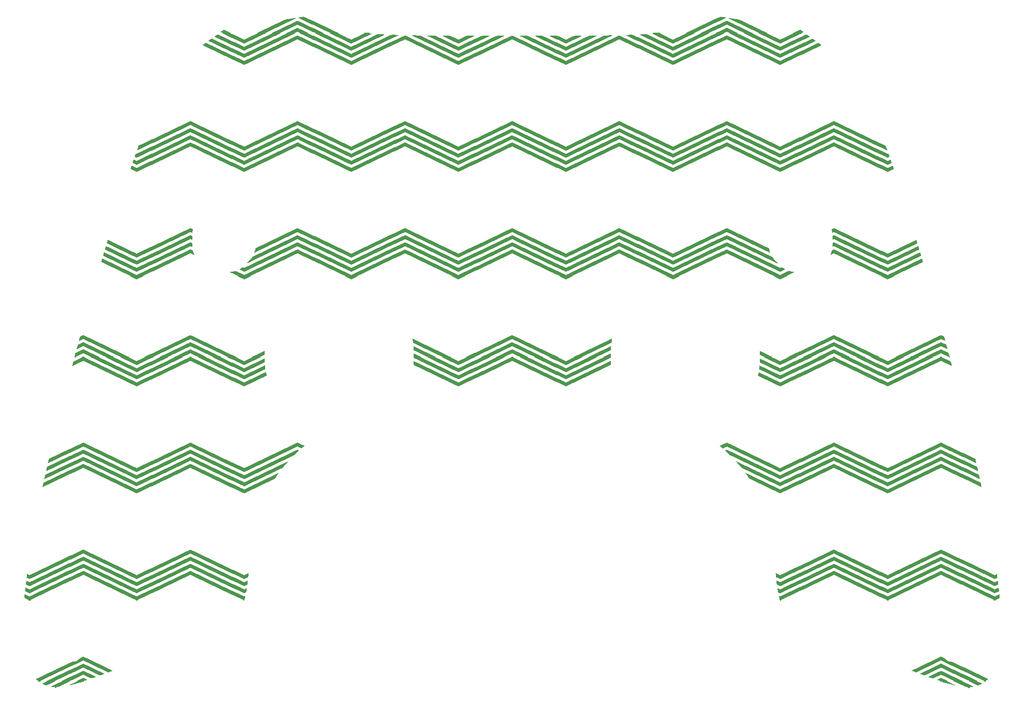
<source format=gto>
G04*
G04 #@! TF.GenerationSoftware,Altium Limited,Altium Designer,21.1.1 (26)*
G04*
G04 Layer_Color=65535*
%FSLAX25Y25*%
%MOIN*%
G70*
G04*
G04 #@! TF.SameCoordinates,2E0BF697-75A6-4CC4-BED8-DE0F4DE65696*
G04*
G04*
G04 #@! TF.FilePolarity,Positive*
G04*
G01*
G75*
G36*
X142693Y290448D02*
X145040D01*
Y290113D01*
X146046D01*
Y289778D01*
X145376D01*
Y289442D01*
X144705D01*
Y289107D01*
X144034D01*
Y288772D01*
X143363D01*
Y288436D01*
X142693D01*
Y288101D01*
X142022D01*
Y287766D01*
X141351D01*
Y287430D01*
X140681D01*
Y287095D01*
X140010D01*
Y286760D01*
X139339D01*
Y286424D01*
X138333D01*
Y286089D01*
X137662D01*
Y285753D01*
X136992D01*
Y285418D01*
X136321D01*
Y285083D01*
X135650D01*
Y284747D01*
X134980D01*
Y284412D01*
X134309D01*
Y284077D01*
X133638D01*
Y283741D01*
X132968D01*
Y283406D01*
X132297D01*
Y283071D01*
X131626D01*
Y282735D01*
X130955D01*
Y282400D01*
X129949D01*
Y282065D01*
X129279D01*
Y281729D01*
X128608D01*
Y281394D01*
X127937D01*
Y281059D01*
X127267D01*
Y280723D01*
X126596D01*
Y280388D01*
X125925D01*
Y280052D01*
X125254D01*
Y279717D01*
X124584D01*
Y279382D01*
X123913D01*
Y279046D01*
X123242D01*
Y278711D01*
X122572D01*
Y278376D01*
X121901D01*
Y278040D01*
X120895D01*
Y277705D01*
X120224D01*
Y277370D01*
X119553D01*
Y277034D01*
X118883D01*
Y276699D01*
X118212D01*
Y276364D01*
X117541D01*
Y276028D01*
X116871D01*
Y275693D01*
X116200D01*
Y275358D01*
X115529D01*
Y275022D01*
X114858D01*
Y274687D01*
X114188D01*
Y274352D01*
X113517D01*
Y274016D01*
X112846D01*
Y273681D01*
X111840D01*
Y273345D01*
X111170D01*
Y273010D01*
X110499D01*
Y272675D01*
X109158D01*
Y273010D01*
X108487D01*
Y273345D01*
X107816D01*
Y273681D01*
X107145D01*
Y274016D01*
X106475D01*
Y274352D01*
X105804D01*
Y274687D01*
X105133D01*
Y275022D01*
X104463D01*
Y275358D01*
X103792D01*
Y275693D01*
X103121D01*
Y276028D01*
X102450D01*
Y276364D01*
X101444D01*
Y276699D01*
X100774D01*
Y277034D01*
X100103D01*
Y277370D01*
X99432D01*
Y277705D01*
X98761D01*
Y278040D01*
X98091D01*
Y278376D01*
X97420D01*
Y278711D01*
X96749D01*
Y279046D01*
X96079D01*
Y279382D01*
Y279717D01*
X101109D01*
Y279382D01*
X101780D01*
Y279046D01*
X102450D01*
Y278711D01*
X103121D01*
Y278376D01*
X103792D01*
Y278040D01*
X104463D01*
Y277705D01*
X105133D01*
Y277370D01*
X105804D01*
Y277034D01*
X106475D01*
Y276699D01*
X107145D01*
Y276364D01*
X107816D01*
Y276028D01*
X108487D01*
Y275693D01*
X109158D01*
Y275358D01*
X110499D01*
Y275693D01*
X111170D01*
Y276028D01*
X111840D01*
Y276364D01*
X112511D01*
Y276699D01*
X113182D01*
Y277034D01*
X114188D01*
Y277370D01*
X114858D01*
Y277705D01*
X115529D01*
Y278040D01*
X116200D01*
Y278376D01*
X116871D01*
Y278711D01*
X117541D01*
Y279046D01*
X118212D01*
Y279382D01*
X118883D01*
Y279717D01*
X119553D01*
Y280052D01*
X120224D01*
Y280388D01*
X120895D01*
Y280723D01*
X121901D01*
Y281059D01*
X122236D01*
Y281394D01*
X123242D01*
Y281729D01*
X123913D01*
Y282065D01*
X124584D01*
Y282400D01*
X125254D01*
Y282735D01*
X125925D01*
Y283071D01*
X126596D01*
Y283406D01*
X127267D01*
Y283741D01*
X127937D01*
Y284077D01*
X128608D01*
Y284412D01*
X129279D01*
Y284747D01*
X129949D01*
Y285083D01*
X130620D01*
Y285418D01*
X131626D01*
Y285753D01*
X132297D01*
Y286089D01*
X132968D01*
Y286424D01*
X133638D01*
Y286760D01*
X134309D01*
Y287095D01*
X134980D01*
Y287430D01*
X135650D01*
Y287766D01*
X136321D01*
Y288101D01*
X136992D01*
Y288436D01*
X137662D01*
Y288772D01*
X138333D01*
Y289107D01*
X139004D01*
Y289442D01*
X140010D01*
Y289778D01*
X140681D01*
Y290113D01*
X141351D01*
Y290448D01*
X142357D01*
Y290784D01*
X142693D01*
Y290448D01*
D02*
G37*
G36*
X47117Y277705D02*
Y277370D01*
X46446D01*
Y277034D01*
X45776D01*
Y276699D01*
X45105D01*
Y276364D01*
X44434D01*
Y276028D01*
X43764D01*
Y275693D01*
X43093D01*
Y275358D01*
X42087D01*
Y275022D01*
X41416D01*
Y274687D01*
X40745D01*
Y274352D01*
X40075D01*
Y274016D01*
X39404D01*
Y273681D01*
X38733D01*
Y273345D01*
X38063D01*
Y273010D01*
X37392D01*
Y272675D01*
X36051D01*
Y273010D01*
X35380D01*
Y273345D01*
X34709D01*
Y273681D01*
X34038D01*
Y274016D01*
X33368D01*
Y274352D01*
X32697D01*
Y274687D01*
X32026D01*
Y275022D01*
X31356D01*
Y275358D01*
X30349D01*
Y275693D01*
X29679D01*
Y276028D01*
X29008D01*
Y276364D01*
X28337D01*
Y276699D01*
X27667D01*
Y277034D01*
X26996D01*
Y277370D01*
X26325D01*
Y277705D01*
X25990D01*
Y278040D01*
X30685D01*
Y277705D01*
X32026D01*
Y277370D01*
X32697D01*
Y277034D01*
X33368D01*
Y276699D01*
X34038D01*
Y276364D01*
X34709D01*
Y276028D01*
X35380D01*
Y275693D01*
X36051D01*
Y275358D01*
X37392D01*
Y275693D01*
X38063D01*
Y276028D01*
X38733D01*
Y276364D01*
X39404D01*
Y276699D01*
X40075D01*
Y277034D01*
X40745D01*
Y277370D01*
X41416D01*
Y277705D01*
X42757D01*
Y278040D01*
X47117D01*
Y277705D01*
D02*
G37*
G36*
X-25655D02*
X-25990D01*
Y277370D01*
X-26661D01*
Y277034D01*
X-27331D01*
Y276699D01*
X-28002D01*
Y276364D01*
X-29008D01*
Y276028D01*
X-29679D01*
Y275693D01*
X-30349D01*
Y275358D01*
X-31020D01*
Y275022D01*
X-31691D01*
Y274687D01*
X-32362D01*
Y274352D01*
X-33032D01*
Y274016D01*
X-33703D01*
Y273681D01*
X-34374D01*
Y273345D01*
X-35044D01*
Y273010D01*
X-35715D01*
Y272675D01*
X-37056D01*
Y273010D01*
X-37727D01*
Y273345D01*
X-38398D01*
Y273681D01*
X-39404D01*
Y274016D01*
X-40075D01*
Y274352D01*
X-40745D01*
Y274687D01*
X-41416D01*
Y275022D01*
X-42087D01*
Y275358D01*
X-42757D01*
Y275693D01*
X-43428D01*
Y276028D01*
X-44099D01*
Y276364D01*
X-44770D01*
Y276699D01*
X-45440D01*
Y277034D01*
X-46111D01*
Y277370D01*
X-46782D01*
Y277705D01*
X-47117D01*
Y278040D01*
X-42422D01*
Y277705D01*
X-41416D01*
Y277370D01*
X-40745D01*
Y277034D01*
X-39739D01*
Y276699D01*
X-39069D01*
Y276364D01*
X-38398D01*
Y276028D01*
X-37727D01*
Y275693D01*
X-37056D01*
Y275358D01*
X-35715D01*
Y275693D01*
X-35044D01*
Y276028D01*
X-34374D01*
Y276364D01*
X-33703D01*
Y276699D01*
X-33032D01*
Y277034D01*
X-32362D01*
Y277370D01*
X-31691D01*
Y277705D01*
X-30685D01*
Y278040D01*
X-25655D01*
Y277705D01*
D02*
G37*
G36*
X-147388Y289442D02*
X-148058D01*
Y289107D01*
X-148729D01*
Y288772D01*
X-149400D01*
Y288436D01*
X-150071D01*
Y288101D01*
X-150741D01*
Y287766D01*
X-151412D01*
Y287430D01*
X-152083D01*
Y287095D01*
X-153089D01*
Y286760D01*
X-153759D01*
Y286424D01*
X-154430D01*
Y286089D01*
X-155101D01*
Y285753D01*
X-155772D01*
Y285418D01*
X-156442D01*
Y285083D01*
X-157113D01*
Y284747D01*
X-157784D01*
Y284412D01*
X-158454D01*
Y284077D01*
X-159125D01*
Y283741D01*
X-159796D01*
Y283406D01*
X-160467D01*
Y283071D01*
X-161473D01*
Y282735D01*
X-162143D01*
Y282400D01*
X-162814D01*
Y282065D01*
X-163485D01*
Y281729D01*
X-164155D01*
Y281394D01*
X-164826D01*
Y281059D01*
X-165497D01*
Y280723D01*
X-166167D01*
Y280388D01*
X-166838D01*
Y280052D01*
X-167509D01*
Y279717D01*
X-168180D01*
Y279382D01*
X-168850D01*
Y279046D01*
X-169856D01*
Y278711D01*
X-170527D01*
Y278376D01*
X-171198D01*
Y278040D01*
X-171869D01*
Y277705D01*
X-172539D01*
Y277370D01*
X-173210D01*
Y277034D01*
X-173881D01*
Y276699D01*
X-174551D01*
Y276364D01*
X-175222D01*
Y276028D01*
X-175893D01*
Y275693D01*
X-176564D01*
Y275358D01*
X-177234D01*
Y275022D01*
X-177905D01*
Y274687D01*
X-178911D01*
Y274352D01*
X-179582D01*
Y274016D01*
X-180252D01*
Y273681D01*
X-180923D01*
Y273345D01*
X-181594D01*
Y273010D01*
X-182264D01*
Y272675D01*
X-183606D01*
Y273010D01*
X-184277D01*
Y273345D01*
X-184947D01*
Y273681D01*
X-185618D01*
Y274016D01*
X-186289D01*
Y274352D01*
X-186959D01*
Y274687D01*
X-187630D01*
Y275022D01*
X-188301D01*
Y275358D01*
X-189307D01*
Y275693D01*
X-189978D01*
Y276028D01*
X-190648D01*
Y276364D01*
X-191319D01*
Y276699D01*
X-191990D01*
Y277034D01*
X-192660D01*
Y277370D01*
X-193331D01*
Y277705D01*
X-194002D01*
Y278040D01*
X-194673D01*
Y278376D01*
X-195343D01*
Y278711D01*
X-196014D01*
Y279046D01*
X-196685D01*
Y279382D01*
X-197355D01*
Y279717D01*
X-198026D01*
Y280052D01*
X-198697D01*
Y280388D01*
X-198361D01*
Y280723D01*
X-197691D01*
Y281059D01*
X-197355D01*
Y281394D01*
X-196685D01*
Y281729D01*
X-196014D01*
Y281394D01*
X-195343D01*
Y281059D01*
X-194673D01*
Y280723D01*
X-194002D01*
Y280388D01*
X-193331D01*
Y280052D01*
X-192660D01*
Y279717D01*
X-191990D01*
Y279382D01*
X-191319D01*
Y279046D01*
X-190648D01*
Y278711D01*
X-189642D01*
Y278376D01*
X-188971D01*
Y278040D01*
X-188301D01*
Y277705D01*
X-187630D01*
Y277370D01*
X-186959D01*
Y277034D01*
X-186289D01*
Y276699D01*
X-185618D01*
Y276364D01*
X-184947D01*
Y276028D01*
X-184277D01*
Y275693D01*
X-183606D01*
Y275358D01*
X-182264D01*
Y275693D01*
X-181594D01*
Y276028D01*
X-180923D01*
Y276364D01*
X-180252D01*
Y276699D01*
X-179582D01*
Y277034D01*
X-178911D01*
Y277370D01*
X-178240D01*
Y277705D01*
X-177569D01*
Y278040D01*
X-176564D01*
Y278376D01*
X-175893D01*
Y278711D01*
X-175222D01*
Y279046D01*
X-174551D01*
Y279382D01*
X-173881D01*
Y279717D01*
X-173210D01*
Y280052D01*
X-172539D01*
Y280388D01*
X-171869D01*
Y280723D01*
X-171198D01*
Y281059D01*
X-170527D01*
Y281394D01*
X-169856D01*
Y281729D01*
X-169186D01*
Y282065D01*
X-168515D01*
Y282400D01*
X-167509D01*
Y282735D01*
X-166838D01*
Y283071D01*
X-166167D01*
Y283406D01*
X-165497D01*
Y283741D01*
X-164826D01*
Y284077D01*
X-164155D01*
Y284412D01*
X-163485D01*
Y284747D01*
X-162814D01*
Y285083D01*
X-162143D01*
Y285418D01*
X-161473D01*
Y285753D01*
X-160802D01*
Y286089D01*
X-159796D01*
Y286424D01*
X-159125D01*
Y286760D01*
X-158454D01*
Y287095D01*
X-157784D01*
Y287430D01*
X-157113D01*
Y287766D01*
X-156442D01*
Y288101D01*
X-155772D01*
Y288436D01*
X-154765D01*
Y288772D01*
X-153759D01*
Y289107D01*
X-151412D01*
Y289442D01*
X-149400D01*
Y289778D01*
X-147388D01*
Y289442D01*
D02*
G37*
G36*
X149400D02*
X151412D01*
Y289107D01*
X153759D01*
Y288772D01*
X155101D01*
Y288436D01*
X156107D01*
Y288101D01*
X156778D01*
Y287766D01*
X157448D01*
Y287430D01*
X158119D01*
Y287095D01*
X158790D01*
Y286760D01*
X159460D01*
Y286424D01*
X160131D01*
Y286089D01*
X160802D01*
Y285753D01*
X161473D01*
Y285418D01*
X162143D01*
Y285083D01*
X163149D01*
Y284747D01*
X163820D01*
Y284412D01*
X164491D01*
Y284077D01*
X165161D01*
Y283741D01*
X165832D01*
Y283406D01*
X166503D01*
Y283071D01*
X167174D01*
Y282735D01*
X167844D01*
Y282400D01*
X168515D01*
Y282065D01*
X169186D01*
Y281729D01*
X169856D01*
Y281394D01*
X170527D01*
Y281059D01*
X171198D01*
Y280723D01*
X172204D01*
Y280388D01*
X172875D01*
Y280052D01*
X173545D01*
Y279717D01*
X174216D01*
Y279382D01*
X174887D01*
Y279046D01*
X175557D01*
Y278711D01*
X176228D01*
Y278376D01*
X176899D01*
Y278040D01*
X177569D01*
Y277705D01*
X178240D01*
Y277370D01*
X178911D01*
Y277034D01*
X179917D01*
Y276699D01*
X180588D01*
Y276364D01*
X181258D01*
Y276028D01*
X181929D01*
Y275693D01*
X182600D01*
Y275358D01*
X183606D01*
Y275693D01*
X184277D01*
Y276028D01*
X185283D01*
Y276364D01*
X185953D01*
Y276699D01*
X186624D01*
Y277034D01*
X187295D01*
Y277370D01*
X187966D01*
Y277705D01*
X188636D01*
Y278040D01*
X189307D01*
Y278376D01*
X189978D01*
Y278711D01*
X190648D01*
Y279046D01*
X191319D01*
Y279382D01*
X191990D01*
Y279717D01*
X192996D01*
Y280052D01*
X193667D01*
Y280388D01*
X194337D01*
Y280723D01*
X195008D01*
Y281059D01*
X195679D01*
Y281394D01*
X196349D01*
Y281729D01*
X197020D01*
Y281394D01*
X197355D01*
Y281059D01*
X198026D01*
Y280723D01*
X198361D01*
Y280388D01*
X198697D01*
Y280052D01*
X198361D01*
Y279717D01*
X197691D01*
Y279382D01*
X197020D01*
Y279046D01*
X196349D01*
Y278711D01*
X195679D01*
Y278376D01*
X195008D01*
Y278040D01*
X194337D01*
Y277705D01*
X193667D01*
Y277370D01*
X192996D01*
Y277034D01*
X192325D01*
Y276699D01*
X191319D01*
Y276364D01*
X190648D01*
Y276028D01*
X189978D01*
Y275693D01*
X189307D01*
Y275358D01*
X188636D01*
Y275022D01*
X187966D01*
Y274687D01*
X187295D01*
Y274352D01*
X186624D01*
Y274016D01*
X185953D01*
Y273681D01*
X185283D01*
Y273345D01*
X184612D01*
Y273010D01*
X183941D01*
Y272675D01*
X182600D01*
Y273010D01*
X181929D01*
Y273345D01*
X181258D01*
Y273681D01*
X180252D01*
Y274016D01*
X179582D01*
Y274352D01*
X178911D01*
Y274687D01*
X178240D01*
Y275022D01*
X177569D01*
Y275358D01*
X176899D01*
Y275693D01*
X176228D01*
Y276028D01*
X175557D01*
Y276364D01*
X174887D01*
Y276699D01*
X174216D01*
Y277034D01*
X173545D01*
Y277370D01*
X172875D01*
Y277705D01*
X172204D01*
Y278040D01*
X171198D01*
Y278376D01*
X170527D01*
Y278711D01*
X169856D01*
Y279046D01*
X169186D01*
Y279382D01*
X168515D01*
Y279717D01*
X167844D01*
Y280052D01*
X167174D01*
Y280388D01*
X166503D01*
Y280723D01*
X165832D01*
Y281059D01*
X165161D01*
Y281394D01*
X164491D01*
Y281729D01*
X163485D01*
Y282065D01*
X162814D01*
Y282400D01*
X162143D01*
Y282735D01*
X161473D01*
Y283071D01*
X160802D01*
Y283406D01*
X160131D01*
Y283741D01*
X159460D01*
Y284077D01*
X158790D01*
Y284412D01*
X158119D01*
Y284747D01*
X157448D01*
Y285083D01*
X156778D01*
Y285418D01*
X156107D01*
Y285753D01*
X155436D01*
Y286089D01*
X154430D01*
Y286424D01*
X153759D01*
Y286760D01*
X153089D01*
Y287095D01*
X152418D01*
Y287430D01*
X151747D01*
Y287766D01*
X151077D01*
Y288101D01*
X150406D01*
Y288436D01*
X149735D01*
Y288772D01*
X149065D01*
Y289107D01*
X148394D01*
Y289442D01*
X147723D01*
Y289778D01*
X149400D01*
Y289442D01*
D02*
G37*
G36*
X-142022Y290448D02*
X-141016D01*
Y290113D01*
X-140345D01*
Y289778D01*
X-139675D01*
Y289442D01*
X-139004D01*
Y289107D01*
X-138333D01*
Y288772D01*
X-137327D01*
Y288436D01*
X-136656D01*
Y288101D01*
X-135986D01*
Y287766D01*
X-135315D01*
Y287430D01*
X-134644D01*
Y287095D01*
X-133974D01*
Y286760D01*
X-133303D01*
Y286424D01*
X-132632D01*
Y286089D01*
X-131962D01*
Y285753D01*
X-131291D01*
Y285418D01*
X-130620D01*
Y285083D01*
X-129949D01*
Y284747D01*
X-129279D01*
Y284412D01*
X-128273D01*
Y284077D01*
X-127602D01*
Y283741D01*
X-126931D01*
Y283406D01*
X-126260D01*
Y283071D01*
X-125590D01*
Y282735D01*
X-124919D01*
Y282400D01*
X-124248D01*
Y282065D01*
X-123578D01*
Y281729D01*
X-122907D01*
Y281394D01*
X-122236D01*
Y281059D01*
X-121565D01*
Y280723D01*
X-120895D01*
Y280388D01*
X-120224D01*
Y280052D01*
X-119218D01*
Y279717D01*
X-118547D01*
Y279382D01*
X-117877D01*
Y279046D01*
X-117206D01*
Y278711D01*
X-116535D01*
Y278376D01*
X-115865D01*
Y278040D01*
X-115194D01*
Y277705D01*
X-114523D01*
Y277370D01*
X-113852D01*
Y277034D01*
X-113182D01*
Y276699D01*
X-112511D01*
Y276364D01*
X-111840D01*
Y276028D01*
X-110834D01*
Y275693D01*
X-110163D01*
Y275358D01*
X-109158D01*
Y275693D01*
X-108487D01*
Y276028D01*
X-107816D01*
Y276364D01*
X-107145D01*
Y276699D01*
X-106139D01*
Y277034D01*
X-105469D01*
Y277370D01*
X-104798D01*
Y277705D01*
X-104127D01*
Y278040D01*
X-103456D01*
Y278376D01*
X-102786D01*
Y278711D01*
X-102115D01*
Y279046D01*
X-101444D01*
Y279382D01*
X-100774D01*
Y279717D01*
X-97085D01*
Y279382D01*
X-95743D01*
Y279046D01*
X-96414D01*
Y278711D01*
X-97085D01*
Y278376D01*
X-97755D01*
Y278040D01*
X-98426D01*
Y277705D01*
X-99097D01*
Y277370D01*
X-100103D01*
Y277034D01*
X-100774D01*
Y276699D01*
X-101444D01*
Y276364D01*
X-102115D01*
Y276028D01*
X-102786D01*
Y275693D01*
X-103456D01*
Y275358D01*
X-104127D01*
Y275022D01*
X-104798D01*
Y274687D01*
X-105469D01*
Y274352D01*
X-106139D01*
Y274016D01*
X-106810D01*
Y273681D01*
X-107816D01*
Y273345D01*
X-108487D01*
Y273010D01*
X-109158D01*
Y272675D01*
X-110499D01*
Y273010D01*
X-111170D01*
Y273345D01*
X-111840D01*
Y273681D01*
X-112511D01*
Y274016D01*
X-113182D01*
Y274352D01*
X-113852D01*
Y274687D01*
X-114523D01*
Y275022D01*
X-115194D01*
Y275358D01*
X-115865D01*
Y275693D01*
X-116535D01*
Y276028D01*
X-117206D01*
Y276364D01*
X-117877D01*
Y276699D01*
X-118547D01*
Y277034D01*
X-119553D01*
Y277370D01*
X-120224D01*
Y277705D01*
X-120895D01*
Y278040D01*
X-121565D01*
Y278376D01*
X-122236D01*
Y278711D01*
X-122907D01*
Y279046D01*
X-123578D01*
Y279382D01*
X-124248D01*
Y279717D01*
X-124919D01*
Y280052D01*
X-125590D01*
Y280388D01*
X-126260D01*
Y280723D01*
X-126931D01*
Y281059D01*
X-127937D01*
Y281394D01*
X-128608D01*
Y281729D01*
X-129279D01*
Y282065D01*
X-129949D01*
Y282400D01*
X-130620D01*
Y282735D01*
X-131291D01*
Y283071D01*
X-131962D01*
Y283406D01*
X-132632D01*
Y283741D01*
X-133303D01*
Y284077D01*
X-133974D01*
Y284412D01*
X-134644D01*
Y284747D01*
X-135315D01*
Y285083D01*
X-135986D01*
Y285418D01*
X-136992D01*
Y285753D01*
X-137662D01*
Y286089D01*
X-138333D01*
Y286424D01*
X-139004D01*
Y286760D01*
X-139675D01*
Y287095D01*
X-140345D01*
Y287430D01*
X-141016D01*
Y287766D01*
X-141687D01*
Y288101D01*
X-142357D01*
Y288436D01*
X-143028D01*
Y288772D01*
X-143699D01*
Y289107D01*
X-144370D01*
Y289442D01*
X-145040D01*
Y289778D01*
X-145711D01*
Y290113D01*
X-144705D01*
Y290448D01*
X-142693D01*
Y290784D01*
X-142022D01*
Y290448D01*
D02*
G37*
G36*
X57848Y277705D02*
X57178D01*
Y277370D01*
X56507D01*
Y277034D01*
X55836D01*
Y276699D01*
X55166D01*
Y276364D01*
X54495D01*
Y276028D01*
X53824D01*
Y275693D01*
X53154D01*
Y275358D01*
X52483D01*
Y275022D01*
X51812D01*
Y274687D01*
X51141D01*
Y274352D01*
X50471D01*
Y274016D01*
X49800D01*
Y273681D01*
X48794D01*
Y273345D01*
X48123D01*
Y273010D01*
X47453D01*
Y272675D01*
X46782D01*
Y272339D01*
X46111D01*
Y272004D01*
X45440D01*
Y271669D01*
X44770D01*
Y271333D01*
X44099D01*
Y270998D01*
X43428D01*
Y270663D01*
X42757D01*
Y270327D01*
X42087D01*
Y269992D01*
X41081D01*
Y269657D01*
X40410D01*
Y269321D01*
X39739D01*
Y268986D01*
X39069D01*
Y268651D01*
X38398D01*
Y268315D01*
X37727D01*
Y267980D01*
X37056D01*
Y267644D01*
X36386D01*
Y267980D01*
X35715D01*
Y268315D01*
X35044D01*
Y268651D01*
X34374D01*
Y268986D01*
X33703D01*
Y269321D01*
X33032D01*
Y269657D01*
X32362D01*
Y269992D01*
X31356D01*
Y270327D01*
X30685D01*
Y270663D01*
X30014D01*
Y270998D01*
X29343D01*
Y271333D01*
X28673D01*
Y271669D01*
X28002D01*
Y272004D01*
X27331D01*
Y272339D01*
X26661D01*
Y272675D01*
X25990D01*
Y273010D01*
X25319D01*
Y273345D01*
X24648D01*
Y273681D01*
X23978D01*
Y274016D01*
X23307D01*
Y274352D01*
X22301D01*
Y274687D01*
X21630D01*
Y275022D01*
X20960D01*
Y275358D01*
X20289D01*
Y275693D01*
X19618D01*
Y276028D01*
X18947D01*
Y276364D01*
X18277D01*
Y276699D01*
X17606D01*
Y277034D01*
X16935D01*
Y277370D01*
X16265D01*
Y277705D01*
X15929D01*
Y278040D01*
X20624D01*
Y277705D01*
X21630D01*
Y277370D01*
X22301D01*
Y277034D01*
X23307D01*
Y276699D01*
X23978D01*
Y276364D01*
X24648D01*
Y276028D01*
X25319D01*
Y275693D01*
X25990D01*
Y275358D01*
X26661D01*
Y275022D01*
X27331D01*
Y274687D01*
X28002D01*
Y274352D01*
X28673D01*
Y274016D01*
X29343D01*
Y273681D01*
X30014D01*
Y273345D01*
X31020D01*
Y273010D01*
X31356D01*
Y272675D01*
X32362D01*
Y272339D01*
X33032D01*
Y272004D01*
X33703D01*
Y271669D01*
X34374D01*
Y271333D01*
X35044D01*
Y270998D01*
X35715D01*
Y270663D01*
X36386D01*
Y270327D01*
X37056D01*
Y270663D01*
X37727D01*
Y270998D01*
X38398D01*
Y271333D01*
X39069D01*
Y271669D01*
X39739D01*
Y272004D01*
X40410D01*
Y272339D01*
X41081D01*
Y272675D01*
X42087D01*
Y273010D01*
X42757D01*
Y273345D01*
X43428D01*
Y273681D01*
X44099D01*
Y274016D01*
X44770D01*
Y274352D01*
X45440D01*
Y274687D01*
X46111D01*
Y275022D01*
X46782D01*
Y275358D01*
X47453D01*
Y275693D01*
X48123D01*
Y276028D01*
X48794D01*
Y276364D01*
X49465D01*
Y276699D01*
X50135D01*
Y277034D01*
X51141D01*
Y277370D01*
X51812D01*
Y277705D01*
X52483D01*
Y278040D01*
X57848D01*
Y277705D01*
D02*
G37*
G36*
X-15594D02*
X-15929D01*
Y277370D01*
X-16600D01*
Y277034D01*
X-17271D01*
Y276699D01*
X-17941D01*
Y276364D01*
X-18612D01*
Y276028D01*
X-19283D01*
Y275693D01*
X-19953D01*
Y275358D01*
X-20960D01*
Y275022D01*
X-21630D01*
Y274687D01*
X-22301D01*
Y274352D01*
X-22972D01*
Y274016D01*
X-23642D01*
Y273681D01*
X-24313D01*
Y273345D01*
X-24984D01*
Y273010D01*
X-25655D01*
Y272675D01*
X-26325D01*
Y272339D01*
X-26996D01*
Y272004D01*
X-27667D01*
Y271669D01*
X-28337D01*
Y271333D01*
X-29008D01*
Y270998D01*
X-30014D01*
Y270663D01*
X-30685D01*
Y270327D01*
X-31356D01*
Y269992D01*
X-32026D01*
Y269657D01*
X-32697D01*
Y269321D01*
X-33368D01*
Y268986D01*
X-34038D01*
Y268651D01*
X-34709D01*
Y268315D01*
X-35380D01*
Y267980D01*
X-36051D01*
Y267644D01*
X-36721D01*
Y267980D01*
X-37392D01*
Y268315D01*
X-38063D01*
Y268651D01*
X-39069D01*
Y268986D01*
X-39739D01*
Y269321D01*
X-40410D01*
Y269657D01*
X-41081D01*
Y269992D01*
X-41752D01*
Y270327D01*
X-42422D01*
Y270663D01*
X-43093D01*
Y270998D01*
X-43764D01*
Y271333D01*
X-44434D01*
Y271669D01*
X-45105D01*
Y272004D01*
X-45776D01*
Y272339D01*
X-46446D01*
Y272675D01*
X-47453D01*
Y273010D01*
X-48123D01*
Y273345D01*
X-48794D01*
Y273681D01*
X-49465D01*
Y274016D01*
X-50135D01*
Y274352D01*
X-50806D01*
Y274687D01*
X-51477D01*
Y275022D01*
X-52147D01*
Y275358D01*
X-52818D01*
Y275693D01*
X-53489D01*
Y276028D01*
X-54159D01*
Y276364D01*
X-54830D01*
Y276699D01*
X-55501D01*
Y277034D01*
X-56172D01*
Y277370D01*
X-57178D01*
Y277705D01*
X-57848D01*
Y278040D01*
X-52147D01*
Y277705D01*
X-51477D01*
Y277370D01*
X-50806D01*
Y277034D01*
X-50135D01*
Y276699D01*
X-49465D01*
Y276364D01*
X-48794D01*
Y276028D01*
X-47788D01*
Y275693D01*
X-47117D01*
Y275358D01*
X-46446D01*
Y275022D01*
X-45776D01*
Y274687D01*
X-45105D01*
Y274352D01*
X-44434D01*
Y274016D01*
X-43764D01*
Y273681D01*
X-43093D01*
Y273345D01*
X-42422D01*
Y273010D01*
X-41752D01*
Y272675D01*
X-41081D01*
Y272339D01*
X-40410D01*
Y272004D01*
X-39739D01*
Y271669D01*
X-38733D01*
Y271333D01*
X-38063D01*
Y270998D01*
X-37392D01*
Y270663D01*
X-36721D01*
Y270327D01*
X-36051D01*
Y270663D01*
X-35380D01*
Y270998D01*
X-34709D01*
Y271333D01*
X-34038D01*
Y271669D01*
X-33368D01*
Y272004D01*
X-32697D01*
Y272339D01*
X-32026D01*
Y272675D01*
X-31356D01*
Y273010D01*
X-30685D01*
Y273345D01*
X-30014D01*
Y273681D01*
X-29343D01*
Y274016D01*
X-28673D01*
Y274352D01*
X-27667D01*
Y274687D01*
X-26996D01*
Y275022D01*
X-26325D01*
Y275358D01*
X-25655D01*
Y275693D01*
X-24984D01*
Y276028D01*
X-24313D01*
Y276364D01*
X-23642D01*
Y276699D01*
X-22972D01*
Y277034D01*
X-22301D01*
Y277370D01*
X-21630D01*
Y277705D01*
X-20289D01*
Y278040D01*
X-15594D01*
Y277705D01*
D02*
G37*
G36*
X147388Y287430D02*
X148058D01*
Y287095D01*
X148729D01*
Y286760D01*
X149400D01*
Y286424D01*
X150071D01*
Y286089D01*
X150741D01*
Y285753D01*
X151412D01*
Y285418D01*
X152083D01*
Y285083D01*
X152753D01*
Y284747D01*
X153424D01*
Y284412D01*
X154095D01*
Y284077D01*
X155101D01*
Y283741D01*
X155772D01*
Y283406D01*
X156442D01*
Y283071D01*
X157113D01*
Y282735D01*
X157784D01*
Y282400D01*
X158454D01*
Y282065D01*
X159125D01*
Y281729D01*
X159796D01*
Y281394D01*
X160467D01*
Y281059D01*
X161137D01*
Y280723D01*
X161808D01*
Y280388D01*
X162479D01*
Y280052D01*
X163149D01*
Y279717D01*
X164155D01*
Y279382D01*
X164826D01*
Y279046D01*
X165497D01*
Y278711D01*
X166167D01*
Y278376D01*
X166838D01*
Y278040D01*
X167509D01*
Y277705D01*
X168180D01*
Y277370D01*
X168850D01*
Y277034D01*
X169521D01*
Y276699D01*
X170192D01*
Y276364D01*
X170862D01*
Y276028D01*
X171533D01*
Y275693D01*
X172204D01*
Y275358D01*
X173210D01*
Y275022D01*
X173881D01*
Y274687D01*
X174551D01*
Y274352D01*
X175222D01*
Y274016D01*
X175893D01*
Y273681D01*
X176564D01*
Y273345D01*
X177234D01*
Y273010D01*
X177905D01*
Y272675D01*
X178576D01*
Y272339D01*
X179246D01*
Y272004D01*
X179917D01*
Y271669D01*
X180923D01*
Y271333D01*
X181594D01*
Y270998D01*
X182264D01*
Y270663D01*
X182935D01*
Y270327D01*
X183606D01*
Y270663D01*
X184277D01*
Y270998D01*
X184947D01*
Y271333D01*
X185618D01*
Y271669D01*
X186289D01*
Y272004D01*
X186959D01*
Y272339D01*
X187630D01*
Y272675D01*
X188301D01*
Y273010D01*
X188971D01*
Y273345D01*
X189642D01*
Y273681D01*
X190313D01*
Y274016D01*
X190984D01*
Y274352D01*
X191654D01*
Y274687D01*
X192660D01*
Y275022D01*
X193331D01*
Y275358D01*
X194002D01*
Y275693D01*
X194673D01*
Y276028D01*
X195343D01*
Y276364D01*
X196014D01*
Y276699D01*
X196685D01*
Y277034D01*
X197355D01*
Y277370D01*
X198026D01*
Y277705D01*
X198697D01*
Y278040D01*
X199367D01*
Y278376D01*
X200038D01*
Y278711D01*
X201380D01*
Y278376D01*
X202050D01*
Y278040D01*
X202386D01*
Y277705D01*
X203056D01*
Y277370D01*
Y277034D01*
X202386D01*
Y276699D01*
X201715D01*
Y276364D01*
X201044D01*
Y276028D01*
X200374D01*
Y275693D01*
X199703D01*
Y275358D01*
X198697D01*
Y275022D01*
X198026D01*
Y274687D01*
X197355D01*
Y274352D01*
X196685D01*
Y274016D01*
X196014D01*
Y273681D01*
X195343D01*
Y273345D01*
X194673D01*
Y273010D01*
X194002D01*
Y272675D01*
X193331D01*
Y272339D01*
X192660D01*
Y272004D01*
X191990D01*
Y271669D01*
X190984D01*
Y271333D01*
X190313D01*
Y270998D01*
X189642D01*
Y270663D01*
X188971D01*
Y270327D01*
X188301D01*
Y269992D01*
X187630D01*
Y269657D01*
X186959D01*
Y269321D01*
X186289D01*
Y268986D01*
X185618D01*
Y268651D01*
X184947D01*
Y268315D01*
X184277D01*
Y267980D01*
X183606D01*
Y267644D01*
X182935D01*
Y267980D01*
X182264D01*
Y268315D01*
X181258D01*
Y268651D01*
X180588D01*
Y268986D01*
X179917D01*
Y269321D01*
X179246D01*
Y269657D01*
X178576D01*
Y269992D01*
X177905D01*
Y270327D01*
X177234D01*
Y270663D01*
X176564D01*
Y270998D01*
X175893D01*
Y271333D01*
X175222D01*
Y271669D01*
X174551D01*
Y272004D01*
X173881D01*
Y272339D01*
X173210D01*
Y272675D01*
X172204D01*
Y273010D01*
X171533D01*
Y273345D01*
X170862D01*
Y273681D01*
X170192D01*
Y274016D01*
X169521D01*
Y274352D01*
X168850D01*
Y274687D01*
X168180D01*
Y275022D01*
X167509D01*
Y275358D01*
X166838D01*
Y275693D01*
X166167D01*
Y276028D01*
X165497D01*
Y276364D01*
X164491D01*
Y276699D01*
X163820D01*
Y277034D01*
X163149D01*
Y277370D01*
X162479D01*
Y277705D01*
X161808D01*
Y278040D01*
X161137D01*
Y278376D01*
X160467D01*
Y278711D01*
X159796D01*
Y279046D01*
X159125D01*
Y279382D01*
X158454D01*
Y279717D01*
X157784D01*
Y280052D01*
X157113D01*
Y280388D01*
X156442D01*
Y280723D01*
X155436D01*
Y281059D01*
X154765D01*
Y281394D01*
X154095D01*
Y281729D01*
X153424D01*
Y282065D01*
X152753D01*
Y282400D01*
X152083D01*
Y282735D01*
X151412D01*
Y283071D01*
X150741D01*
Y283406D01*
X150071D01*
Y283741D01*
X149400D01*
Y284077D01*
X148729D01*
Y284412D01*
X148058D01*
Y284747D01*
X147388D01*
Y285083D01*
X146717D01*
Y285418D01*
X146382D01*
Y285083D01*
X145711D01*
Y284747D01*
X145040D01*
Y284412D01*
X144370D01*
Y284077D01*
X143699D01*
Y283741D01*
X143028D01*
Y283406D01*
X142357D01*
Y283071D01*
X141687D01*
Y282735D01*
X141016D01*
Y282400D01*
X140345D01*
Y282065D01*
X139675D01*
Y281729D01*
X139004D01*
Y281394D01*
X138333D01*
Y281059D01*
X137327D01*
Y280723D01*
X136656D01*
Y280388D01*
X135986D01*
Y280052D01*
X135315D01*
Y279717D01*
X134644D01*
Y279382D01*
X133974D01*
Y279046D01*
X133303D01*
Y278711D01*
X132632D01*
Y278376D01*
X131962D01*
Y278040D01*
X131291D01*
Y277705D01*
X130620D01*
Y277370D01*
X129949D01*
Y277034D01*
X128943D01*
Y276699D01*
X128273D01*
Y276364D01*
X127602D01*
Y276028D01*
X126931D01*
Y275693D01*
X126260D01*
Y275358D01*
X125590D01*
Y275022D01*
X124919D01*
Y274687D01*
X124248D01*
Y274352D01*
X123578D01*
Y274016D01*
X122907D01*
Y273681D01*
X122236D01*
Y273345D01*
X121565D01*
Y273010D01*
X120895D01*
Y272675D01*
X119889D01*
Y272339D01*
X119218D01*
Y272004D01*
X118547D01*
Y271669D01*
X117877D01*
Y271333D01*
X117206D01*
Y270998D01*
X116535D01*
Y270663D01*
X115865D01*
Y270327D01*
X115194D01*
Y269992D01*
X114523D01*
Y269657D01*
X113852D01*
Y269321D01*
X113182D01*
Y268986D01*
X112511D01*
Y268651D01*
X111840D01*
Y268315D01*
X110834D01*
Y267980D01*
X110163D01*
Y267644D01*
X109493D01*
Y267980D01*
X108822D01*
Y268315D01*
X108151D01*
Y268651D01*
X107481D01*
Y268986D01*
X106810D01*
Y269321D01*
X106139D01*
Y269657D01*
X105469D01*
Y269992D01*
X104798D01*
Y270327D01*
X104127D01*
Y270663D01*
X103456D01*
Y270998D01*
X102450D01*
Y271333D01*
X101780D01*
Y271669D01*
X101109D01*
Y272004D01*
X100438D01*
Y272339D01*
X99768D01*
Y272675D01*
X99097D01*
Y273010D01*
X98426D01*
Y273345D01*
X97755D01*
Y273681D01*
X97085D01*
Y274016D01*
X96414D01*
Y274352D01*
X95743D01*
Y274687D01*
X95073D01*
Y275022D01*
X94402D01*
Y275358D01*
X93396D01*
Y275693D01*
X92725D01*
Y276028D01*
X92054D01*
Y276364D01*
X91384D01*
Y276699D01*
X90713D01*
Y277034D01*
X90042D01*
Y277370D01*
X89372D01*
Y277705D01*
X88701D01*
Y278040D01*
X88030D01*
Y278376D01*
X87359D01*
Y278711D01*
X87695D01*
Y279046D01*
X92054D01*
Y278711D01*
X93060D01*
Y278376D01*
X93731D01*
Y278040D01*
X94402D01*
Y277705D01*
X95073D01*
Y277370D01*
X95743D01*
Y277034D01*
X96414D01*
Y276699D01*
X97085D01*
Y276364D01*
X97755D01*
Y276028D01*
X98426D01*
Y275693D01*
X99097D01*
Y275358D01*
X99768D01*
Y275022D01*
X100438D01*
Y274687D01*
X101109D01*
Y274352D01*
X102115D01*
Y274016D01*
X102786D01*
Y273681D01*
X103456D01*
Y273345D01*
X104127D01*
Y273010D01*
X104798D01*
Y272675D01*
X105469D01*
Y272339D01*
X106139D01*
Y272004D01*
X106810D01*
Y271669D01*
X107481D01*
Y271333D01*
X108151D01*
Y270998D01*
X108822D01*
Y270663D01*
X109493D01*
Y270327D01*
X110163D01*
Y270663D01*
X110834D01*
Y270998D01*
X111505D01*
Y271333D01*
X112176D01*
Y271669D01*
X113182D01*
Y272004D01*
X113852D01*
Y272339D01*
X114523D01*
Y272675D01*
X115194D01*
Y273010D01*
X115865D01*
Y273345D01*
X116535D01*
Y273681D01*
X117206D01*
Y274016D01*
X117877D01*
Y274352D01*
X118547D01*
Y274687D01*
X119218D01*
Y275022D01*
X119889D01*
Y275358D01*
X120560D01*
Y275693D01*
X121230D01*
Y276028D01*
X122236D01*
Y276364D01*
X122907D01*
Y276699D01*
X123578D01*
Y277034D01*
X124248D01*
Y277370D01*
X124919D01*
Y277705D01*
X125590D01*
Y278040D01*
X126260D01*
Y278376D01*
X126931D01*
Y278711D01*
X127602D01*
Y279046D01*
X128273D01*
Y279382D01*
X128943D01*
Y279717D01*
X129949D01*
Y280052D01*
X130285D01*
Y280388D01*
X131291D01*
Y280723D01*
X131962D01*
Y281059D01*
X132632D01*
Y281394D01*
X133303D01*
Y281729D01*
X133974D01*
Y282065D01*
X134644D01*
Y282400D01*
X135315D01*
Y282735D01*
X135986D01*
Y283071D01*
X136656D01*
Y283406D01*
X137327D01*
Y283741D01*
X137998D01*
Y284077D01*
X139004D01*
Y284412D01*
X139675D01*
Y284747D01*
X140345D01*
Y285083D01*
X141016D01*
Y285418D01*
X141687D01*
Y285753D01*
X142357D01*
Y286089D01*
X143028D01*
Y286424D01*
X143699D01*
Y286760D01*
X144370D01*
Y287095D01*
X145040D01*
Y287430D01*
X145711D01*
Y287766D01*
X147388D01*
Y287430D01*
D02*
G37*
G36*
X-145711D02*
X-144705D01*
Y287095D01*
X-144034D01*
Y286760D01*
X-143363D01*
Y286424D01*
X-142693D01*
Y286089D01*
X-142022D01*
Y285753D01*
X-141351D01*
Y285418D01*
X-140681D01*
Y285083D01*
X-140010D01*
Y284747D01*
X-139339D01*
Y284412D01*
X-138669D01*
Y284077D01*
X-137998D01*
Y283741D01*
X-137327D01*
Y283406D01*
X-136321D01*
Y283071D01*
X-135650D01*
Y282735D01*
X-134980D01*
Y282400D01*
X-134309D01*
Y282065D01*
X-133638D01*
Y281729D01*
X-132968D01*
Y281394D01*
X-132297D01*
Y281059D01*
X-131626D01*
Y280723D01*
X-130955D01*
Y280388D01*
X-130285D01*
Y280052D01*
X-129614D01*
Y279717D01*
X-128943D01*
Y279382D01*
X-128273D01*
Y279046D01*
X-127602D01*
Y278711D01*
X-126596D01*
Y278376D01*
X-125925D01*
Y278040D01*
X-125254D01*
Y277705D01*
X-124584D01*
Y277370D01*
X-123913D01*
Y277034D01*
X-123242D01*
Y276699D01*
X-122572D01*
Y276364D01*
X-121901D01*
Y276028D01*
X-121230D01*
Y275693D01*
X-120560D01*
Y275358D01*
X-119889D01*
Y275022D01*
X-119218D01*
Y274687D01*
X-118212D01*
Y274352D01*
X-117541D01*
Y274016D01*
X-116871D01*
Y273681D01*
X-116200D01*
Y273345D01*
X-115529D01*
Y273010D01*
X-114858D01*
Y272675D01*
X-114188D01*
Y272339D01*
X-113517D01*
Y272004D01*
X-112846D01*
Y271669D01*
X-112176D01*
Y271333D01*
X-111505D01*
Y270998D01*
X-110834D01*
Y270663D01*
X-110163D01*
Y270327D01*
X-109493D01*
Y270663D01*
X-108822D01*
Y270998D01*
X-108151D01*
Y271333D01*
X-107481D01*
Y271669D01*
X-106475D01*
Y272004D01*
X-105804D01*
Y272339D01*
X-105133D01*
Y272675D01*
X-104463D01*
Y273010D01*
X-103792D01*
Y273345D01*
X-103121D01*
Y273681D01*
X-102450D01*
Y274016D01*
X-101780D01*
Y274352D01*
X-101109D01*
Y274687D01*
X-100438D01*
Y275022D01*
X-99768D01*
Y275358D01*
X-98761D01*
Y275693D01*
X-98091D01*
Y276028D01*
X-97420D01*
Y276364D01*
X-96749D01*
Y276699D01*
X-96079D01*
Y277034D01*
X-95408D01*
Y277370D01*
X-94737D01*
Y277705D01*
X-94067D01*
Y278040D01*
X-93396D01*
Y278376D01*
X-92725D01*
Y278711D01*
X-92054D01*
Y279046D01*
X-87359D01*
Y278711D01*
X-87024D01*
Y278376D01*
X-87695D01*
Y278040D01*
X-88366D01*
Y277705D01*
X-89036D01*
Y277370D01*
X-89707D01*
Y277034D01*
X-90378D01*
Y276699D01*
X-91048D01*
Y276364D01*
X-92054D01*
Y276028D01*
X-92725D01*
Y275693D01*
X-93396D01*
Y275358D01*
X-94067D01*
Y275022D01*
X-94737D01*
Y274687D01*
X-95408D01*
Y274352D01*
X-96079D01*
Y274016D01*
X-96749D01*
Y273681D01*
X-97420D01*
Y273345D01*
X-98091D01*
Y273010D01*
X-98761D01*
Y272675D01*
X-99432D01*
Y272339D01*
X-100438D01*
Y272004D01*
X-101109D01*
Y271669D01*
X-101780D01*
Y271333D01*
X-102450D01*
Y270998D01*
X-103121D01*
Y270663D01*
X-103792D01*
Y270327D01*
X-104463D01*
Y269992D01*
X-105133D01*
Y269657D01*
X-105804D01*
Y269321D01*
X-106475D01*
Y268986D01*
X-107145D01*
Y268651D01*
X-107816D01*
Y268315D01*
X-108822D01*
Y267980D01*
X-109493D01*
Y267644D01*
X-110163D01*
Y267980D01*
X-110834D01*
Y268315D01*
X-111505D01*
Y268651D01*
X-112176D01*
Y268986D01*
X-112846D01*
Y269321D01*
X-113517D01*
Y269657D01*
X-114188D01*
Y269992D01*
X-114858D01*
Y270327D01*
X-115529D01*
Y270663D01*
X-116200D01*
Y270998D01*
X-116871D01*
Y271333D01*
X-117541D01*
Y271669D01*
X-118547D01*
Y272004D01*
X-119218D01*
Y272339D01*
X-119889D01*
Y272675D01*
X-120560D01*
Y273010D01*
X-121230D01*
Y273345D01*
X-121901D01*
Y273681D01*
X-122572D01*
Y274016D01*
X-123242D01*
Y274352D01*
X-123913D01*
Y274687D01*
X-124584D01*
Y275022D01*
X-125254D01*
Y275358D01*
X-125925D01*
Y275693D01*
X-126931D01*
Y276028D01*
X-127267D01*
Y276364D01*
X-128273D01*
Y276699D01*
X-128943D01*
Y277034D01*
X-129614D01*
Y277370D01*
X-130285D01*
Y277705D01*
X-130955D01*
Y278040D01*
X-131626D01*
Y278376D01*
X-132297D01*
Y278711D01*
X-132968D01*
Y279046D01*
X-133638D01*
Y279382D01*
X-134309D01*
Y279717D01*
X-134980D01*
Y280052D01*
X-135986D01*
Y280388D01*
X-136656D01*
Y280723D01*
X-137327D01*
Y281059D01*
X-137998D01*
Y281394D01*
X-138669D01*
Y281729D01*
X-139339D01*
Y282065D01*
X-140010D01*
Y282400D01*
X-140681D01*
Y282735D01*
X-141351D01*
Y283071D01*
X-142022D01*
Y283406D01*
X-142693D01*
Y283741D01*
X-143363D01*
Y284077D01*
X-144034D01*
Y284412D01*
X-145040D01*
Y284747D01*
X-145711D01*
Y285083D01*
X-147052D01*
Y284747D01*
X-147723D01*
Y284412D01*
X-148394D01*
Y284077D01*
X-149065D01*
Y283741D01*
X-149735D01*
Y283406D01*
X-150406D01*
Y283071D01*
X-151077D01*
Y282735D01*
X-151747D01*
Y282400D01*
X-152418D01*
Y282065D01*
X-153089D01*
Y281729D01*
X-154095D01*
Y281394D01*
X-154765D01*
Y281059D01*
X-155436D01*
Y280723D01*
X-156107D01*
Y280388D01*
X-156778D01*
Y280052D01*
X-157448D01*
Y279717D01*
X-158119D01*
Y279382D01*
X-158790D01*
Y279046D01*
X-159460D01*
Y278711D01*
X-160131D01*
Y278376D01*
X-160802D01*
Y278040D01*
X-161473D01*
Y277705D01*
X-162479D01*
Y277370D01*
X-163149D01*
Y277034D01*
X-163820D01*
Y276699D01*
X-164491D01*
Y276364D01*
X-165161D01*
Y276028D01*
X-165832D01*
Y275693D01*
X-166503D01*
Y275358D01*
X-167174D01*
Y275022D01*
X-167844D01*
Y274687D01*
X-168515D01*
Y274352D01*
X-169186D01*
Y274016D01*
X-169856D01*
Y273681D01*
X-170862D01*
Y273345D01*
X-171533D01*
Y273010D01*
X-172204D01*
Y272675D01*
X-172875D01*
Y272339D01*
X-173545D01*
Y272004D01*
X-174216D01*
Y271669D01*
X-174887D01*
Y271333D01*
X-175557D01*
Y270998D01*
X-176228D01*
Y270663D01*
X-176899D01*
Y270327D01*
X-177569D01*
Y269992D01*
X-178240D01*
Y269657D01*
X-178911D01*
Y269321D01*
X-179917D01*
Y268986D01*
X-180588D01*
Y268651D01*
X-181258D01*
Y268315D01*
X-181929D01*
Y267980D01*
X-182600D01*
Y267644D01*
X-183271D01*
Y267980D01*
X-183941D01*
Y268315D01*
X-184612D01*
Y268651D01*
X-185283D01*
Y268986D01*
X-185953D01*
Y269321D01*
X-186624D01*
Y269657D01*
X-187295D01*
Y269992D01*
X-188301D01*
Y270327D01*
X-188971D01*
Y270663D01*
X-189642D01*
Y270998D01*
X-190313D01*
Y271333D01*
X-190984D01*
Y271669D01*
X-191654D01*
Y272004D01*
X-192325D01*
Y272339D01*
X-192996D01*
Y272675D01*
X-193667D01*
Y273010D01*
X-194337D01*
Y273345D01*
X-195008D01*
Y273681D01*
X-195679D01*
Y274016D01*
X-196349D01*
Y274352D01*
X-197020D01*
Y274687D01*
X-198026D01*
Y275022D01*
X-198697D01*
Y275358D01*
X-199367D01*
Y275693D01*
X-200038D01*
Y276028D01*
X-200709D01*
Y276364D01*
X-201380D01*
Y276699D01*
X-202050D01*
Y277034D01*
X-202721D01*
Y277370D01*
Y277705D01*
X-202386D01*
Y278040D01*
X-201715D01*
Y278376D01*
X-201380D01*
Y278711D01*
X-200038D01*
Y278376D01*
X-199367D01*
Y278040D01*
X-198697D01*
Y277705D01*
X-197691D01*
Y277370D01*
X-197020D01*
Y277034D01*
X-196349D01*
Y276699D01*
X-195679D01*
Y276364D01*
X-195008D01*
Y276028D01*
X-194337D01*
Y275693D01*
X-193667D01*
Y275358D01*
X-192996D01*
Y275022D01*
X-192325D01*
Y274687D01*
X-191654D01*
Y274352D01*
X-190984D01*
Y274016D01*
X-190313D01*
Y273681D01*
X-189642D01*
Y273345D01*
X-188636D01*
Y273010D01*
X-187966D01*
Y272675D01*
X-187295D01*
Y272339D01*
X-186624D01*
Y272004D01*
X-185953D01*
Y271669D01*
X-185283D01*
Y271333D01*
X-184612D01*
Y270998D01*
X-183941D01*
Y270663D01*
X-183271D01*
Y270327D01*
X-182600D01*
Y270663D01*
X-181929D01*
Y270998D01*
X-181258D01*
Y271333D01*
X-180588D01*
Y271669D01*
X-179917D01*
Y272004D01*
X-179246D01*
Y272339D01*
X-178576D01*
Y272675D01*
X-177569D01*
Y273010D01*
X-176899D01*
Y273345D01*
X-176228D01*
Y273681D01*
X-175557D01*
Y274016D01*
X-174887D01*
Y274352D01*
X-174216D01*
Y274687D01*
X-173545D01*
Y275022D01*
X-172875D01*
Y275358D01*
X-172204D01*
Y275693D01*
X-171533D01*
Y276028D01*
X-170862D01*
Y276364D01*
X-170192D01*
Y276699D01*
X-169521D01*
Y277034D01*
X-168515D01*
Y277370D01*
X-167844D01*
Y277705D01*
X-167174D01*
Y278040D01*
X-166503D01*
Y278376D01*
X-165832D01*
Y278711D01*
X-165161D01*
Y279046D01*
X-164491D01*
Y279382D01*
X-163820D01*
Y279717D01*
X-163149D01*
Y280052D01*
X-162479D01*
Y280388D01*
X-161808D01*
Y280723D01*
X-160802D01*
Y281059D01*
X-160131D01*
Y281394D01*
X-159460D01*
Y281729D01*
X-158790D01*
Y282065D01*
X-158119D01*
Y282400D01*
X-157448D01*
Y282735D01*
X-156778D01*
Y283071D01*
X-156107D01*
Y283406D01*
X-155436D01*
Y283741D01*
X-154765D01*
Y284077D01*
X-154095D01*
Y284412D01*
X-153424D01*
Y284747D01*
X-152753D01*
Y285083D01*
X-151747D01*
Y285418D01*
X-151077D01*
Y285753D01*
X-150406D01*
Y286089D01*
X-149735D01*
Y286424D01*
X-149065D01*
Y286760D01*
X-148394D01*
Y287095D01*
X-147723D01*
Y287430D01*
X-147052D01*
Y287766D01*
X-145711D01*
Y287430D01*
D02*
G37*
G36*
X68244Y278040D02*
Y277705D01*
X67574D01*
Y277370D01*
X66568D01*
Y277034D01*
X65897D01*
Y276699D01*
X65226D01*
Y276364D01*
X64556D01*
Y276028D01*
X63885D01*
Y275693D01*
X63214D01*
Y275358D01*
X62543D01*
Y275022D01*
X61873D01*
Y274687D01*
X61202D01*
Y274352D01*
X60531D01*
Y274016D01*
X59861D01*
Y273681D01*
X59190D01*
Y273345D01*
X58519D01*
Y273010D01*
X57513D01*
Y272675D01*
X56842D01*
Y272339D01*
X56172D01*
Y272004D01*
X55501D01*
Y271669D01*
X54830D01*
Y271333D01*
X54159D01*
Y270998D01*
X53489D01*
Y270663D01*
X52818D01*
Y270327D01*
X52147D01*
Y269992D01*
X51477D01*
Y269657D01*
X50806D01*
Y269321D01*
X50135D01*
Y268986D01*
X49129D01*
Y268651D01*
X48794D01*
Y268315D01*
X47788D01*
Y267980D01*
X47117D01*
Y267644D01*
X46446D01*
Y267309D01*
X45776D01*
Y266974D01*
X45105D01*
Y266638D01*
X44434D01*
Y266303D01*
X43764D01*
Y265968D01*
X43093D01*
Y265632D01*
X42422D01*
Y265297D01*
X41752D01*
Y264962D01*
X41081D01*
Y264626D01*
X40075D01*
Y264291D01*
X39404D01*
Y263955D01*
X38733D01*
Y263620D01*
X38063D01*
Y263285D01*
X37392D01*
Y262949D01*
X36051D01*
Y263285D01*
X35380D01*
Y263620D01*
X34709D01*
Y263955D01*
X34038D01*
Y264291D01*
X33368D01*
Y264626D01*
X32362D01*
Y264962D01*
X31691D01*
Y265297D01*
X31020D01*
Y265632D01*
X30349D01*
Y265968D01*
X29679D01*
Y266303D01*
X29008D01*
Y266638D01*
X28337D01*
Y266974D01*
X27667D01*
Y267309D01*
X26996D01*
Y267644D01*
X26325D01*
Y267980D01*
X25655D01*
Y268315D01*
X24984D01*
Y268651D01*
X24313D01*
Y268986D01*
X23307D01*
Y269321D01*
X22636D01*
Y269657D01*
X21966D01*
Y269992D01*
X21295D01*
Y270327D01*
X20624D01*
Y270663D01*
X19953D01*
Y270998D01*
X19283D01*
Y271333D01*
X18612D01*
Y271669D01*
X17941D01*
Y272004D01*
X17271D01*
Y272339D01*
X16600D01*
Y272675D01*
X15929D01*
Y273010D01*
X14923D01*
Y273345D01*
X14253D01*
Y273681D01*
X13582D01*
Y274016D01*
X12911D01*
Y274352D01*
X12240D01*
Y274687D01*
X11570D01*
Y275022D01*
X10899D01*
Y275358D01*
X10228D01*
Y275693D01*
X9558D01*
Y276028D01*
X8887D01*
Y276364D01*
X8216D01*
Y276699D01*
X7545D01*
Y277034D01*
X6875D01*
Y277370D01*
X5869D01*
Y277705D01*
X5533D01*
Y278040D01*
X10564D01*
Y277705D01*
X11570D01*
Y277370D01*
X12240D01*
Y277034D01*
X12911D01*
Y276699D01*
X13582D01*
Y276364D01*
X14253D01*
Y276028D01*
X15259D01*
Y275693D01*
X15929D01*
Y275358D01*
X16600D01*
Y275022D01*
X17271D01*
Y274687D01*
X17941D01*
Y274352D01*
X18612D01*
Y274016D01*
X19283D01*
Y273681D01*
X19953D01*
Y273345D01*
X20624D01*
Y273010D01*
X21295D01*
Y272675D01*
X21966D01*
Y272339D01*
X22636D01*
Y272004D01*
X23307D01*
Y271669D01*
X24313D01*
Y271333D01*
X24984D01*
Y270998D01*
X25655D01*
Y270663D01*
X26325D01*
Y270327D01*
X26996D01*
Y269992D01*
X27667D01*
Y269657D01*
X28337D01*
Y269321D01*
X29008D01*
Y268986D01*
X29679D01*
Y268651D01*
X30349D01*
Y268315D01*
X31020D01*
Y267980D01*
X32026D01*
Y267644D01*
X32697D01*
Y267309D01*
X33368D01*
Y266974D01*
X34038D01*
Y266638D01*
X34709D01*
Y266303D01*
X35380D01*
Y265968D01*
X36051D01*
Y265632D01*
X37392D01*
Y265968D01*
X38063D01*
Y266303D01*
X38733D01*
Y266638D01*
X39404D01*
Y266974D01*
X40075D01*
Y267309D01*
X41081D01*
Y267644D01*
X41752D01*
Y267980D01*
X42422D01*
Y268315D01*
X43093D01*
Y268651D01*
X43764D01*
Y268986D01*
X44434D01*
Y269321D01*
X45105D01*
Y269657D01*
X45776D01*
Y269992D01*
X46446D01*
Y270327D01*
X47117D01*
Y270663D01*
X47788D01*
Y270998D01*
X48458D01*
Y271333D01*
X49129D01*
Y271669D01*
X50135D01*
Y272004D01*
X50806D01*
Y272339D01*
X51477D01*
Y272675D01*
X52147D01*
Y273010D01*
X52818D01*
Y273345D01*
X53489D01*
Y273681D01*
X54159D01*
Y274016D01*
X54830D01*
Y274352D01*
X55501D01*
Y274687D01*
X56172D01*
Y275022D01*
X56842D01*
Y275358D01*
X57513D01*
Y275693D01*
X58184D01*
Y276028D01*
X59190D01*
Y276364D01*
X59861D01*
Y276699D01*
X60531D01*
Y277034D01*
X61202D01*
Y277370D01*
X61873D01*
Y277705D01*
X62543D01*
Y278040D01*
X65897D01*
Y278376D01*
X68244D01*
Y278040D01*
D02*
G37*
G36*
X147052Y282735D02*
X147723D01*
Y282400D01*
X148394D01*
Y282065D01*
X149065D01*
Y281729D01*
X149735D01*
Y281394D01*
X150406D01*
Y281059D01*
X151077D01*
Y280723D01*
X151747D01*
Y280388D01*
X152418D01*
Y280052D01*
X153089D01*
Y279717D01*
X153759D01*
Y279382D01*
X154430D01*
Y279046D01*
X155101D01*
Y278711D01*
X156107D01*
Y278376D01*
X156778D01*
Y278040D01*
X157448D01*
Y277705D01*
X158119D01*
Y277370D01*
X158790D01*
Y277034D01*
X159460D01*
Y276699D01*
X160131D01*
Y276364D01*
X160802D01*
Y276028D01*
X161473D01*
Y275693D01*
X162143D01*
Y275358D01*
X162814D01*
Y275022D01*
X163485D01*
Y274687D01*
X164155D01*
Y274352D01*
X165161D01*
Y274016D01*
X165832D01*
Y273681D01*
X166503D01*
Y273345D01*
X167174D01*
Y273010D01*
X167844D01*
Y272675D01*
X168515D01*
Y272339D01*
X169186D01*
Y272004D01*
X169856D01*
Y271669D01*
X170527D01*
Y271333D01*
X171198D01*
Y270998D01*
X171869D01*
Y270663D01*
X172539D01*
Y270327D01*
X173210D01*
Y269992D01*
X174216D01*
Y269657D01*
X174887D01*
Y269321D01*
X175557D01*
Y268986D01*
X176228D01*
Y268651D01*
X176899D01*
Y268315D01*
X177569D01*
Y267980D01*
X178240D01*
Y267644D01*
X178911D01*
Y267309D01*
X179582D01*
Y266974D01*
X180252D01*
Y266638D01*
X180923D01*
Y266303D01*
X181929D01*
Y265968D01*
X182600D01*
Y265632D01*
X182935D01*
Y265297D01*
X183271D01*
Y265632D01*
X183941D01*
Y265968D01*
X184612D01*
Y266303D01*
X185283D01*
Y266638D01*
X185953D01*
Y266974D01*
X186624D01*
Y267309D01*
X187295D01*
Y267644D01*
X187966D01*
Y267980D01*
X188636D01*
Y268315D01*
X189307D01*
Y268651D01*
X189978D01*
Y268986D01*
X190648D01*
Y269321D01*
X191654D01*
Y269657D01*
X192325D01*
Y269992D01*
X192996D01*
Y270327D01*
X193667D01*
Y270663D01*
X194337D01*
Y270998D01*
X195008D01*
Y271333D01*
X195679D01*
Y271669D01*
X196349D01*
Y272004D01*
X197020D01*
Y272339D01*
X197691D01*
Y272675D01*
X198361D01*
Y273010D01*
X199032D01*
Y273345D01*
X200038D01*
Y273681D01*
X200709D01*
Y274016D01*
X201380D01*
Y274352D01*
X202050D01*
Y274687D01*
X202721D01*
Y275022D01*
X203392D01*
Y275358D01*
X204062D01*
Y275693D01*
X204733D01*
Y276028D01*
X205068D01*
Y275693D01*
X205739D01*
Y275358D01*
X206075D01*
Y275022D01*
X206745D01*
Y274687D01*
X207081D01*
Y274352D01*
X206745D01*
Y274016D01*
X206075D01*
Y273681D01*
X205404D01*
Y273345D01*
X204733D01*
Y273010D01*
X204062D01*
Y272675D01*
X203392D01*
Y272339D01*
X202721D01*
Y272004D01*
X202050D01*
Y271669D01*
X201380D01*
Y271333D01*
X200709D01*
Y270998D01*
X200038D01*
Y270663D01*
X199367D01*
Y270327D01*
X198361D01*
Y269992D01*
X197691D01*
Y269657D01*
X197020D01*
Y269321D01*
X196349D01*
Y268986D01*
X195679D01*
Y268651D01*
X195008D01*
Y268315D01*
X194337D01*
Y267980D01*
X193667D01*
Y267644D01*
X192996D01*
Y267309D01*
X192325D01*
Y266974D01*
X191654D01*
Y266638D01*
X190984D01*
Y266303D01*
X189978D01*
Y265968D01*
X189307D01*
Y265632D01*
X188636D01*
Y265297D01*
X187966D01*
Y264962D01*
X187295D01*
Y264626D01*
X186624D01*
Y264291D01*
X185953D01*
Y263955D01*
X185283D01*
Y263620D01*
X184612D01*
Y263285D01*
X183941D01*
Y262949D01*
X182264D01*
Y263285D01*
X181594D01*
Y263620D01*
X180923D01*
Y263955D01*
X180252D01*
Y264291D01*
X179582D01*
Y264626D01*
X178911D01*
Y264962D01*
X178240D01*
Y265297D01*
X177569D01*
Y265632D01*
X176899D01*
Y265968D01*
X176228D01*
Y266303D01*
X175557D01*
Y266638D01*
X174887D01*
Y266974D01*
X174216D01*
Y267309D01*
X173210D01*
Y267644D01*
X172539D01*
Y267980D01*
X171869D01*
Y268315D01*
X171198D01*
Y268651D01*
X170527D01*
Y268986D01*
X169856D01*
Y269321D01*
X169186D01*
Y269657D01*
X168515D01*
Y269992D01*
X167844D01*
Y270327D01*
X167174D01*
Y270663D01*
X166503D01*
Y270998D01*
X165497D01*
Y271333D01*
X164826D01*
Y271669D01*
X164155D01*
Y272004D01*
X163485D01*
Y272339D01*
X162814D01*
Y272675D01*
X162143D01*
Y273010D01*
X161473D01*
Y273345D01*
X160802D01*
Y273681D01*
X160131D01*
Y274016D01*
X159460D01*
Y274352D01*
X158790D01*
Y274687D01*
X158119D01*
Y275022D01*
X157448D01*
Y275358D01*
X156442D01*
Y275693D01*
X155772D01*
Y276028D01*
X155101D01*
Y276364D01*
X154430D01*
Y276699D01*
X153759D01*
Y277034D01*
X153089D01*
Y277370D01*
X152418D01*
Y277705D01*
X151747D01*
Y278040D01*
X151077D01*
Y278376D01*
X150406D01*
Y278711D01*
X149735D01*
Y279046D01*
X149065D01*
Y279382D01*
X148394D01*
Y279717D01*
X147723D01*
Y280052D01*
X146717D01*
Y280388D01*
X146382D01*
Y280052D01*
X145376D01*
Y279717D01*
X144705D01*
Y279382D01*
X144034D01*
Y279046D01*
X143363D01*
Y278711D01*
X142693D01*
Y278376D01*
X142022D01*
Y278040D01*
X141351D01*
Y277705D01*
X140681D01*
Y277370D01*
X140010D01*
Y277034D01*
X139339D01*
Y276699D01*
X138669D01*
Y276364D01*
X137998D01*
Y276028D01*
X137327D01*
Y275693D01*
X136321D01*
Y275358D01*
X135650D01*
Y275022D01*
X134980D01*
Y274687D01*
X134309D01*
Y274352D01*
X133638D01*
Y274016D01*
X132968D01*
Y273681D01*
X132297D01*
Y273345D01*
X131626D01*
Y273010D01*
X130955D01*
Y272675D01*
X130285D01*
Y272339D01*
X129614D01*
Y272004D01*
X128608D01*
Y271669D01*
X127937D01*
Y271333D01*
X127267D01*
Y270998D01*
X126596D01*
Y270663D01*
X125925D01*
Y270327D01*
X125254D01*
Y269992D01*
X124584D01*
Y269657D01*
X123913D01*
Y269321D01*
X123242D01*
Y268986D01*
X122572D01*
Y268651D01*
X121901D01*
Y268315D01*
X121230D01*
Y267980D01*
X120560D01*
Y267644D01*
X119889D01*
Y267309D01*
X118883D01*
Y266974D01*
X118212D01*
Y266638D01*
X117541D01*
Y266303D01*
X116871D01*
Y265968D01*
X116200D01*
Y265632D01*
X115529D01*
Y265297D01*
X114858D01*
Y264962D01*
X114188D01*
Y264626D01*
X113517D01*
Y264291D01*
X112846D01*
Y263955D01*
X112176D01*
Y263620D01*
X111505D01*
Y263285D01*
X110834D01*
Y262949D01*
X109158D01*
Y263285D01*
X108487D01*
Y263620D01*
X107816D01*
Y263955D01*
X107145D01*
Y264291D01*
X106475D01*
Y264626D01*
X105804D01*
Y264962D01*
X105133D01*
Y265297D01*
X104463D01*
Y265632D01*
X103456D01*
Y265968D01*
X102786D01*
Y266303D01*
X102115D01*
Y266638D01*
X101444D01*
Y266974D01*
X100774D01*
Y267309D01*
X100103D01*
Y267644D01*
X99432D01*
Y267980D01*
X98761D01*
Y268315D01*
X98091D01*
Y268651D01*
X97420D01*
Y268986D01*
X96749D01*
Y269321D01*
X96079D01*
Y269657D01*
X95408D01*
Y269992D01*
X94402D01*
Y270327D01*
X93731D01*
Y270663D01*
X93060D01*
Y270998D01*
X92390D01*
Y271333D01*
X91719D01*
Y271669D01*
X91048D01*
Y272004D01*
X90378D01*
Y272339D01*
X89707D01*
Y272675D01*
X89036D01*
Y273010D01*
X88366D01*
Y273345D01*
X87695D01*
Y273681D01*
X87024D01*
Y274016D01*
X86353D01*
Y274352D01*
X85683D01*
Y274687D01*
X84677D01*
Y275022D01*
X84006D01*
Y275358D01*
X83335D01*
Y275693D01*
X82665D01*
Y276028D01*
X81994D01*
Y276364D01*
X81323D01*
Y276699D01*
X80652D01*
Y277034D01*
X79982D01*
Y277370D01*
X79311D01*
Y277705D01*
X78640D01*
Y278040D01*
X77970D01*
Y278376D01*
X79982D01*
Y278711D01*
X82329D01*
Y278376D01*
X83335D01*
Y278040D01*
X84006D01*
Y277705D01*
X84677D01*
Y277370D01*
X85347D01*
Y277034D01*
X86353D01*
Y276699D01*
X87024D01*
Y276364D01*
X87695D01*
Y276028D01*
X88366D01*
Y275693D01*
X89036D01*
Y275358D01*
X89707D01*
Y275022D01*
X90378D01*
Y274687D01*
X91048D01*
Y274352D01*
X91719D01*
Y274016D01*
X92390D01*
Y273681D01*
X93060D01*
Y273345D01*
X94067D01*
Y273010D01*
X94737D01*
Y272675D01*
X95408D01*
Y272339D01*
X96079D01*
Y272004D01*
X96749D01*
Y271669D01*
X97420D01*
Y271333D01*
X98091D01*
Y270998D01*
X98761D01*
Y270663D01*
X99432D01*
Y270327D01*
X100103D01*
Y269992D01*
X100774D01*
Y269657D01*
X101444D01*
Y269321D01*
X102115D01*
Y268986D01*
X103121D01*
Y268651D01*
X103792D01*
Y268315D01*
X104463D01*
Y267980D01*
X105133D01*
Y267644D01*
X105804D01*
Y267309D01*
X106475D01*
Y266974D01*
X107145D01*
Y266638D01*
X107816D01*
Y266303D01*
X108487D01*
Y265968D01*
X109158D01*
Y265632D01*
X109828D01*
Y265297D01*
X110163D01*
Y265632D01*
X110499D01*
Y265968D01*
X111170D01*
Y266303D01*
X112176D01*
Y266638D01*
X112846D01*
Y266974D01*
X113517D01*
Y267309D01*
X114188D01*
Y267644D01*
X114858D01*
Y267980D01*
X115529D01*
Y268315D01*
X116200D01*
Y268651D01*
X116871D01*
Y268986D01*
X117541D01*
Y269321D01*
X118212D01*
Y269657D01*
X118883D01*
Y269992D01*
X119553D01*
Y270327D01*
X120224D01*
Y270663D01*
X121230D01*
Y270998D01*
X121901D01*
Y271333D01*
X122572D01*
Y271669D01*
X123242D01*
Y272004D01*
X123913D01*
Y272339D01*
X124584D01*
Y272675D01*
X125254D01*
Y273010D01*
X125925D01*
Y273345D01*
X126596D01*
Y273681D01*
X127267D01*
Y274016D01*
X127937D01*
Y274352D01*
X128943D01*
Y274687D01*
X129614D01*
Y275022D01*
X130285D01*
Y275358D01*
X130955D01*
Y275693D01*
X131626D01*
Y276028D01*
X132297D01*
Y276364D01*
X132968D01*
Y276699D01*
X133638D01*
Y277034D01*
X134309D01*
Y277370D01*
X134980D01*
Y277705D01*
X135650D01*
Y278040D01*
X136321D01*
Y278376D01*
X136992D01*
Y278711D01*
X137998D01*
Y279046D01*
X138669D01*
Y279382D01*
X139339D01*
Y279717D01*
X140010D01*
Y280052D01*
X140681D01*
Y280388D01*
X141351D01*
Y280723D01*
X142022D01*
Y281059D01*
X142693D01*
Y281394D01*
X143363D01*
Y281729D01*
X144034D01*
Y282065D01*
X144705D01*
Y282400D01*
X145376D01*
Y282735D01*
X146046D01*
Y283071D01*
X147052D01*
Y282735D01*
D02*
G37*
G36*
X-65561Y278040D02*
X-62208D01*
Y277705D01*
X-61537D01*
Y277370D01*
X-60867D01*
Y277034D01*
X-60196D01*
Y276699D01*
X-59525D01*
Y276364D01*
X-58855D01*
Y276028D01*
X-58184D01*
Y275693D01*
X-57513D01*
Y275358D01*
X-56842D01*
Y275022D01*
X-55836D01*
Y274687D01*
X-55166D01*
Y274352D01*
X-54495D01*
Y274016D01*
X-53824D01*
Y273681D01*
X-53154D01*
Y273345D01*
X-52483D01*
Y273010D01*
X-51812D01*
Y272675D01*
X-51141D01*
Y272339D01*
X-50471D01*
Y272004D01*
X-49800D01*
Y271669D01*
X-49129D01*
Y271333D01*
X-48458D01*
Y270998D01*
X-47788D01*
Y270663D01*
X-46782D01*
Y270327D01*
X-46111D01*
Y269992D01*
X-45440D01*
Y269657D01*
X-44770D01*
Y269321D01*
X-44099D01*
Y268986D01*
X-43428D01*
Y268651D01*
X-42757D01*
Y268315D01*
X-42087D01*
Y267980D01*
X-41416D01*
Y267644D01*
X-40745D01*
Y267309D01*
X-40075D01*
Y266974D01*
X-39404D01*
Y266638D01*
X-38733D01*
Y266303D01*
X-37727D01*
Y265968D01*
X-37056D01*
Y265632D01*
X-35715D01*
Y265968D01*
X-35044D01*
Y266303D01*
X-34374D01*
Y266638D01*
X-33703D01*
Y266974D01*
X-33032D01*
Y267309D01*
X-32362D01*
Y267644D01*
X-31691D01*
Y267980D01*
X-31020D01*
Y268315D01*
X-30349D01*
Y268651D01*
X-29679D01*
Y268986D01*
X-28673D01*
Y269321D01*
X-28002D01*
Y269657D01*
X-27331D01*
Y269992D01*
X-26661D01*
Y270327D01*
X-25990D01*
Y270663D01*
X-25319D01*
Y270998D01*
X-24648D01*
Y271333D01*
X-23978D01*
Y271669D01*
X-23307D01*
Y272004D01*
X-22636D01*
Y272339D01*
X-21966D01*
Y272675D01*
X-21295D01*
Y273010D01*
X-20624D01*
Y273345D01*
X-19618D01*
Y273681D01*
X-18947D01*
Y274016D01*
X-18277D01*
Y274352D01*
X-17606D01*
Y274687D01*
X-16935D01*
Y275022D01*
X-16265D01*
Y275358D01*
X-15594D01*
Y275693D01*
X-14923D01*
Y276028D01*
X-14253D01*
Y276364D01*
X-13582D01*
Y276699D01*
X-12911D01*
Y277034D01*
X-11905D01*
Y277370D01*
X-11234D01*
Y277705D01*
X-10228D01*
Y278040D01*
X-5533D01*
Y277705D01*
X-5869D01*
Y277370D01*
X-6539D01*
Y277034D01*
X-7210D01*
Y276699D01*
X-7881D01*
Y276364D01*
X-8551D01*
Y276028D01*
X-9222D01*
Y275693D01*
X-9893D01*
Y275358D01*
X-10564D01*
Y275022D01*
X-11234D01*
Y274687D01*
X-11905D01*
Y274352D01*
X-12576D01*
Y274016D01*
X-13582D01*
Y273681D01*
X-14253D01*
Y273345D01*
X-14923D01*
Y273010D01*
X-15594D01*
Y272675D01*
X-16265D01*
Y272339D01*
X-16935D01*
Y272004D01*
X-17606D01*
Y271669D01*
X-18277D01*
Y271333D01*
X-18947D01*
Y270998D01*
X-19618D01*
Y270663D01*
X-20289D01*
Y270327D01*
X-20960D01*
Y269992D01*
X-21966D01*
Y269657D01*
X-22636D01*
Y269321D01*
X-23307D01*
Y268986D01*
X-23978D01*
Y268651D01*
X-24648D01*
Y268315D01*
X-25319D01*
Y267980D01*
X-25990D01*
Y267644D01*
X-26661D01*
Y267309D01*
X-27331D01*
Y266974D01*
X-28002D01*
Y266638D01*
X-28673D01*
Y266303D01*
X-29343D01*
Y265968D01*
X-30014D01*
Y265632D01*
X-31020D01*
Y265297D01*
X-31691D01*
Y264962D01*
X-32362D01*
Y264626D01*
X-33032D01*
Y264291D01*
X-33703D01*
Y263955D01*
X-34374D01*
Y263620D01*
X-35044D01*
Y263285D01*
X-35715D01*
Y262949D01*
X-37056D01*
Y263285D01*
X-37727D01*
Y263620D01*
X-38733D01*
Y263955D01*
X-39404D01*
Y264291D01*
X-40075D01*
Y264626D01*
X-40745D01*
Y264962D01*
X-41416D01*
Y265297D01*
X-42087D01*
Y265632D01*
X-42757D01*
Y265968D01*
X-43428D01*
Y266303D01*
X-44099D01*
Y266638D01*
X-44770D01*
Y266974D01*
X-45440D01*
Y267309D01*
X-46446D01*
Y267644D01*
X-47117D01*
Y267980D01*
X-47788D01*
Y268315D01*
X-48458D01*
Y268651D01*
X-49129D01*
Y268986D01*
X-49800D01*
Y269321D01*
X-50471D01*
Y269657D01*
X-51141D01*
Y269992D01*
X-51812D01*
Y270327D01*
X-52483D01*
Y270663D01*
X-53154D01*
Y270998D01*
X-53824D01*
Y271333D01*
X-54495D01*
Y271669D01*
X-55166D01*
Y272004D01*
X-56172D01*
Y272339D01*
X-56842D01*
Y272675D01*
X-57513D01*
Y273010D01*
X-58184D01*
Y273345D01*
X-58855D01*
Y273681D01*
X-59525D01*
Y274016D01*
X-60196D01*
Y274352D01*
X-60867D01*
Y274687D01*
X-61537D01*
Y275022D01*
X-62208D01*
Y275358D01*
X-62879D01*
Y275693D01*
X-63549D01*
Y276028D01*
X-64556D01*
Y276364D01*
X-65226D01*
Y276699D01*
X-65897D01*
Y277034D01*
X-66568D01*
Y277370D01*
X-67238D01*
Y277705D01*
X-67909D01*
Y278040D01*
X-68244D01*
Y278376D01*
X-65561D01*
Y278040D01*
D02*
G37*
G36*
X-146046Y282735D02*
X-145376D01*
Y282400D01*
X-144705D01*
Y282065D01*
X-143699D01*
Y281729D01*
X-143028D01*
Y281394D01*
X-142357D01*
Y281059D01*
X-141687D01*
Y280723D01*
X-141016D01*
Y280388D01*
X-140345D01*
Y280052D01*
X-139675D01*
Y279717D01*
X-139004D01*
Y279382D01*
X-138333D01*
Y279046D01*
X-137662D01*
Y278711D01*
X-136992D01*
Y278376D01*
X-136321D01*
Y278040D01*
X-135315D01*
Y277705D01*
X-134644D01*
Y277370D01*
X-133974D01*
Y277034D01*
X-133303D01*
Y276699D01*
X-132632D01*
Y276364D01*
X-131962D01*
Y276028D01*
X-131291D01*
Y275693D01*
X-130620D01*
Y275358D01*
X-129949D01*
Y275022D01*
X-129279D01*
Y274687D01*
X-128608D01*
Y274352D01*
X-127937D01*
Y274016D01*
X-127267D01*
Y273681D01*
X-126596D01*
Y273345D01*
X-125590D01*
Y273010D01*
X-124919D01*
Y272675D01*
X-124248D01*
Y272339D01*
X-123578D01*
Y272004D01*
X-122907D01*
Y271669D01*
X-122236D01*
Y271333D01*
X-121565D01*
Y270998D01*
X-120895D01*
Y270663D01*
X-120224D01*
Y270327D01*
X-119553D01*
Y269992D01*
X-118883D01*
Y269657D01*
X-117877D01*
Y269321D01*
X-117206D01*
Y268986D01*
X-116535D01*
Y268651D01*
X-115865D01*
Y268315D01*
X-115194D01*
Y267980D01*
X-114523D01*
Y267644D01*
X-113852D01*
Y267309D01*
X-113182D01*
Y266974D01*
X-112511D01*
Y266638D01*
X-111840D01*
Y266303D01*
X-111170D01*
Y265968D01*
X-110499D01*
Y265632D01*
X-109828D01*
Y265297D01*
X-109493D01*
Y265632D01*
X-109158D01*
Y265968D01*
X-108487D01*
Y266303D01*
X-107481D01*
Y266638D01*
X-106810D01*
Y266974D01*
X-106139D01*
Y267309D01*
X-105469D01*
Y267644D01*
X-104798D01*
Y267980D01*
X-104127D01*
Y268315D01*
X-103456D01*
Y268651D01*
X-102786D01*
Y268986D01*
X-102115D01*
Y269321D01*
X-101444D01*
Y269657D01*
X-100774D01*
Y269992D01*
X-99768D01*
Y270327D01*
X-99097D01*
Y270663D01*
X-98426D01*
Y270998D01*
X-97755D01*
Y271333D01*
X-97085D01*
Y271669D01*
X-96414D01*
Y272004D01*
X-95743D01*
Y272339D01*
X-95073D01*
Y272675D01*
X-94402D01*
Y273010D01*
X-93731D01*
Y273345D01*
X-93060D01*
Y273681D01*
X-92390D01*
Y274016D01*
X-91719D01*
Y274352D01*
X-90713D01*
Y274687D01*
X-90042D01*
Y275022D01*
X-89372D01*
Y275358D01*
X-88701D01*
Y275693D01*
X-88030D01*
Y276028D01*
X-87359D01*
Y276364D01*
X-86689D01*
Y276699D01*
X-86018D01*
Y277034D01*
X-85347D01*
Y277370D01*
X-84677D01*
Y277705D01*
X-84006D01*
Y278040D01*
X-83335D01*
Y278376D01*
X-81994D01*
Y278711D01*
X-79646D01*
Y278376D01*
X-77634D01*
Y278040D01*
X-78305D01*
Y277705D01*
X-78976D01*
Y277370D01*
X-79646D01*
Y277034D01*
X-80317D01*
Y276699D01*
X-80988D01*
Y276364D01*
X-81659D01*
Y276028D01*
X-82329D01*
Y275693D01*
X-83000D01*
Y275358D01*
X-84006D01*
Y275022D01*
X-84677D01*
Y274687D01*
X-85347D01*
Y274352D01*
X-86018D01*
Y274016D01*
X-86689D01*
Y273681D01*
X-87359D01*
Y273345D01*
X-88030D01*
Y273010D01*
X-88701D01*
Y272675D01*
X-89372D01*
Y272339D01*
X-90042D01*
Y272004D01*
X-90713D01*
Y271669D01*
X-91384D01*
Y271333D01*
X-92054D01*
Y270998D01*
X-93060D01*
Y270663D01*
X-93731D01*
Y270327D01*
X-94402D01*
Y269992D01*
X-95073D01*
Y269657D01*
X-95743D01*
Y269321D01*
X-96414D01*
Y268986D01*
X-97085D01*
Y268651D01*
X-97755D01*
Y268315D01*
X-98426D01*
Y267980D01*
X-99097D01*
Y267644D01*
X-99768D01*
Y267309D01*
X-100438D01*
Y266974D01*
X-101444D01*
Y266638D01*
X-102115D01*
Y266303D01*
X-102786D01*
Y265968D01*
X-103456D01*
Y265632D01*
X-104127D01*
Y265297D01*
X-104798D01*
Y264962D01*
X-105469D01*
Y264626D01*
X-106139D01*
Y264291D01*
X-106810D01*
Y263955D01*
X-107481D01*
Y263620D01*
X-108151D01*
Y263285D01*
X-108822D01*
Y262949D01*
X-110499D01*
Y263285D01*
X-111170D01*
Y263620D01*
X-111840D01*
Y263955D01*
X-112511D01*
Y264291D01*
X-113182D01*
Y264626D01*
X-113852D01*
Y264962D01*
X-114523D01*
Y265297D01*
X-115194D01*
Y265632D01*
X-115865D01*
Y265968D01*
X-116535D01*
Y266303D01*
X-117206D01*
Y266638D01*
X-118212D01*
Y266974D01*
X-118883D01*
Y267309D01*
X-119553D01*
Y267644D01*
X-120224D01*
Y267980D01*
X-120895D01*
Y268315D01*
X-121565D01*
Y268651D01*
X-122236D01*
Y268986D01*
X-122907D01*
Y269321D01*
X-123578D01*
Y269657D01*
X-124248D01*
Y269992D01*
X-124919D01*
Y270327D01*
X-125925D01*
Y270663D01*
X-126596D01*
Y270998D01*
X-127267D01*
Y271333D01*
X-127937D01*
Y271669D01*
X-128608D01*
Y272004D01*
X-129279D01*
Y272339D01*
X-129949D01*
Y272675D01*
X-130620D01*
Y273010D01*
X-131291D01*
Y273345D01*
X-131962D01*
Y273681D01*
X-132632D01*
Y274016D01*
X-133303D01*
Y274352D01*
X-133974D01*
Y274687D01*
X-134980D01*
Y275022D01*
X-135650D01*
Y275358D01*
X-136321D01*
Y275693D01*
X-136992D01*
Y276028D01*
X-137662D01*
Y276364D01*
X-138333D01*
Y276699D01*
X-139004D01*
Y277034D01*
X-139675D01*
Y277370D01*
X-140345D01*
Y277705D01*
X-141016D01*
Y278040D01*
X-141687D01*
Y278376D01*
X-142357D01*
Y278711D01*
X-143028D01*
Y279046D01*
X-144034D01*
Y279382D01*
X-144705D01*
Y279717D01*
X-145376D01*
Y280052D01*
X-146046D01*
Y280388D01*
X-146717D01*
Y280052D01*
X-147388D01*
Y279717D01*
X-148058D01*
Y279382D01*
X-148729D01*
Y279046D01*
X-149400D01*
Y278711D01*
X-150071D01*
Y278376D01*
X-150741D01*
Y278040D01*
X-151412D01*
Y277705D01*
X-152083D01*
Y277370D01*
X-152753D01*
Y277034D01*
X-153424D01*
Y276699D01*
X-154095D01*
Y276364D01*
X-155101D01*
Y276028D01*
X-155772D01*
Y275693D01*
X-156442D01*
Y275358D01*
X-157113D01*
Y275022D01*
X-157784D01*
Y274687D01*
X-158454D01*
Y274352D01*
X-159125D01*
Y274016D01*
X-159796D01*
Y273681D01*
X-160467D01*
Y273345D01*
X-161137D01*
Y273010D01*
X-161808D01*
Y272675D01*
X-162814D01*
Y272339D01*
X-163485D01*
Y272004D01*
X-164155D01*
Y271669D01*
X-164826D01*
Y271333D01*
X-165497D01*
Y270998D01*
X-166167D01*
Y270663D01*
X-166838D01*
Y270327D01*
X-167509D01*
Y269992D01*
X-168180D01*
Y269657D01*
X-168850D01*
Y269321D01*
X-169521D01*
Y268986D01*
X-170192D01*
Y268651D01*
X-170862D01*
Y268315D01*
X-171869D01*
Y267980D01*
X-172539D01*
Y267644D01*
X-173210D01*
Y267309D01*
X-173881D01*
Y266974D01*
X-174551D01*
Y266638D01*
X-175222D01*
Y266303D01*
X-175893D01*
Y265968D01*
X-176564D01*
Y265632D01*
X-177234D01*
Y265297D01*
X-177905D01*
Y264962D01*
X-178576D01*
Y264626D01*
X-179246D01*
Y264291D01*
X-179917D01*
Y263955D01*
X-180923D01*
Y263620D01*
X-181594D01*
Y263285D01*
X-182264D01*
Y262949D01*
X-183606D01*
Y263285D01*
X-184277D01*
Y263620D01*
X-184947D01*
Y263955D01*
X-185618D01*
Y264291D01*
X-186289D01*
Y264626D01*
X-187295D01*
Y264962D01*
X-187966D01*
Y265297D01*
X-188301D01*
Y265632D01*
X-189307D01*
Y265968D01*
X-189978D01*
Y266303D01*
X-190648D01*
Y266638D01*
X-191319D01*
Y266974D01*
X-191990D01*
Y267309D01*
X-192660D01*
Y267644D01*
X-193331D01*
Y267980D01*
X-194002D01*
Y268315D01*
X-194673D01*
Y268651D01*
X-195343D01*
Y268986D01*
X-196014D01*
Y269321D01*
X-197020D01*
Y269657D01*
X-197691D01*
Y269992D01*
X-198361D01*
Y270327D01*
X-199032D01*
Y270663D01*
X-199703D01*
Y270998D01*
X-200374D01*
Y271333D01*
X-201044D01*
Y271669D01*
X-201715D01*
Y272004D01*
X-202386D01*
Y272339D01*
X-203056D01*
Y272675D01*
X-203727D01*
Y273010D01*
X-204398D01*
Y273345D01*
X-205068D01*
Y273681D01*
X-206075D01*
Y274016D01*
X-206745D01*
Y274352D01*
X-207081D01*
Y274687D01*
X-206745D01*
Y275022D01*
X-206075D01*
Y275358D01*
X-205739D01*
Y275693D01*
X-205068D01*
Y276028D01*
X-204398D01*
Y275693D01*
X-203727D01*
Y275358D01*
X-203056D01*
Y275022D01*
X-202386D01*
Y274687D01*
X-201715D01*
Y274352D01*
X-201044D01*
Y274016D01*
X-200374D01*
Y273681D01*
X-199703D01*
Y273345D01*
X-199032D01*
Y273010D01*
X-198361D01*
Y272675D01*
X-197355D01*
Y272339D01*
X-196685D01*
Y272004D01*
X-196014D01*
Y271669D01*
X-195343D01*
Y271333D01*
X-194673D01*
Y270998D01*
X-194002D01*
Y270663D01*
X-193331D01*
Y270327D01*
X-192660D01*
Y269992D01*
X-191990D01*
Y269657D01*
X-191319D01*
Y269321D01*
X-190648D01*
Y268986D01*
X-189978D01*
Y268651D01*
X-189307D01*
Y268315D01*
X-188636D01*
Y267980D01*
X-187630D01*
Y267644D01*
X-186959D01*
Y267309D01*
X-186289D01*
Y266974D01*
X-185618D01*
Y266638D01*
X-184947D01*
Y266303D01*
X-184277D01*
Y265968D01*
X-183606D01*
Y265632D01*
X-182264D01*
Y265968D01*
X-181594D01*
Y266303D01*
X-180923D01*
Y266638D01*
X-180252D01*
Y266974D01*
X-179582D01*
Y267309D01*
X-178576D01*
Y267644D01*
X-177905D01*
Y267980D01*
X-177234D01*
Y268315D01*
X-176564D01*
Y268651D01*
X-175893D01*
Y268986D01*
X-175222D01*
Y269321D01*
X-174551D01*
Y269657D01*
X-173881D01*
Y269992D01*
X-173210D01*
Y270327D01*
X-172539D01*
Y270663D01*
X-171869D01*
Y270998D01*
X-171198D01*
Y271333D01*
X-170527D01*
Y271669D01*
X-169521D01*
Y272004D01*
X-168850D01*
Y272339D01*
X-168180D01*
Y272675D01*
X-167509D01*
Y273010D01*
X-166838D01*
Y273345D01*
X-166167D01*
Y273681D01*
X-165497D01*
Y274016D01*
X-164826D01*
Y274352D01*
X-164155D01*
Y274687D01*
X-163485D01*
Y275022D01*
X-162814D01*
Y275358D01*
X-162143D01*
Y275693D01*
X-161137D01*
Y276028D01*
X-160467D01*
Y276364D01*
X-159796D01*
Y276699D01*
X-159125D01*
Y277034D01*
X-158454D01*
Y277370D01*
X-157784D01*
Y277705D01*
X-157113D01*
Y278040D01*
X-156442D01*
Y278376D01*
X-155772D01*
Y278711D01*
X-155101D01*
Y279046D01*
X-154430D01*
Y279382D01*
X-153759D01*
Y279717D01*
X-152753D01*
Y280052D01*
X-152083D01*
Y280388D01*
X-151412D01*
Y280723D01*
X-150741D01*
Y281059D01*
X-150071D01*
Y281394D01*
X-149400D01*
Y281729D01*
X-148729D01*
Y282065D01*
X-148058D01*
Y282400D01*
X-147388D01*
Y282735D01*
X-146717D01*
Y283071D01*
X-146046D01*
Y282735D01*
D02*
G37*
G36*
X147052Y277705D02*
X147723D01*
Y277370D01*
X148729D01*
Y277034D01*
X149400D01*
Y276699D01*
X150071D01*
Y276364D01*
X150741D01*
Y276028D01*
X151412D01*
Y275693D01*
X152083D01*
Y275358D01*
X152753D01*
Y275022D01*
X153424D01*
Y274687D01*
X154095D01*
Y274352D01*
X154765D01*
Y274016D01*
X155436D01*
Y273681D01*
X156107D01*
Y273345D01*
X157113D01*
Y273010D01*
X157784D01*
Y272675D01*
X158454D01*
Y272339D01*
X159125D01*
Y272004D01*
X159796D01*
Y271669D01*
X160467D01*
Y271333D01*
X161137D01*
Y270998D01*
X161808D01*
Y270663D01*
X162479D01*
Y270327D01*
X163149D01*
Y269992D01*
X163820D01*
Y269657D01*
X164491D01*
Y269321D01*
X165161D01*
Y268986D01*
X166167D01*
Y268651D01*
X166838D01*
Y268315D01*
X167509D01*
Y267980D01*
X168180D01*
Y267644D01*
X168850D01*
Y267309D01*
X169521D01*
Y266974D01*
X170192D01*
Y266638D01*
X170862D01*
Y266303D01*
X171533D01*
Y265968D01*
X172204D01*
Y265632D01*
X172875D01*
Y265297D01*
X173545D01*
Y264962D01*
X174551D01*
Y264626D01*
X175222D01*
Y264291D01*
X175893D01*
Y263955D01*
X176564D01*
Y263620D01*
X177234D01*
Y263285D01*
X177905D01*
Y262949D01*
X178576D01*
Y262614D01*
X179246D01*
Y262279D01*
X179917D01*
Y261943D01*
X180588D01*
Y261608D01*
X181258D01*
Y261273D01*
X181929D01*
Y260937D01*
X182935D01*
Y260602D01*
X183606D01*
Y260937D01*
X184277D01*
Y261273D01*
X184947D01*
Y261608D01*
X185618D01*
Y261943D01*
X186289D01*
Y262279D01*
X186959D01*
Y262614D01*
X187630D01*
Y262949D01*
X188301D01*
Y263285D01*
X188971D01*
Y263620D01*
X189978D01*
Y263955D01*
X190648D01*
Y264291D01*
X191319D01*
Y264626D01*
X191990D01*
Y264962D01*
X192660D01*
Y265297D01*
X193331D01*
Y265632D01*
X194002D01*
Y265968D01*
X194673D01*
Y266303D01*
X195343D01*
Y266638D01*
X196014D01*
Y266974D01*
X196685D01*
Y267309D01*
X197355D01*
Y267644D01*
X198026D01*
Y267980D01*
X199032D01*
Y268315D01*
X199703D01*
Y268651D01*
X200374D01*
Y268986D01*
X201044D01*
Y269321D01*
X201715D01*
Y269657D01*
X202386D01*
Y269992D01*
X203056D01*
Y270327D01*
X203727D01*
Y270663D01*
X204398D01*
Y270998D01*
X205068D01*
Y271333D01*
X205739D01*
Y271669D01*
X206410D01*
Y272004D01*
X207081D01*
Y272339D01*
X207751D01*
Y272675D01*
X208757D01*
Y273010D01*
X209428D01*
Y272675D01*
X209763D01*
Y272339D01*
X210434D01*
Y272004D01*
X210770D01*
Y271669D01*
X211105D01*
Y271333D01*
X210770D01*
Y270998D01*
X210099D01*
Y270663D01*
X209428D01*
Y270327D01*
X208757D01*
Y269992D01*
X208087D01*
Y269657D01*
X207416D01*
Y269321D01*
X206410D01*
Y268986D01*
X205739D01*
Y268651D01*
X205068D01*
Y268315D01*
X204398D01*
Y267980D01*
X203727D01*
Y267644D01*
X203056D01*
Y267309D01*
X202386D01*
Y266974D01*
X201715D01*
Y266638D01*
X201044D01*
Y266303D01*
X200374D01*
Y265968D01*
X199703D01*
Y265632D01*
X199032D01*
Y265297D01*
X198361D01*
Y264962D01*
X197355D01*
Y264626D01*
X196685D01*
Y264291D01*
X196014D01*
Y263955D01*
X195343D01*
Y263620D01*
X194673D01*
Y263285D01*
X194002D01*
Y262949D01*
X193331D01*
Y262614D01*
X192660D01*
Y262279D01*
X191990D01*
Y261943D01*
X191319D01*
Y261608D01*
X190648D01*
Y261273D01*
X189978D01*
Y260937D01*
X188971D01*
Y260602D01*
X188301D01*
Y260267D01*
X187630D01*
Y259931D01*
X186959D01*
Y259596D01*
X186289D01*
Y259261D01*
X185618D01*
Y258925D01*
X184947D01*
Y258590D01*
X184277D01*
Y258255D01*
X183606D01*
Y257919D01*
X182600D01*
Y258255D01*
X181929D01*
Y258590D01*
X181258D01*
Y258925D01*
X180588D01*
Y259261D01*
X179917D01*
Y259596D01*
X179246D01*
Y259931D01*
X178576D01*
Y260267D01*
X177905D01*
Y260602D01*
X177234D01*
Y260937D01*
X176564D01*
Y261273D01*
X175893D01*
Y261608D01*
X175222D01*
Y261943D01*
X174216D01*
Y262279D01*
X173545D01*
Y262614D01*
X172875D01*
Y262949D01*
X172204D01*
Y263285D01*
X171533D01*
Y263620D01*
X170862D01*
Y263955D01*
X170192D01*
Y264291D01*
X169521D01*
Y264626D01*
X168850D01*
Y264962D01*
X168180D01*
Y265297D01*
X167509D01*
Y265632D01*
X166503D01*
Y265968D01*
X165832D01*
Y266303D01*
X165161D01*
Y266638D01*
X164491D01*
Y266974D01*
X163820D01*
Y267309D01*
X163149D01*
Y267644D01*
X162479D01*
Y267980D01*
X161808D01*
Y268315D01*
X161137D01*
Y268651D01*
X160467D01*
Y268986D01*
X159796D01*
Y269321D01*
X159125D01*
Y269657D01*
X158454D01*
Y269992D01*
X157448D01*
Y270327D01*
X156778D01*
Y270663D01*
X156107D01*
Y270998D01*
X155436D01*
Y271333D01*
X154765D01*
Y271669D01*
X154095D01*
Y272004D01*
X153424D01*
Y272339D01*
X152753D01*
Y272675D01*
X152083D01*
Y273010D01*
X151412D01*
Y273345D01*
X150741D01*
Y273681D01*
X150071D01*
Y274016D01*
X149400D01*
Y274352D01*
X148729D01*
Y274687D01*
X147723D01*
Y275022D01*
X147052D01*
Y275358D01*
X146046D01*
Y275022D01*
X145376D01*
Y274687D01*
X144370D01*
Y274352D01*
X143699D01*
Y274016D01*
X143028D01*
Y273681D01*
X142357D01*
Y273345D01*
X141687D01*
Y273010D01*
X141016D01*
Y272675D01*
X140345D01*
Y272339D01*
X139675D01*
Y272004D01*
X139004D01*
Y271669D01*
X138333D01*
Y271333D01*
X137662D01*
Y270998D01*
X136992D01*
Y270663D01*
X135986D01*
Y270327D01*
X135315D01*
Y269992D01*
X134644D01*
Y269657D01*
X133974D01*
Y269321D01*
X133303D01*
Y268986D01*
X132632D01*
Y268651D01*
X131962D01*
Y268315D01*
X131291D01*
Y267980D01*
X130620D01*
Y267644D01*
X129949D01*
Y267309D01*
X129279D01*
Y266974D01*
X128608D01*
Y266638D01*
X127602D01*
Y266303D01*
X126931D01*
Y265968D01*
X126260D01*
Y265632D01*
X125590D01*
Y265297D01*
X124919D01*
Y264962D01*
X124248D01*
Y264626D01*
X123578D01*
Y264291D01*
X122907D01*
Y263955D01*
X122236D01*
Y263620D01*
X121565D01*
Y263285D01*
X120895D01*
Y262949D01*
X120224D01*
Y262614D01*
X119553D01*
Y262279D01*
X118883D01*
Y261943D01*
X117877D01*
Y261608D01*
X117206D01*
Y261273D01*
X116535D01*
Y260937D01*
X115865D01*
Y260602D01*
X115194D01*
Y260267D01*
X114523D01*
Y259931D01*
X113852D01*
Y259596D01*
X113182D01*
Y259261D01*
X112511D01*
Y258925D01*
X111840D01*
Y258590D01*
X111170D01*
Y258255D01*
X110163D01*
Y257919D01*
X109493D01*
Y258255D01*
X108822D01*
Y258590D01*
X108151D01*
Y258925D01*
X107481D01*
Y259261D01*
X106810D01*
Y259596D01*
X106139D01*
Y259931D01*
X105469D01*
Y260267D01*
X104463D01*
Y260602D01*
X104127D01*
Y260937D01*
X103121D01*
Y261273D01*
X102450D01*
Y261608D01*
X101780D01*
Y261943D01*
X101109D01*
Y262279D01*
X100438D01*
Y262614D01*
X99768D01*
Y262949D01*
X99097D01*
Y263285D01*
X98426D01*
Y263620D01*
X97755D01*
Y263955D01*
X97085D01*
Y264291D01*
X96414D01*
Y264626D01*
X95408D01*
Y264962D01*
X94737D01*
Y265297D01*
X94067D01*
Y265632D01*
X93396D01*
Y265968D01*
X92725D01*
Y266303D01*
X92054D01*
Y266638D01*
X91384D01*
Y266974D01*
X90713D01*
Y267309D01*
X90042D01*
Y267644D01*
X89372D01*
Y267980D01*
X88701D01*
Y268315D01*
X88030D01*
Y268651D01*
X87359D01*
Y268986D01*
X86689D01*
Y269321D01*
X85683D01*
Y269657D01*
X85012D01*
Y269992D01*
X84341D01*
Y270327D01*
X83671D01*
Y270663D01*
X83000D01*
Y270998D01*
X82329D01*
Y271333D01*
X81659D01*
Y271669D01*
X80988D01*
Y272004D01*
X80317D01*
Y272339D01*
X79646D01*
Y272675D01*
X78976D01*
Y273010D01*
X77970D01*
Y273345D01*
X77299D01*
Y273681D01*
X76628D01*
Y274016D01*
X75958D01*
Y274352D01*
X75287D01*
Y274687D01*
X74616D01*
Y275022D01*
X73945D01*
Y275358D01*
X72604D01*
Y275022D01*
X71933D01*
Y274687D01*
X71263D01*
Y274352D01*
X70592D01*
Y274016D01*
X69921D01*
Y273681D01*
X69250D01*
Y273345D01*
X68580D01*
Y273010D01*
X67909D01*
Y272675D01*
X67238D01*
Y272339D01*
X66568D01*
Y272004D01*
X65561D01*
Y271669D01*
X64891D01*
Y271333D01*
X64220D01*
Y270998D01*
X63549D01*
Y270663D01*
X62879D01*
Y270327D01*
X62208D01*
Y269992D01*
X61537D01*
Y269657D01*
X60867D01*
Y269321D01*
X60196D01*
Y268986D01*
X59525D01*
Y268651D01*
X58855D01*
Y268315D01*
X58184D01*
Y267980D01*
X57513D01*
Y267644D01*
X56507D01*
Y267309D01*
X55836D01*
Y266974D01*
X55166D01*
Y266638D01*
X54495D01*
Y266303D01*
X53824D01*
Y265968D01*
X53154D01*
Y265632D01*
X52483D01*
Y265297D01*
X51812D01*
Y264962D01*
X51141D01*
Y264626D01*
X50471D01*
Y264291D01*
X49800D01*
Y263955D01*
X49129D01*
Y263620D01*
X48123D01*
Y263285D01*
X47453D01*
Y262949D01*
X46782D01*
Y262614D01*
X46111D01*
Y262279D01*
X45440D01*
Y261943D01*
X44770D01*
Y261608D01*
X44099D01*
Y261273D01*
X43428D01*
Y260937D01*
X42757D01*
Y260602D01*
X42087D01*
Y260267D01*
X41416D01*
Y259931D01*
X40745D01*
Y259596D01*
X40075D01*
Y259261D01*
X39069D01*
Y258925D01*
X38398D01*
Y258590D01*
X37727D01*
Y258255D01*
X37056D01*
Y257919D01*
X36386D01*
Y258255D01*
X35715D01*
Y258590D01*
X35044D01*
Y258925D01*
X34374D01*
Y259261D01*
X33368D01*
Y259596D01*
X32697D01*
Y259931D01*
X32026D01*
Y260267D01*
X31356D01*
Y260602D01*
X30685D01*
Y260937D01*
X30014D01*
Y261273D01*
X29343D01*
Y261608D01*
X28673D01*
Y261943D01*
X28002D01*
Y262279D01*
X27331D01*
Y262614D01*
X26661D01*
Y262949D01*
X25990D01*
Y263285D01*
X25319D01*
Y263620D01*
X24313D01*
Y263955D01*
X23642D01*
Y264291D01*
X22972D01*
Y264626D01*
X22301D01*
Y264962D01*
X21630D01*
Y265297D01*
X20960D01*
Y265632D01*
X20289D01*
Y265968D01*
X19618D01*
Y266303D01*
X18947D01*
Y266638D01*
X18277D01*
Y266974D01*
X17606D01*
Y267309D01*
X16935D01*
Y267644D01*
X15929D01*
Y267980D01*
X15259D01*
Y268315D01*
X14588D01*
Y268651D01*
X13917D01*
Y268986D01*
X13246D01*
Y269321D01*
X12576D01*
Y269657D01*
X11905D01*
Y269992D01*
X11234D01*
Y270327D01*
X10564D01*
Y270663D01*
X9893D01*
Y270998D01*
X9222D01*
Y271333D01*
X8551D01*
Y271669D01*
X7881D01*
Y272004D01*
X6875D01*
Y272339D01*
X6204D01*
Y272675D01*
X5533D01*
Y273010D01*
X4863D01*
Y273345D01*
X4192D01*
Y273681D01*
X3521D01*
Y274016D01*
X2850D01*
Y274352D01*
X2180D01*
Y274687D01*
X1509D01*
Y275022D01*
X838D01*
Y275358D01*
X-503D01*
Y275022D01*
X-1174D01*
Y274687D01*
X-1844D01*
Y274352D01*
X-2515D01*
Y274016D01*
X-3186D01*
Y273681D01*
X-3857D01*
Y273345D01*
X-4527D01*
Y273010D01*
X-5198D01*
Y272675D01*
X-6204D01*
Y272339D01*
X-6875D01*
Y272004D01*
X-7545D01*
Y271669D01*
X-8216D01*
Y271333D01*
X-8887D01*
Y270998D01*
X-9558D01*
Y270663D01*
X-10228D01*
Y270327D01*
X-10899D01*
Y269992D01*
X-11570D01*
Y269657D01*
X-12240D01*
Y269321D01*
X-12911D01*
Y268986D01*
X-13582D01*
Y268651D01*
X-14588D01*
Y268315D01*
X-15259D01*
Y267980D01*
X-15929D01*
Y267644D01*
X-16600D01*
Y267309D01*
X-17271D01*
Y266974D01*
X-17941D01*
Y266638D01*
X-18612D01*
Y266303D01*
X-19283D01*
Y265968D01*
X-19953D01*
Y265632D01*
X-20624D01*
Y265297D01*
X-21295D01*
Y264962D01*
X-21966D01*
Y264626D01*
X-22972D01*
Y264291D01*
X-23642D01*
Y263955D01*
X-24313D01*
Y263620D01*
X-24984D01*
Y263285D01*
X-25655D01*
Y262949D01*
X-26325D01*
Y262614D01*
X-26996D01*
Y262279D01*
X-27667D01*
Y261943D01*
X-28337D01*
Y261608D01*
X-29008D01*
Y261273D01*
X-29679D01*
Y260937D01*
X-30349D01*
Y260602D01*
X-31020D01*
Y260267D01*
X-32026D01*
Y259931D01*
X-32697D01*
Y259596D01*
X-33368D01*
Y259261D01*
X-34038D01*
Y258925D01*
X-34709D01*
Y258590D01*
X-35380D01*
Y258255D01*
X-36051D01*
Y257919D01*
X-36721D01*
Y258255D01*
X-37727D01*
Y258590D01*
X-38398D01*
Y258925D01*
X-39069D01*
Y259261D01*
X-39739D01*
Y259596D01*
X-40410D01*
Y259931D01*
X-41081D01*
Y260267D01*
X-41752D01*
Y260602D01*
X-42422D01*
Y260937D01*
X-43093D01*
Y261273D01*
X-43764D01*
Y261608D01*
X-44434D01*
Y261943D01*
X-45105D01*
Y262279D01*
X-46111D01*
Y262614D01*
X-46782D01*
Y262949D01*
X-47453D01*
Y263285D01*
X-48123D01*
Y263620D01*
X-48794D01*
Y263955D01*
X-49465D01*
Y264291D01*
X-50135D01*
Y264626D01*
X-50806D01*
Y264962D01*
X-51477D01*
Y265297D01*
X-52147D01*
Y265632D01*
X-52818D01*
Y265968D01*
X-53489D01*
Y266303D01*
X-54159D01*
Y266638D01*
X-55166D01*
Y266974D01*
X-55836D01*
Y267309D01*
X-56507D01*
Y267644D01*
X-57178D01*
Y267980D01*
X-57848D01*
Y268315D01*
X-58519D01*
Y268651D01*
X-59190D01*
Y268986D01*
X-59861D01*
Y269321D01*
X-60531D01*
Y269657D01*
X-61202D01*
Y269992D01*
X-61873D01*
Y270327D01*
X-62543D01*
Y270663D01*
X-63549D01*
Y270998D01*
X-64220D01*
Y271333D01*
X-64891D01*
Y271669D01*
X-65561D01*
Y272004D01*
X-66232D01*
Y272339D01*
X-66903D01*
Y272675D01*
X-67574D01*
Y273010D01*
X-68244D01*
Y273345D01*
X-68915D01*
Y273681D01*
X-69586D01*
Y274016D01*
X-70257D01*
Y274352D01*
X-70927D01*
Y274687D01*
X-71933D01*
Y275022D01*
X-72604D01*
Y275358D01*
X-73610D01*
Y275022D01*
X-74281D01*
Y274687D01*
X-74951D01*
Y274352D01*
X-75958D01*
Y274016D01*
X-76628D01*
Y273681D01*
X-77299D01*
Y273345D01*
X-77970D01*
Y273010D01*
X-78640D01*
Y272675D01*
X-79311D01*
Y272339D01*
X-79982D01*
Y272004D01*
X-80652D01*
Y271669D01*
X-81323D01*
Y271333D01*
X-81994D01*
Y270998D01*
X-82665D01*
Y270663D01*
X-83335D01*
Y270327D01*
X-84006D01*
Y269992D01*
X-85012D01*
Y269657D01*
X-85683D01*
Y269321D01*
X-86353D01*
Y268986D01*
X-87024D01*
Y268651D01*
X-87695D01*
Y268315D01*
X-88366D01*
Y267980D01*
X-89036D01*
Y267644D01*
X-89707D01*
Y267309D01*
X-90378D01*
Y266974D01*
X-91048D01*
Y266638D01*
X-91719D01*
Y266303D01*
X-92390D01*
Y265968D01*
X-93060D01*
Y265632D01*
X-94067D01*
Y265297D01*
X-94737D01*
Y264962D01*
X-95408D01*
Y264626D01*
X-96079D01*
Y264291D01*
X-96749D01*
Y263955D01*
X-97420D01*
Y263620D01*
X-98091D01*
Y263285D01*
X-98761D01*
Y262949D01*
X-99432D01*
Y262614D01*
X-100103D01*
Y262279D01*
X-100774D01*
Y261943D01*
X-101780D01*
Y261608D01*
X-102450D01*
Y261273D01*
X-103121D01*
Y260937D01*
X-103792D01*
Y260602D01*
X-104463D01*
Y260267D01*
X-105133D01*
Y259931D01*
X-105804D01*
Y259596D01*
X-106475D01*
Y259261D01*
X-107145D01*
Y258925D01*
X-107816D01*
Y258590D01*
X-108487D01*
Y258255D01*
X-109158D01*
Y257919D01*
X-110163D01*
Y258255D01*
X-110834D01*
Y258590D01*
X-111505D01*
Y258925D01*
X-112176D01*
Y259261D01*
X-112846D01*
Y259596D01*
X-113517D01*
Y259931D01*
X-114188D01*
Y260267D01*
X-114858D01*
Y260602D01*
X-115529D01*
Y260937D01*
X-116200D01*
Y261273D01*
X-117206D01*
Y261608D01*
X-117877D01*
Y261943D01*
X-118547D01*
Y262279D01*
X-119218D01*
Y262614D01*
X-119889D01*
Y262949D01*
X-120560D01*
Y263285D01*
X-121230D01*
Y263620D01*
X-121901D01*
Y263955D01*
X-122572D01*
Y264291D01*
X-123242D01*
Y264626D01*
X-123913D01*
Y264962D01*
X-124584D01*
Y265297D01*
X-125590D01*
Y265632D01*
X-126260D01*
Y265968D01*
X-126931D01*
Y266303D01*
X-127602D01*
Y266638D01*
X-128273D01*
Y266974D01*
X-128943D01*
Y267309D01*
X-129614D01*
Y267644D01*
X-130285D01*
Y267980D01*
X-130955D01*
Y268315D01*
X-131626D01*
Y268651D01*
X-132297D01*
Y268986D01*
X-132968D01*
Y269321D01*
X-133974D01*
Y269657D01*
X-134644D01*
Y269992D01*
X-135315D01*
Y270327D01*
X-135986D01*
Y270663D01*
X-136656D01*
Y270998D01*
X-137327D01*
Y271333D01*
X-137998D01*
Y271669D01*
X-138669D01*
Y272004D01*
X-139339D01*
Y272339D01*
X-140010D01*
Y272675D01*
X-140681D01*
Y273010D01*
X-141351D01*
Y273345D01*
X-142022D01*
Y273681D01*
X-143028D01*
Y274016D01*
X-143699D01*
Y274352D01*
X-144370D01*
Y274687D01*
X-145040D01*
Y275022D01*
X-145711D01*
Y275358D01*
X-147052D01*
Y275022D01*
X-147723D01*
Y274687D01*
X-148394D01*
Y274352D01*
X-149065D01*
Y274016D01*
X-149735D01*
Y273681D01*
X-150406D01*
Y273345D01*
X-151077D01*
Y273010D01*
X-151747D01*
Y272675D01*
X-152418D01*
Y272339D01*
X-153089D01*
Y272004D01*
X-153759D01*
Y271669D01*
X-154430D01*
Y271333D01*
X-155101D01*
Y270998D01*
X-156107D01*
Y270663D01*
X-156778D01*
Y270327D01*
X-157448D01*
Y269992D01*
X-158119D01*
Y269657D01*
X-158790D01*
Y269321D01*
X-159460D01*
Y268986D01*
X-160131D01*
Y268651D01*
X-160802D01*
Y268315D01*
X-161473D01*
Y267980D01*
X-162143D01*
Y267644D01*
X-162814D01*
Y267309D01*
X-163820D01*
Y266974D01*
X-164491D01*
Y266638D01*
X-165161D01*
Y266303D01*
X-165832D01*
Y265968D01*
X-166503D01*
Y265632D01*
X-167174D01*
Y265297D01*
X-167844D01*
Y264962D01*
X-168515D01*
Y264626D01*
X-169186D01*
Y264291D01*
X-169856D01*
Y263955D01*
X-170527D01*
Y263620D01*
X-171198D01*
Y263285D01*
X-171869D01*
Y262949D01*
X-172875D01*
Y262614D01*
X-173545D01*
Y262279D01*
X-174216D01*
Y261943D01*
X-174887D01*
Y261608D01*
X-175557D01*
Y261273D01*
X-176228D01*
Y260937D01*
X-176899D01*
Y260602D01*
X-177569D01*
Y260267D01*
X-178240D01*
Y259931D01*
X-178911D01*
Y259596D01*
X-179582D01*
Y259261D01*
X-180252D01*
Y258925D01*
X-180923D01*
Y258590D01*
X-181929D01*
Y258255D01*
X-182600D01*
Y257919D01*
X-183271D01*
Y258255D01*
X-183941D01*
Y258590D01*
X-184612D01*
Y258925D01*
X-185283D01*
Y259261D01*
X-185953D01*
Y259596D01*
X-186959D01*
Y259931D01*
X-187630D01*
Y260267D01*
X-188301D01*
Y260602D01*
X-188971D01*
Y260937D01*
X-189642D01*
Y261273D01*
X-190313D01*
Y261608D01*
X-190984D01*
Y261943D01*
X-191654D01*
Y262279D01*
X-192325D01*
Y262614D01*
X-192996D01*
Y262949D01*
X-193667D01*
Y263285D01*
X-194337D01*
Y263620D01*
X-195008D01*
Y263955D01*
X-196014D01*
Y264291D01*
X-196685D01*
Y264626D01*
X-197355D01*
Y264962D01*
X-198026D01*
Y265297D01*
X-198697D01*
Y265632D01*
X-199367D01*
Y265968D01*
X-200038D01*
Y266303D01*
X-200709D01*
Y266638D01*
X-201380D01*
Y266974D01*
X-202050D01*
Y267309D01*
X-202721D01*
Y267644D01*
X-203392D01*
Y267980D01*
X-204062D01*
Y268315D01*
X-205068D01*
Y268651D01*
X-205739D01*
Y268986D01*
X-206410D01*
Y269321D01*
X-207081D01*
Y269657D01*
X-207751D01*
Y269992D01*
X-208422D01*
Y270327D01*
X-209093D01*
Y270663D01*
X-209763D01*
Y270998D01*
X-210434D01*
Y271333D01*
X-211105D01*
Y271669D01*
X-210770D01*
Y272004D01*
X-210099D01*
Y272339D01*
X-209763D01*
Y272675D01*
X-209428D01*
Y273010D01*
X-208422D01*
Y272675D01*
X-207751D01*
Y272339D01*
X-207081D01*
Y272004D01*
X-206410D01*
Y271669D01*
X-205739D01*
Y271333D01*
X-204733D01*
Y270998D01*
X-204062D01*
Y270663D01*
X-203392D01*
Y270327D01*
X-202721D01*
Y269992D01*
X-202050D01*
Y269657D01*
X-201380D01*
Y269321D01*
X-200709D01*
Y268986D01*
X-200038D01*
Y268651D01*
X-199367D01*
Y268315D01*
X-198697D01*
Y267980D01*
X-198026D01*
Y267644D01*
X-197355D01*
Y267309D01*
X-196349D01*
Y266974D01*
X-195679D01*
Y266638D01*
X-195008D01*
Y266303D01*
X-194337D01*
Y265968D01*
X-193667D01*
Y265632D01*
X-192996D01*
Y265297D01*
X-192325D01*
Y264962D01*
X-191654D01*
Y264626D01*
X-190984D01*
Y264291D01*
X-190313D01*
Y263955D01*
X-189642D01*
Y263620D01*
X-188971D01*
Y263285D01*
X-188301D01*
Y262949D01*
X-187630D01*
Y262614D01*
X-186624D01*
Y262279D01*
X-185953D01*
Y261943D01*
X-185283D01*
Y261608D01*
X-184612D01*
Y261273D01*
X-183941D01*
Y260937D01*
X-183271D01*
Y260602D01*
X-182600D01*
Y260937D01*
X-181929D01*
Y261273D01*
X-181258D01*
Y261608D01*
X-180588D01*
Y261943D01*
X-179582D01*
Y262279D01*
X-178911D01*
Y262614D01*
X-178240D01*
Y262949D01*
X-177569D01*
Y263285D01*
X-176899D01*
Y263620D01*
X-176228D01*
Y263955D01*
X-175557D01*
Y264291D01*
X-174887D01*
Y264626D01*
X-174216D01*
Y264962D01*
X-173545D01*
Y265297D01*
X-172875D01*
Y265632D01*
X-172204D01*
Y265968D01*
X-171533D01*
Y266303D01*
X-170527D01*
Y266638D01*
X-169856D01*
Y266974D01*
X-169186D01*
Y267309D01*
X-168515D01*
Y267644D01*
X-167844D01*
Y267980D01*
X-167174D01*
Y268315D01*
X-166503D01*
Y268651D01*
X-165832D01*
Y268986D01*
X-165161D01*
Y269321D01*
X-164491D01*
Y269657D01*
X-163820D01*
Y269992D01*
X-163149D01*
Y270327D01*
X-162143D01*
Y270663D01*
X-161473D01*
Y270998D01*
X-160802D01*
Y271333D01*
X-160131D01*
Y271669D01*
X-159460D01*
Y272004D01*
X-158790D01*
Y272339D01*
X-158119D01*
Y272675D01*
X-157448D01*
Y273010D01*
X-156778D01*
Y273345D01*
X-156107D01*
Y273681D01*
X-155436D01*
Y274016D01*
X-154765D01*
Y274352D01*
X-153759D01*
Y274687D01*
X-153089D01*
Y275022D01*
X-152418D01*
Y275358D01*
X-151747D01*
Y275693D01*
X-151077D01*
Y276028D01*
X-150406D01*
Y276364D01*
X-149735D01*
Y276699D01*
X-149065D01*
Y277034D01*
X-148394D01*
Y277370D01*
X-147723D01*
Y277705D01*
X-147052D01*
Y278040D01*
X-145711D01*
Y277705D01*
X-145040D01*
Y277370D01*
X-144370D01*
Y277034D01*
X-143363D01*
Y276699D01*
X-142693D01*
Y276364D01*
X-142022D01*
Y276028D01*
X-141351D01*
Y275693D01*
X-140681D01*
Y275358D01*
X-140010D01*
Y275022D01*
X-139339D01*
Y274687D01*
X-138669D01*
Y274352D01*
X-137998D01*
Y274016D01*
X-137327D01*
Y273681D01*
X-136656D01*
Y273345D01*
X-135986D01*
Y273010D01*
X-135315D01*
Y272675D01*
X-134309D01*
Y272339D01*
X-133638D01*
Y272004D01*
X-132968D01*
Y271669D01*
X-132297D01*
Y271333D01*
X-131626D01*
Y270998D01*
X-130955D01*
Y270663D01*
X-130285D01*
Y270327D01*
X-129614D01*
Y269992D01*
X-128943D01*
Y269657D01*
X-128273D01*
Y269321D01*
X-127602D01*
Y268986D01*
X-126931D01*
Y268651D01*
X-126260D01*
Y268315D01*
X-125590D01*
Y267980D01*
X-124584D01*
Y267644D01*
X-123913D01*
Y267309D01*
X-123242D01*
Y266974D01*
X-122572D01*
Y266638D01*
X-121901D01*
Y266303D01*
X-121230D01*
Y265968D01*
X-120560D01*
Y265632D01*
X-119889D01*
Y265297D01*
X-119218D01*
Y264962D01*
X-118547D01*
Y264626D01*
X-117877D01*
Y264291D01*
X-116871D01*
Y263955D01*
X-116200D01*
Y263620D01*
X-115529D01*
Y263285D01*
X-114858D01*
Y262949D01*
X-114188D01*
Y262614D01*
X-113517D01*
Y262279D01*
X-112846D01*
Y261943D01*
X-112176D01*
Y261608D01*
X-111505D01*
Y261273D01*
X-110834D01*
Y260937D01*
X-110163D01*
Y260602D01*
X-109158D01*
Y260937D01*
X-108487D01*
Y261273D01*
X-107816D01*
Y261608D01*
X-107145D01*
Y261943D01*
X-106475D01*
Y262279D01*
X-105804D01*
Y262614D01*
X-105133D01*
Y262949D01*
X-104463D01*
Y263285D01*
X-103792D01*
Y263620D01*
X-103121D01*
Y263955D01*
X-102450D01*
Y264291D01*
X-101780D01*
Y264626D01*
X-101109D01*
Y264962D01*
X-100103D01*
Y265297D01*
X-99432D01*
Y265632D01*
X-98761D01*
Y265968D01*
X-98091D01*
Y266303D01*
X-97420D01*
Y266638D01*
X-96749D01*
Y266974D01*
X-96079D01*
Y267309D01*
X-95408D01*
Y267644D01*
X-94737D01*
Y267980D01*
X-94067D01*
Y268315D01*
X-93396D01*
Y268651D01*
X-92725D01*
Y268986D01*
X-91719D01*
Y269321D01*
X-91048D01*
Y269657D01*
X-90378D01*
Y269992D01*
X-89707D01*
Y270327D01*
X-89036D01*
Y270663D01*
X-88366D01*
Y270998D01*
X-87695D01*
Y271333D01*
X-87024D01*
Y271669D01*
X-86353D01*
Y272004D01*
X-85683D01*
Y272339D01*
X-85012D01*
Y272675D01*
X-84341D01*
Y273010D01*
X-83671D01*
Y273345D01*
X-82665D01*
Y273681D01*
X-81994D01*
Y274016D01*
X-81323D01*
Y274352D01*
X-80652D01*
Y274687D01*
X-79982D01*
Y275022D01*
X-79311D01*
Y275358D01*
X-78640D01*
Y275693D01*
X-77970D01*
Y276028D01*
X-77299D01*
Y276364D01*
X-76628D01*
Y276699D01*
X-75958D01*
Y277034D01*
X-75287D01*
Y277370D01*
X-74281D01*
Y277705D01*
X-73610D01*
Y278040D01*
X-72269D01*
Y277705D01*
X-71598D01*
Y277370D01*
X-70927D01*
Y277034D01*
X-70257D01*
Y276699D01*
X-69586D01*
Y276364D01*
X-68915D01*
Y276028D01*
X-68244D01*
Y275693D01*
X-67574D01*
Y275358D01*
X-66903D01*
Y275022D01*
X-66232D01*
Y274687D01*
X-65561D01*
Y274352D01*
X-64891D01*
Y274016D01*
X-64220D01*
Y273681D01*
X-63214D01*
Y273345D01*
X-62543D01*
Y273010D01*
X-61873D01*
Y272675D01*
X-61202D01*
Y272339D01*
X-60531D01*
Y272004D01*
X-59861D01*
Y271669D01*
X-59190D01*
Y271333D01*
X-58519D01*
Y270998D01*
X-57848D01*
Y270663D01*
X-57178D01*
Y270327D01*
X-56507D01*
Y269992D01*
X-55501D01*
Y269657D01*
X-54830D01*
Y269321D01*
X-54159D01*
Y268986D01*
X-53489D01*
Y268651D01*
X-52818D01*
Y268315D01*
X-52147D01*
Y267980D01*
X-51477D01*
Y267644D01*
X-50806D01*
Y267309D01*
X-50135D01*
Y266974D01*
X-49465D01*
Y266638D01*
X-48794D01*
Y266303D01*
X-48123D01*
Y265968D01*
X-47453D01*
Y265632D01*
X-46782D01*
Y265297D01*
X-45776D01*
Y264962D01*
X-45105D01*
Y264626D01*
X-44434D01*
Y264291D01*
X-43764D01*
Y263955D01*
X-43093D01*
Y263620D01*
X-42422D01*
Y263285D01*
X-41752D01*
Y262949D01*
X-41081D01*
Y262614D01*
X-40410D01*
Y262279D01*
X-39739D01*
Y261943D01*
X-39069D01*
Y261608D01*
X-38398D01*
Y261273D01*
X-37727D01*
Y260937D01*
X-36721D01*
Y260602D01*
X-36051D01*
Y260937D01*
X-35380D01*
Y261273D01*
X-34709D01*
Y261608D01*
X-34038D01*
Y261943D01*
X-33368D01*
Y262279D01*
X-32697D01*
Y262614D01*
X-32026D01*
Y262949D01*
X-31356D01*
Y263285D01*
X-30685D01*
Y263620D01*
X-29679D01*
Y263955D01*
X-29008D01*
Y264291D01*
X-28337D01*
Y264626D01*
X-27667D01*
Y264962D01*
X-26996D01*
Y265297D01*
X-26325D01*
Y265632D01*
X-25655D01*
Y265968D01*
X-24984D01*
Y266303D01*
X-24313D01*
Y266638D01*
X-23642D01*
Y266974D01*
X-22972D01*
Y267309D01*
X-22301D01*
Y267644D01*
X-21630D01*
Y267980D01*
X-20624D01*
Y268315D01*
X-19953D01*
Y268651D01*
X-19283D01*
Y268986D01*
X-18612D01*
Y269321D01*
X-17941D01*
Y269657D01*
X-17271D01*
Y269992D01*
X-16600D01*
Y270327D01*
X-15929D01*
Y270663D01*
X-15259D01*
Y270998D01*
X-14588D01*
Y271333D01*
X-13917D01*
Y271669D01*
X-12911D01*
Y272004D01*
X-12240D01*
Y272339D01*
X-11570D01*
Y272675D01*
X-10899D01*
Y273010D01*
X-10228D01*
Y273345D01*
X-9558D01*
Y273681D01*
X-8887D01*
Y274016D01*
X-8216D01*
Y274352D01*
X-7545D01*
Y274687D01*
X-6875D01*
Y275022D01*
X-6204D01*
Y275358D01*
X-5533D01*
Y275693D01*
X-4863D01*
Y276028D01*
X-3857D01*
Y276364D01*
X-3186D01*
Y276699D01*
X-2515D01*
Y277034D01*
X-1844D01*
Y277370D01*
X-1174D01*
Y277705D01*
X-168D01*
Y278040D01*
X503D01*
Y277705D01*
X1509D01*
Y277370D01*
X2180D01*
Y277034D01*
X2850D01*
Y276699D01*
X3521D01*
Y276364D01*
X4192D01*
Y276028D01*
X4863D01*
Y275693D01*
X5533D01*
Y275358D01*
X6539D01*
Y275022D01*
X7210D01*
Y274687D01*
X7881D01*
Y274352D01*
X8551D01*
Y274016D01*
X9222D01*
Y273681D01*
X9893D01*
Y273345D01*
X10564D01*
Y273010D01*
X11234D01*
Y272675D01*
X11905D01*
Y272339D01*
X12576D01*
Y272004D01*
X13246D01*
Y271669D01*
X13917D01*
Y271333D01*
X14588D01*
Y270998D01*
X15259D01*
Y270663D01*
X16265D01*
Y270327D01*
X16935D01*
Y269992D01*
X17606D01*
Y269657D01*
X18277D01*
Y269321D01*
X18947D01*
Y268986D01*
X19618D01*
Y268651D01*
X20289D01*
Y268315D01*
X20960D01*
Y267980D01*
X21630D01*
Y267644D01*
X22301D01*
Y267309D01*
X22972D01*
Y266974D01*
X23642D01*
Y266638D01*
X24313D01*
Y266303D01*
X25319D01*
Y265968D01*
X25990D01*
Y265632D01*
X26661D01*
Y265297D01*
X27331D01*
Y264962D01*
X28002D01*
Y264626D01*
X28673D01*
Y264291D01*
X29343D01*
Y263955D01*
X30014D01*
Y263620D01*
X30685D01*
Y263285D01*
X31356D01*
Y262949D01*
X32026D01*
Y262614D01*
X33032D01*
Y262279D01*
X33703D01*
Y261943D01*
X34374D01*
Y261608D01*
X35044D01*
Y261273D01*
X35715D01*
Y260937D01*
X36386D01*
Y260602D01*
X37056D01*
Y260937D01*
X37727D01*
Y261273D01*
X38398D01*
Y261608D01*
X39069D01*
Y261943D01*
X39739D01*
Y262279D01*
X40410D01*
Y262614D01*
X41416D01*
Y262949D01*
X42087D01*
Y263285D01*
X42757D01*
Y263620D01*
X43428D01*
Y263955D01*
X44099D01*
Y264291D01*
X44770D01*
Y264626D01*
X45440D01*
Y264962D01*
X46111D01*
Y265297D01*
X46782D01*
Y265632D01*
X47453D01*
Y265968D01*
X48123D01*
Y266303D01*
X49129D01*
Y266638D01*
X49800D01*
Y266974D01*
X50471D01*
Y267309D01*
X51141D01*
Y267644D01*
X51812D01*
Y267980D01*
X52483D01*
Y268315D01*
X53154D01*
Y268651D01*
X53824D01*
Y268986D01*
X54495D01*
Y269321D01*
X55166D01*
Y269657D01*
X55836D01*
Y269992D01*
X56507D01*
Y270327D01*
X57178D01*
Y270663D01*
X58184D01*
Y270998D01*
X58855D01*
Y271333D01*
X59525D01*
Y271669D01*
X60196D01*
Y272004D01*
X60867D01*
Y272339D01*
X61537D01*
Y272675D01*
X62208D01*
Y273010D01*
X62879D01*
Y273345D01*
X63549D01*
Y273681D01*
X64220D01*
Y274016D01*
X64891D01*
Y274352D01*
X65561D01*
Y274687D01*
X66232D01*
Y275022D01*
X67238D01*
Y275358D01*
X67909D01*
Y275693D01*
X68580D01*
Y276028D01*
X69250D01*
Y276364D01*
X69921D01*
Y276699D01*
X70592D01*
Y277034D01*
X71263D01*
Y277370D01*
X71933D01*
Y277705D01*
X72604D01*
Y278040D01*
X73945D01*
Y277705D01*
X74616D01*
Y277370D01*
X75287D01*
Y277034D01*
X75958D01*
Y276699D01*
X76628D01*
Y276364D01*
X77299D01*
Y276028D01*
X78305D01*
Y275693D01*
X78976D01*
Y275358D01*
X79646D01*
Y275022D01*
X80317D01*
Y274687D01*
X80988D01*
Y274352D01*
X81659D01*
Y274016D01*
X82329D01*
Y273681D01*
X83000D01*
Y273345D01*
X83671D01*
Y273010D01*
X84341D01*
Y272675D01*
X85012D01*
Y272339D01*
X85683D01*
Y272004D01*
X86353D01*
Y271669D01*
X87359D01*
Y271333D01*
X88030D01*
Y270998D01*
X88701D01*
Y270663D01*
X89372D01*
Y270327D01*
X90042D01*
Y269992D01*
X90713D01*
Y269657D01*
X91384D01*
Y269321D01*
X92054D01*
Y268986D01*
X92725D01*
Y268651D01*
X93396D01*
Y268315D01*
X94067D01*
Y267980D01*
X95073D01*
Y267644D01*
X95743D01*
Y267309D01*
X96414D01*
Y266974D01*
X97085D01*
Y266638D01*
X97755D01*
Y266303D01*
X98426D01*
Y265968D01*
X99097D01*
Y265632D01*
X99768D01*
Y265297D01*
X100438D01*
Y264962D01*
X101109D01*
Y264626D01*
X101780D01*
Y264291D01*
X102450D01*
Y263955D01*
X103121D01*
Y263620D01*
X104127D01*
Y263285D01*
X104798D01*
Y262949D01*
X105469D01*
Y262614D01*
X106139D01*
Y262279D01*
X106810D01*
Y261943D01*
X107481D01*
Y261608D01*
X108151D01*
Y261273D01*
X108822D01*
Y260937D01*
X109493D01*
Y260602D01*
X110163D01*
Y260937D01*
X111170D01*
Y261273D01*
X111840D01*
Y261608D01*
X112511D01*
Y261943D01*
X113182D01*
Y262279D01*
X113852D01*
Y262614D01*
X114523D01*
Y262949D01*
X115194D01*
Y263285D01*
X115865D01*
Y263620D01*
X116535D01*
Y263955D01*
X117206D01*
Y264291D01*
X117877D01*
Y264626D01*
X118547D01*
Y264962D01*
X119218D01*
Y265297D01*
X120224D01*
Y265632D01*
X120895D01*
Y265968D01*
X121565D01*
Y266303D01*
X122236D01*
Y266638D01*
X122907D01*
Y266974D01*
X123578D01*
Y267309D01*
X124248D01*
Y267644D01*
X124919D01*
Y267980D01*
X125590D01*
Y268315D01*
X126260D01*
Y268651D01*
X126931D01*
Y268986D01*
X127937D01*
Y269321D01*
X128608D01*
Y269657D01*
X129279D01*
Y269992D01*
X129949D01*
Y270327D01*
X130620D01*
Y270663D01*
X131291D01*
Y270998D01*
X131962D01*
Y271333D01*
X132632D01*
Y271669D01*
X133303D01*
Y272004D01*
X133974D01*
Y272339D01*
X134644D01*
Y272675D01*
X135315D01*
Y273010D01*
X135986D01*
Y273345D01*
X136992D01*
Y273681D01*
X137662D01*
Y274016D01*
X138333D01*
Y274352D01*
X139004D01*
Y274687D01*
X139675D01*
Y275022D01*
X140345D01*
Y275358D01*
X141016D01*
Y275693D01*
X141687D01*
Y276028D01*
X142357D01*
Y276364D01*
X143028D01*
Y276699D01*
X143699D01*
Y277034D01*
X144370D01*
Y277370D01*
X145040D01*
Y277705D01*
X145711D01*
Y278040D01*
X147052D01*
Y277705D01*
D02*
G37*
G36*
X220159Y219354D02*
X220495D01*
Y219018D01*
X221501D01*
Y218683D01*
X222171D01*
Y218348D01*
X222842D01*
Y218012D01*
X223513D01*
Y217677D01*
X224184D01*
Y217341D01*
X224854D01*
Y217006D01*
X225525D01*
Y216671D01*
X226196D01*
Y216335D01*
X226866D01*
Y216000D01*
X227537D01*
Y215665D01*
X228208D01*
Y215329D01*
X228879D01*
Y214994D01*
X229885D01*
Y214659D01*
X230555D01*
Y214323D01*
X231226D01*
Y213988D01*
X231897D01*
Y213653D01*
X232568D01*
Y213317D01*
X233238D01*
Y212982D01*
X233909D01*
Y212647D01*
X234580D01*
Y212311D01*
X235250D01*
Y211976D01*
X235921D01*
Y211641D01*
X236592D01*
Y211305D01*
X237262D01*
Y210970D01*
X237933D01*
Y210634D01*
X238939D01*
Y210299D01*
X239610D01*
Y209964D01*
X240281D01*
Y209628D01*
X240951D01*
Y209293D01*
X241622D01*
Y208958D01*
X242293D01*
Y208622D01*
X242963D01*
Y208287D01*
X243634D01*
Y207952D01*
X244305D01*
Y207616D01*
X244975D01*
Y207281D01*
X245646D01*
Y206945D01*
X246317D01*
Y206610D01*
X246988D01*
Y206275D01*
X247994D01*
Y205939D01*
X248664D01*
Y205604D01*
X249335D01*
Y205269D01*
X250006D01*
Y204933D01*
X250676D01*
Y204598D01*
X251347D01*
Y204263D01*
X252018D01*
Y203927D01*
X252689D01*
Y203592D01*
X253359D01*
Y203257D01*
X254030D01*
Y202921D01*
X254701D01*
Y202586D01*
X255036D01*
Y202251D01*
Y201915D01*
X255371D01*
Y201580D01*
Y201244D01*
Y200909D01*
X255707D01*
Y200574D01*
Y200238D01*
X256042D01*
Y199903D01*
Y199568D01*
X255371D01*
Y199903D01*
X254701D01*
Y200238D01*
X254030D01*
Y200574D01*
X253359D01*
Y200909D01*
X252689D01*
Y201244D01*
X252018D01*
Y201580D01*
X251347D01*
Y201915D01*
X250676D01*
Y202251D01*
X250006D01*
Y202586D01*
X249335D01*
Y202921D01*
X248664D01*
Y203257D01*
X247658D01*
Y203592D01*
X246988D01*
Y203927D01*
X246317D01*
Y204263D01*
X245646D01*
Y204598D01*
X244975D01*
Y204933D01*
X244305D01*
Y205269D01*
X243634D01*
Y205604D01*
X242963D01*
Y205939D01*
X242293D01*
Y206275D01*
X241622D01*
Y206610D01*
X240951D01*
Y206945D01*
X240281D01*
Y207281D01*
X239275D01*
Y207616D01*
X238604D01*
Y207952D01*
X237933D01*
Y208287D01*
X237262D01*
Y208622D01*
X236592D01*
Y208958D01*
X235921D01*
Y209293D01*
X235250D01*
Y209628D01*
X234580D01*
Y209964D01*
X233909D01*
Y210299D01*
X233238D01*
Y210634D01*
X232568D01*
Y210970D01*
X231897D01*
Y211305D01*
X231226D01*
Y211641D01*
X230555D01*
Y211976D01*
X229549D01*
Y212311D01*
X228879D01*
Y212647D01*
X228208D01*
Y212982D01*
X227537D01*
Y213317D01*
X226866D01*
Y213653D01*
X226196D01*
Y213988D01*
X225525D01*
Y214323D01*
X224854D01*
Y214659D01*
X224184D01*
Y214994D01*
X223513D01*
Y215329D01*
X222842D01*
Y215665D01*
X222171D01*
Y216000D01*
X221165D01*
Y216335D01*
X220495D01*
Y216671D01*
X219824D01*
Y217006D01*
X219489D01*
Y216671D01*
X218818D01*
Y216335D01*
X218147D01*
Y216000D01*
X217477D01*
Y215665D01*
X216806D01*
Y215329D01*
X216135D01*
Y214994D01*
X215464D01*
Y214659D01*
X214794D01*
Y214323D01*
X214123D01*
Y213988D01*
X213452D01*
Y213653D01*
X212446D01*
Y213317D01*
X211776D01*
Y212982D01*
X211105D01*
Y212647D01*
X210434D01*
Y212311D01*
X209763D01*
Y211976D01*
X209093D01*
Y211641D01*
X208422D01*
Y211305D01*
X207751D01*
Y210970D01*
X207081D01*
Y210634D01*
X206410D01*
Y210299D01*
X205739D01*
Y209964D01*
X205068D01*
Y209628D01*
X204398D01*
Y209293D01*
X203392D01*
Y208958D01*
X202721D01*
Y208622D01*
X202050D01*
Y208287D01*
X201380D01*
Y207952D01*
X200709D01*
Y207616D01*
X200038D01*
Y207281D01*
X199367D01*
Y206945D01*
X198697D01*
Y206610D01*
X198026D01*
Y206275D01*
X197355D01*
Y205939D01*
X196685D01*
Y205604D01*
X195679D01*
Y205269D01*
X195008D01*
Y204933D01*
X194337D01*
Y204598D01*
X193667D01*
Y204263D01*
X192996D01*
Y203927D01*
X192325D01*
Y203592D01*
X191654D01*
Y203257D01*
X190984D01*
Y202921D01*
X190313D01*
Y202586D01*
X189642D01*
Y202251D01*
X188971D01*
Y201915D01*
X188301D01*
Y201580D01*
X187630D01*
Y201244D01*
X186624D01*
Y200909D01*
X185953D01*
Y200574D01*
X185283D01*
Y200238D01*
X184612D01*
Y199903D01*
X183941D01*
Y199568D01*
X183271D01*
Y199232D01*
X182935D01*
Y199568D01*
X182264D01*
Y199903D01*
X181594D01*
Y200238D01*
X180923D01*
Y200574D01*
X180252D01*
Y200909D01*
X179582D01*
Y201244D01*
X178911D01*
Y201580D01*
X178240D01*
Y201915D01*
X177234D01*
Y202251D01*
X176564D01*
Y202586D01*
X175893D01*
Y202921D01*
X175222D01*
Y203257D01*
X174551D01*
Y203592D01*
X173881D01*
Y203927D01*
X173210D01*
Y204263D01*
X172539D01*
Y204598D01*
X171869D01*
Y204933D01*
X171198D01*
Y205269D01*
X170527D01*
Y205604D01*
X169856D01*
Y205939D01*
X169186D01*
Y206275D01*
X168515D01*
Y206610D01*
X167509D01*
Y206945D01*
X166838D01*
Y207281D01*
X166167D01*
Y207616D01*
X165497D01*
Y207952D01*
X164826D01*
Y208287D01*
X164155D01*
Y208622D01*
X163485D01*
Y208958D01*
X162814D01*
Y209293D01*
X162143D01*
Y209628D01*
X161473D01*
Y209964D01*
X160802D01*
Y210299D01*
X159796D01*
Y210634D01*
X159125D01*
Y210970D01*
X158454D01*
Y211305D01*
X157784D01*
Y211641D01*
X157113D01*
Y211976D01*
X156442D01*
Y212311D01*
X155772D01*
Y212647D01*
X155101D01*
Y212982D01*
X154430D01*
Y213317D01*
X153759D01*
Y213653D01*
X153089D01*
Y213988D01*
X152418D01*
Y214323D01*
X151747D01*
Y214659D01*
X150741D01*
Y214994D01*
X150071D01*
Y215329D01*
X149400D01*
Y215665D01*
X148729D01*
Y216000D01*
X148058D01*
Y216335D01*
X147388D01*
Y216671D01*
X146717D01*
Y217006D01*
X146382D01*
Y216671D01*
X145711D01*
Y216335D01*
X145040D01*
Y216000D01*
X144370D01*
Y215665D01*
X143699D01*
Y215329D01*
X143028D01*
Y214994D01*
X142022D01*
Y214659D01*
X141351D01*
Y214323D01*
X140681D01*
Y213988D01*
X140010D01*
Y213653D01*
X139339D01*
Y213317D01*
X138669D01*
Y212982D01*
X137998D01*
Y212647D01*
X137327D01*
Y212311D01*
X136656D01*
Y211976D01*
X135986D01*
Y211641D01*
X135315D01*
Y211305D01*
X134644D01*
Y210970D01*
X133638D01*
Y210634D01*
X132968D01*
Y210299D01*
X132297D01*
Y209964D01*
X131626D01*
Y209628D01*
X130955D01*
Y209293D01*
X130285D01*
Y208958D01*
X129614D01*
Y208622D01*
X128943D01*
Y208287D01*
X128273D01*
Y207952D01*
X127602D01*
Y207616D01*
X126931D01*
Y207281D01*
X126260D01*
Y206945D01*
X125590D01*
Y206610D01*
X124584D01*
Y206275D01*
X123913D01*
Y205939D01*
X123242D01*
Y205604D01*
X122572D01*
Y205269D01*
X121901D01*
Y204933D01*
X121230D01*
Y204598D01*
X120560D01*
Y204263D01*
X119889D01*
Y203927D01*
X119218D01*
Y203592D01*
X118547D01*
Y203257D01*
X117877D01*
Y202921D01*
X117206D01*
Y202586D01*
X116535D01*
Y202251D01*
X115529D01*
Y201915D01*
X114858D01*
Y201580D01*
X114188D01*
Y201244D01*
X113517D01*
Y200909D01*
X112846D01*
Y200574D01*
X112176D01*
Y200238D01*
X111505D01*
Y199903D01*
X110834D01*
Y199568D01*
X110163D01*
Y199232D01*
X109828D01*
Y199568D01*
X109158D01*
Y199903D01*
X108487D01*
Y200238D01*
X107816D01*
Y200574D01*
X107145D01*
Y200909D01*
X106139D01*
Y201244D01*
X105469D01*
Y201580D01*
X104798D01*
Y201915D01*
X104127D01*
Y202251D01*
X103456D01*
Y202586D01*
X102786D01*
Y202921D01*
X102115D01*
Y203257D01*
X101444D01*
Y203592D01*
X100774D01*
Y203927D01*
X100103D01*
Y204263D01*
X99432D01*
Y204598D01*
X98426D01*
Y204933D01*
X97755D01*
Y205269D01*
X97085D01*
Y205604D01*
X96414D01*
Y205939D01*
X95743D01*
Y206275D01*
X95073D01*
Y206610D01*
X94402D01*
Y206945D01*
X93731D01*
Y207281D01*
X93060D01*
Y207616D01*
X92390D01*
Y207952D01*
X91719D01*
Y208287D01*
X91048D01*
Y208622D01*
X90378D01*
Y208958D01*
X89707D01*
Y209293D01*
X88701D01*
Y209628D01*
X88030D01*
Y209964D01*
X87359D01*
Y210299D01*
X86689D01*
Y210634D01*
X86018D01*
Y210970D01*
X85347D01*
Y211305D01*
X84677D01*
Y211641D01*
X84006D01*
Y211976D01*
X83335D01*
Y212311D01*
X82665D01*
Y212647D01*
X81994D01*
Y212982D01*
X81323D01*
Y213317D01*
X80652D01*
Y213653D01*
X79646D01*
Y213988D01*
X78976D01*
Y214323D01*
X78305D01*
Y214659D01*
X77634D01*
Y214994D01*
X76964D01*
Y215329D01*
X76293D01*
Y215665D01*
X75622D01*
Y216000D01*
X74951D01*
Y216335D01*
X74281D01*
Y216671D01*
X73610D01*
Y217006D01*
X73275D01*
Y216671D01*
X72604D01*
Y216335D01*
X71598D01*
Y216000D01*
X70927D01*
Y215665D01*
X70257D01*
Y215329D01*
X69586D01*
Y214994D01*
X68915D01*
Y214659D01*
X68244D01*
Y214323D01*
X67574D01*
Y213988D01*
X66903D01*
Y213653D01*
X66232D01*
Y213317D01*
X65561D01*
Y212982D01*
X64891D01*
Y212647D01*
X64220D01*
Y212311D01*
X63549D01*
Y211976D01*
X62543D01*
Y211641D01*
X61873D01*
Y211305D01*
X61202D01*
Y210970D01*
X60531D01*
Y210634D01*
X59861D01*
Y210299D01*
X59190D01*
Y209964D01*
X58519D01*
Y209628D01*
X57848D01*
Y209293D01*
X57178D01*
Y208958D01*
X56507D01*
Y208622D01*
X55836D01*
Y208287D01*
X54830D01*
Y207952D01*
X54159D01*
Y207616D01*
X53489D01*
Y207281D01*
X52818D01*
Y206945D01*
X52147D01*
Y206610D01*
X51477D01*
Y206275D01*
X50806D01*
Y205939D01*
X50135D01*
Y205604D01*
X49465D01*
Y205269D01*
X48794D01*
Y204933D01*
X48123D01*
Y204598D01*
X47453D01*
Y204263D01*
X46782D01*
Y203927D01*
X45776D01*
Y203592D01*
X45105D01*
Y203257D01*
X44434D01*
Y202921D01*
X43764D01*
Y202586D01*
X43093D01*
Y202251D01*
X42422D01*
Y201915D01*
X41752D01*
Y201580D01*
X41081D01*
Y201244D01*
X40410D01*
Y200909D01*
X39739D01*
Y200574D01*
X39069D01*
Y200238D01*
X38398D01*
Y199903D01*
X37727D01*
Y199568D01*
X37056D01*
Y199232D01*
X36386D01*
Y199568D01*
X35715D01*
Y199903D01*
X35044D01*
Y200238D01*
X34374D01*
Y200574D01*
X33703D01*
Y200909D01*
X33032D01*
Y201244D01*
X32362D01*
Y201580D01*
X31691D01*
Y201915D01*
X31020D01*
Y202251D01*
X30349D01*
Y202586D01*
X29679D01*
Y202921D01*
X29008D01*
Y203257D01*
X28337D01*
Y203592D01*
X27667D01*
Y203927D01*
X26661D01*
Y204263D01*
X25990D01*
Y204598D01*
X25319D01*
Y204933D01*
X24648D01*
Y205269D01*
X23978D01*
Y205604D01*
X23307D01*
Y205939D01*
X22636D01*
Y206275D01*
X21966D01*
Y206610D01*
X21295D01*
Y206945D01*
X20624D01*
Y207281D01*
X19953D01*
Y207616D01*
X19283D01*
Y207952D01*
X18612D01*
Y208287D01*
X17606D01*
Y208622D01*
X16935D01*
Y208958D01*
X16265D01*
Y209293D01*
X15594D01*
Y209628D01*
X14923D01*
Y209964D01*
X14253D01*
Y210299D01*
X13582D01*
Y210634D01*
X12911D01*
Y210970D01*
X12240D01*
Y211305D01*
X11570D01*
Y211641D01*
X10899D01*
Y211976D01*
X9893D01*
Y212311D01*
X9222D01*
Y212647D01*
X8551D01*
Y212982D01*
X7881D01*
Y213317D01*
X7210D01*
Y213653D01*
X6539D01*
Y213988D01*
X5869D01*
Y214323D01*
X5198D01*
Y214659D01*
X4527D01*
Y214994D01*
X3857D01*
Y215329D01*
X3186D01*
Y215665D01*
X2515D01*
Y216000D01*
X1844D01*
Y216335D01*
X838D01*
Y216671D01*
X168D01*
Y217006D01*
X-168D01*
Y216671D01*
X-838D01*
Y216335D01*
X-1509D01*
Y216000D01*
X-2180D01*
Y215665D01*
X-2850D01*
Y215329D01*
X-3521D01*
Y214994D01*
X-4192D01*
Y214659D01*
X-4863D01*
Y214323D01*
X-5533D01*
Y213988D01*
X-6204D01*
Y213653D01*
X-7210D01*
Y213317D01*
X-7881D01*
Y212982D01*
X-8551D01*
Y212647D01*
X-9222D01*
Y212311D01*
X-9893D01*
Y211976D01*
X-10564D01*
Y211641D01*
X-11234D01*
Y211305D01*
X-11905D01*
Y210970D01*
X-12576D01*
Y210634D01*
X-13246D01*
Y210299D01*
X-13917D01*
Y209964D01*
X-14588D01*
Y209628D01*
X-15259D01*
Y209293D01*
X-16265D01*
Y208958D01*
X-16935D01*
Y208622D01*
X-17606D01*
Y208287D01*
X-18277D01*
Y207952D01*
X-18947D01*
Y207616D01*
X-19618D01*
Y207281D01*
X-20289D01*
Y206945D01*
X-20960D01*
Y206610D01*
X-21630D01*
Y206275D01*
X-22301D01*
Y205939D01*
X-22972D01*
Y205604D01*
X-23642D01*
Y205269D01*
X-24313D01*
Y204933D01*
X-24984D01*
Y204598D01*
X-25990D01*
Y204263D01*
X-26661D01*
Y203927D01*
X-27331D01*
Y203592D01*
X-28002D01*
Y203257D01*
X-28673D01*
Y202921D01*
X-29343D01*
Y202586D01*
X-30014D01*
Y202251D01*
X-30685D01*
Y201915D01*
X-31356D01*
Y201580D01*
X-32026D01*
Y201244D01*
X-32697D01*
Y200909D01*
X-33368D01*
Y200574D01*
X-34374D01*
Y200238D01*
X-35044D01*
Y199903D01*
X-35715D01*
Y199568D01*
X-36386D01*
Y199232D01*
X-36721D01*
Y199568D01*
X-37392D01*
Y199903D01*
X-38063D01*
Y200238D01*
X-38733D01*
Y200574D01*
X-39404D01*
Y200909D01*
X-40075D01*
Y201244D01*
X-40745D01*
Y201580D01*
X-41416D01*
Y201915D01*
X-42087D01*
Y202251D01*
X-42757D01*
Y202586D01*
X-43764D01*
Y202921D01*
X-44434D01*
Y203257D01*
X-45105D01*
Y203592D01*
X-45776D01*
Y203927D01*
X-46446D01*
Y204263D01*
X-47117D01*
Y204598D01*
X-47788D01*
Y204933D01*
X-48458D01*
Y205269D01*
X-49129D01*
Y205604D01*
X-49800D01*
Y205939D01*
X-50471D01*
Y206275D01*
X-51141D01*
Y206610D01*
X-52147D01*
Y206945D01*
X-52818D01*
Y207281D01*
X-53489D01*
Y207616D01*
X-54159D01*
Y207952D01*
X-54830D01*
Y208287D01*
X-55501D01*
Y208622D01*
X-56172D01*
Y208958D01*
X-56842D01*
Y209293D01*
X-57513D01*
Y209628D01*
X-58184D01*
Y209964D01*
X-58855D01*
Y210299D01*
X-59525D01*
Y210634D01*
X-60196D01*
Y210970D01*
X-61202D01*
Y211305D01*
X-61873D01*
Y211641D01*
X-62543D01*
Y211976D01*
X-63214D01*
Y212311D01*
X-63885D01*
Y212647D01*
X-64556D01*
Y212982D01*
X-65226D01*
Y213317D01*
X-65897D01*
Y213653D01*
X-66568D01*
Y213988D01*
X-67238D01*
Y214323D01*
X-67909D01*
Y214659D01*
X-68580D01*
Y214994D01*
X-69250D01*
Y215329D01*
X-70257D01*
Y215665D01*
X-70927D01*
Y216000D01*
X-71598D01*
Y216335D01*
X-72269D01*
Y216671D01*
X-72939D01*
Y217006D01*
X-73275D01*
Y216671D01*
X-73945D01*
Y216335D01*
X-74616D01*
Y216000D01*
X-75287D01*
Y215665D01*
X-75958D01*
Y215329D01*
X-76628D01*
Y214994D01*
X-77299D01*
Y214659D01*
X-78305D01*
Y214323D01*
X-78976D01*
Y213988D01*
X-79646D01*
Y213653D01*
X-80317D01*
Y213317D01*
X-80988D01*
Y212982D01*
X-81659D01*
Y212647D01*
X-82329D01*
Y212311D01*
X-83000D01*
Y211976D01*
X-83671D01*
Y211641D01*
X-84341D01*
Y211305D01*
X-85012D01*
Y210970D01*
X-85683D01*
Y210634D01*
X-86353D01*
Y210299D01*
X-87359D01*
Y209964D01*
X-88030D01*
Y209628D01*
X-88701D01*
Y209293D01*
X-89372D01*
Y208958D01*
X-90042D01*
Y208622D01*
X-90713D01*
Y208287D01*
X-91384D01*
Y207952D01*
X-92054D01*
Y207616D01*
X-92725D01*
Y207281D01*
X-93396D01*
Y206945D01*
X-94067D01*
Y206610D01*
X-94737D01*
Y206275D01*
X-95743D01*
Y205939D01*
X-96414D01*
Y205604D01*
X-97085D01*
Y205269D01*
X-97755D01*
Y204933D01*
X-98426D01*
Y204598D01*
X-99097D01*
Y204263D01*
X-99768D01*
Y203927D01*
X-100438D01*
Y203592D01*
X-101109D01*
Y203257D01*
X-101780D01*
Y202921D01*
X-102450D01*
Y202586D01*
X-103121D01*
Y202251D01*
X-103792D01*
Y201915D01*
X-104798D01*
Y201580D01*
X-105469D01*
Y201244D01*
X-106139D01*
Y200909D01*
X-106810D01*
Y200574D01*
X-107481D01*
Y200238D01*
X-108151D01*
Y199903D01*
X-108822D01*
Y199568D01*
X-109493D01*
Y199232D01*
X-109828D01*
Y199568D01*
X-110499D01*
Y199903D01*
X-111170D01*
Y200238D01*
X-111840D01*
Y200574D01*
X-112511D01*
Y200909D01*
X-113182D01*
Y201244D01*
X-114188D01*
Y201580D01*
X-114858D01*
Y201915D01*
X-115529D01*
Y202251D01*
X-116200D01*
Y202586D01*
X-116871D01*
Y202921D01*
X-117541D01*
Y203257D01*
X-118212D01*
Y203592D01*
X-118883D01*
Y203927D01*
X-119553D01*
Y204263D01*
X-120224D01*
Y204598D01*
X-120895D01*
Y204933D01*
X-121565D01*
Y205269D01*
X-122236D01*
Y205604D01*
X-123242D01*
Y205939D01*
X-123913D01*
Y206275D01*
X-124584D01*
Y206610D01*
X-125254D01*
Y206945D01*
X-125925D01*
Y207281D01*
X-126596D01*
Y207616D01*
X-127267D01*
Y207952D01*
X-127937D01*
Y208287D01*
X-128608D01*
Y208622D01*
X-129279D01*
Y208958D01*
X-129949D01*
Y209293D01*
X-130620D01*
Y209628D01*
X-131626D01*
Y209964D01*
X-132297D01*
Y210299D01*
X-132968D01*
Y210634D01*
X-133638D01*
Y210970D01*
X-134309D01*
Y211305D01*
X-134980D01*
Y211641D01*
X-135650D01*
Y211976D01*
X-136321D01*
Y212311D01*
X-136992D01*
Y212647D01*
X-137662D01*
Y212982D01*
X-138333D01*
Y213317D01*
X-139004D01*
Y213653D01*
X-140010D01*
Y213988D01*
X-140681D01*
Y214323D01*
X-141351D01*
Y214659D01*
X-142022D01*
Y214994D01*
X-142693D01*
Y215329D01*
X-143363D01*
Y215665D01*
X-144034D01*
Y216000D01*
X-144705D01*
Y216335D01*
X-145376D01*
Y216671D01*
X-146046D01*
Y217006D01*
X-146382D01*
Y216671D01*
X-147052D01*
Y216335D01*
X-147723D01*
Y216000D01*
X-148394D01*
Y215665D01*
X-149400D01*
Y215329D01*
X-150071D01*
Y214994D01*
X-150741D01*
Y214659D01*
X-151412D01*
Y214323D01*
X-152083D01*
Y213988D01*
X-152753D01*
Y213653D01*
X-153424D01*
Y213317D01*
X-154095D01*
Y212982D01*
X-154765D01*
Y212647D01*
X-155436D01*
Y212311D01*
X-156107D01*
Y211976D01*
X-156778D01*
Y211641D01*
X-157784D01*
Y211305D01*
X-158454D01*
Y210970D01*
X-159125D01*
Y210634D01*
X-159796D01*
Y210299D01*
X-160467D01*
Y209964D01*
X-161137D01*
Y209628D01*
X-161808D01*
Y209293D01*
X-162479D01*
Y208958D01*
X-163149D01*
Y208622D01*
X-163820D01*
Y208287D01*
X-164491D01*
Y207952D01*
X-165161D01*
Y207616D01*
X-165832D01*
Y207281D01*
X-166838D01*
Y206945D01*
X-167509D01*
Y206610D01*
X-168180D01*
Y206275D01*
X-168850D01*
Y205939D01*
X-169521D01*
Y205604D01*
X-170192D01*
Y205269D01*
X-170862D01*
Y204933D01*
X-171533D01*
Y204598D01*
X-172204D01*
Y204263D01*
X-172875D01*
Y203927D01*
X-173545D01*
Y203592D01*
X-174216D01*
Y203257D01*
X-175222D01*
Y202921D01*
X-175893D01*
Y202586D01*
X-176564D01*
Y202251D01*
X-177234D01*
Y201915D01*
X-177905D01*
Y201580D01*
X-178576D01*
Y201244D01*
X-179246D01*
Y200909D01*
X-179917D01*
Y200574D01*
X-180588D01*
Y200238D01*
X-181258D01*
Y199903D01*
X-181929D01*
Y199568D01*
X-182600D01*
Y199232D01*
X-183271D01*
Y199568D01*
X-183606D01*
Y199903D01*
X-184277D01*
Y200238D01*
X-185283D01*
Y200574D01*
X-185953D01*
Y200909D01*
X-186624D01*
Y201244D01*
X-187295D01*
Y201580D01*
X-187966D01*
Y201915D01*
X-188636D01*
Y202251D01*
X-189307D01*
Y202586D01*
X-189978D01*
Y202921D01*
X-190648D01*
Y203257D01*
X-191319D01*
Y203592D01*
X-191990D01*
Y203927D01*
X-192996D01*
Y204263D01*
X-193667D01*
Y204598D01*
X-194337D01*
Y204933D01*
X-195008D01*
Y205269D01*
X-195679D01*
Y205604D01*
X-196349D01*
Y205939D01*
X-197020D01*
Y206275D01*
X-197691D01*
Y206610D01*
X-198361D01*
Y206945D01*
X-199032D01*
Y207281D01*
X-199703D01*
Y207616D01*
X-200374D01*
Y207952D01*
X-201044D01*
Y208287D01*
X-202050D01*
Y208622D01*
X-202721D01*
Y208958D01*
X-203392D01*
Y209293D01*
X-204062D01*
Y209628D01*
X-204733D01*
Y209964D01*
X-205404D01*
Y210299D01*
X-206075D01*
Y210634D01*
X-206745D01*
Y210970D01*
X-207416D01*
Y211305D01*
X-208087D01*
Y211641D01*
X-208757D01*
Y211976D01*
X-209428D01*
Y212311D01*
X-210099D01*
Y212647D01*
X-211105D01*
Y212982D01*
X-211776D01*
Y213317D01*
X-212446D01*
Y213653D01*
X-213117D01*
Y213988D01*
X-213788D01*
Y214323D01*
X-214458D01*
Y214659D01*
X-215129D01*
Y214994D01*
X-215800D01*
Y215329D01*
X-216471D01*
Y215665D01*
X-217141D01*
Y216000D01*
X-217812D01*
Y216335D01*
X-218483D01*
Y216671D01*
X-219153D01*
Y217006D01*
X-219824D01*
Y216671D01*
X-220495D01*
Y216335D01*
X-221165D01*
Y216000D01*
X-221836D01*
Y215665D01*
X-222507D01*
Y215329D01*
X-223178D01*
Y214994D01*
X-223848D01*
Y214659D01*
X-224519D01*
Y214323D01*
X-225190D01*
Y213988D01*
X-225860D01*
Y213653D01*
X-226531D01*
Y213317D01*
X-227202D01*
Y212982D01*
X-227872D01*
Y212647D01*
X-228879D01*
Y212311D01*
X-229549D01*
Y211976D01*
X-230220D01*
Y211641D01*
X-230891D01*
Y211305D01*
X-231561D01*
Y210970D01*
X-232232D01*
Y210634D01*
X-232903D01*
Y210299D01*
X-233574D01*
Y209964D01*
X-234244D01*
Y209628D01*
X-234915D01*
Y209293D01*
X-235586D01*
Y208958D01*
X-236592D01*
Y208622D01*
X-236927D01*
Y208287D01*
X-237933D01*
Y207952D01*
X-238604D01*
Y207616D01*
X-239275D01*
Y207281D01*
X-239945D01*
Y206945D01*
X-240616D01*
Y206610D01*
X-241287D01*
Y206275D01*
X-241957D01*
Y205939D01*
X-242628D01*
Y205604D01*
X-243299D01*
Y205269D01*
X-243969D01*
Y204933D01*
X-244640D01*
Y204598D01*
X-245646D01*
Y204263D01*
X-246317D01*
Y203927D01*
X-246988D01*
Y203592D01*
X-247658D01*
Y203257D01*
X-248329D01*
Y202921D01*
X-249000D01*
Y202586D01*
X-249671D01*
Y202251D01*
X-250341D01*
Y201915D01*
X-251012D01*
Y201580D01*
X-251683D01*
Y201244D01*
X-252353D01*
Y200909D01*
X-253024D01*
Y200574D01*
X-253695D01*
Y200238D01*
X-254701D01*
Y199903D01*
X-255371D01*
Y199568D01*
X-255707D01*
Y199903D01*
Y200238D01*
Y200574D01*
X-255371D01*
Y200909D01*
Y201244D01*
X-255036D01*
Y201580D01*
Y201915D01*
Y202251D01*
Y202586D01*
X-254701D01*
Y202921D01*
X-254030D01*
Y203257D01*
X-253359D01*
Y203592D01*
X-252353D01*
Y203927D01*
X-251683D01*
Y204263D01*
X-251012D01*
Y204598D01*
X-250341D01*
Y204933D01*
X-249671D01*
Y205269D01*
X-249000D01*
Y205604D01*
X-248329D01*
Y205939D01*
X-247658D01*
Y206275D01*
X-246988D01*
Y206610D01*
X-246317D01*
Y206945D01*
X-245646D01*
Y207281D01*
X-244640D01*
Y207616D01*
X-243969D01*
Y207952D01*
X-243299D01*
Y208287D01*
X-242628D01*
Y208622D01*
X-241957D01*
Y208958D01*
X-241287D01*
Y209293D01*
X-240616D01*
Y209628D01*
X-239945D01*
Y209964D01*
X-239275D01*
Y210299D01*
X-238604D01*
Y210634D01*
X-237933D01*
Y210970D01*
X-237262D01*
Y211305D01*
X-236592D01*
Y211641D01*
X-235586D01*
Y211976D01*
X-234915D01*
Y212311D01*
X-234244D01*
Y212647D01*
X-233574D01*
Y212982D01*
X-232903D01*
Y213317D01*
X-232232D01*
Y213653D01*
X-231561D01*
Y213988D01*
X-230891D01*
Y214323D01*
X-230220D01*
Y214659D01*
X-229549D01*
Y214994D01*
X-228879D01*
Y215329D01*
X-228208D01*
Y215665D01*
X-227537D01*
Y216000D01*
X-226531D01*
Y216335D01*
X-225860D01*
Y216671D01*
X-225190D01*
Y217006D01*
X-224519D01*
Y217341D01*
X-223848D01*
Y217677D01*
X-223178D01*
Y218012D01*
X-222507D01*
Y218348D01*
X-221836D01*
Y218683D01*
X-221165D01*
Y219018D01*
X-220495D01*
Y219354D01*
X-219824D01*
Y219689D01*
X-219153D01*
Y219354D01*
X-218483D01*
Y219018D01*
X-217812D01*
Y218683D01*
X-217141D01*
Y218348D01*
X-216471D01*
Y218012D01*
X-215800D01*
Y217677D01*
X-215129D01*
Y217341D01*
X-214458D01*
Y217006D01*
X-213788D01*
Y216671D01*
X-213117D01*
Y216335D01*
X-212446D01*
Y216000D01*
X-211776D01*
Y215665D01*
X-210770D01*
Y215329D01*
X-210099D01*
Y214994D01*
X-209428D01*
Y214659D01*
X-208757D01*
Y214323D01*
X-208087D01*
Y213988D01*
X-207416D01*
Y213653D01*
X-206745D01*
Y213317D01*
X-206075D01*
Y212982D01*
X-205404D01*
Y212647D01*
X-204733D01*
Y212311D01*
X-204062D01*
Y211976D01*
X-203392D01*
Y211641D01*
X-202386D01*
Y211305D01*
X-201715D01*
Y210970D01*
X-201044D01*
Y210634D01*
X-200374D01*
Y210299D01*
X-199703D01*
Y209964D01*
X-199032D01*
Y209628D01*
X-198361D01*
Y209293D01*
X-197691D01*
Y208958D01*
X-197020D01*
Y208622D01*
X-196349D01*
Y208287D01*
X-195679D01*
Y207952D01*
X-195008D01*
Y207616D01*
X-194337D01*
Y207281D01*
X-193331D01*
Y206945D01*
X-192660D01*
Y206610D01*
X-191990D01*
Y206275D01*
X-191319D01*
Y205939D01*
X-190648D01*
Y205604D01*
X-189978D01*
Y205269D01*
X-189307D01*
Y204933D01*
X-188636D01*
Y204598D01*
X-187966D01*
Y204263D01*
X-187295D01*
Y203927D01*
X-186624D01*
Y203592D01*
X-185953D01*
Y203257D01*
X-184947D01*
Y202921D01*
X-184277D01*
Y202586D01*
X-183606D01*
Y202251D01*
X-182935D01*
Y201915D01*
X-182600D01*
Y202251D01*
X-181929D01*
Y202586D01*
X-181258D01*
Y202921D01*
X-180588D01*
Y203257D01*
X-179917D01*
Y203592D01*
X-179246D01*
Y203927D01*
X-178576D01*
Y204263D01*
X-177905D01*
Y204598D01*
X-177234D01*
Y204933D01*
X-176564D01*
Y205269D01*
X-175893D01*
Y205604D01*
X-175222D01*
Y205939D01*
X-174551D01*
Y206275D01*
X-173545D01*
Y206610D01*
X-172875D01*
Y206945D01*
X-172204D01*
Y207281D01*
X-171533D01*
Y207616D01*
X-170862D01*
Y207952D01*
X-170192D01*
Y208287D01*
X-169521D01*
Y208622D01*
X-168850D01*
Y208958D01*
X-168180D01*
Y209293D01*
X-167509D01*
Y209628D01*
X-166838D01*
Y209964D01*
X-166167D01*
Y210299D01*
X-165497D01*
Y210634D01*
X-164491D01*
Y210970D01*
X-163820D01*
Y211305D01*
X-163149D01*
Y211641D01*
X-162479D01*
Y211976D01*
X-161808D01*
Y212311D01*
X-161137D01*
Y212647D01*
X-160467D01*
Y212982D01*
X-159796D01*
Y213317D01*
X-159125D01*
Y213653D01*
X-158454D01*
Y213988D01*
X-157784D01*
Y214323D01*
X-156778D01*
Y214659D01*
X-156107D01*
Y214994D01*
X-155436D01*
Y215329D01*
X-154765D01*
Y215665D01*
X-154095D01*
Y216000D01*
X-153424D01*
Y216335D01*
X-152753D01*
Y216671D01*
X-152083D01*
Y217006D01*
X-151412D01*
Y217341D01*
X-150741D01*
Y217677D01*
X-150071D01*
Y218012D01*
X-149400D01*
Y218348D01*
X-148729D01*
Y218683D01*
X-147723D01*
Y219018D01*
X-147052D01*
Y219354D01*
X-146717D01*
Y219689D01*
X-146046D01*
Y219354D01*
X-145376D01*
Y219018D01*
X-144705D01*
Y218683D01*
X-144034D01*
Y218348D01*
X-143363D01*
Y218012D01*
X-142693D01*
Y217677D01*
X-142022D01*
Y217341D01*
X-141351D01*
Y217006D01*
X-140345D01*
Y216671D01*
X-139675D01*
Y216335D01*
X-139004D01*
Y216000D01*
X-138333D01*
Y215665D01*
X-137662D01*
Y215329D01*
X-136992D01*
Y214994D01*
X-136321D01*
Y214659D01*
X-135650D01*
Y214323D01*
X-134980D01*
Y213988D01*
X-134309D01*
Y213653D01*
X-133638D01*
Y213317D01*
X-132968D01*
Y212982D01*
X-132297D01*
Y212647D01*
X-131291D01*
Y212311D01*
X-130620D01*
Y211976D01*
X-129949D01*
Y211641D01*
X-129279D01*
Y211305D01*
X-128608D01*
Y210970D01*
X-127937D01*
Y210634D01*
X-127267D01*
Y210299D01*
X-126596D01*
Y209964D01*
X-125925D01*
Y209628D01*
X-125254D01*
Y209293D01*
X-124584D01*
Y208958D01*
X-123578D01*
Y208622D01*
X-122907D01*
Y208287D01*
X-122236D01*
Y207952D01*
X-121565D01*
Y207616D01*
X-120895D01*
Y207281D01*
X-120224D01*
Y206945D01*
X-119553D01*
Y206610D01*
X-118883D01*
Y206275D01*
X-118212D01*
Y205939D01*
X-117541D01*
Y205604D01*
X-116871D01*
Y205269D01*
X-116200D01*
Y204933D01*
X-115529D01*
Y204598D01*
X-114523D01*
Y204263D01*
X-113852D01*
Y203927D01*
X-113182D01*
Y203592D01*
X-112511D01*
Y203257D01*
X-111840D01*
Y202921D01*
X-111170D01*
Y202586D01*
X-110499D01*
Y202251D01*
X-109828D01*
Y201915D01*
X-109493D01*
Y202251D01*
X-108822D01*
Y202586D01*
X-108151D01*
Y202921D01*
X-107481D01*
Y203257D01*
X-106810D01*
Y203592D01*
X-106139D01*
Y203927D01*
X-105469D01*
Y204263D01*
X-104798D01*
Y204598D01*
X-104127D01*
Y204933D01*
X-103456D01*
Y205269D01*
X-102450D01*
Y205604D01*
X-101780D01*
Y205939D01*
X-101109D01*
Y206275D01*
X-100438D01*
Y206610D01*
X-99768D01*
Y206945D01*
X-99097D01*
Y207281D01*
X-98426D01*
Y207616D01*
X-97755D01*
Y207952D01*
X-97085D01*
Y208287D01*
X-96414D01*
Y208622D01*
X-95743D01*
Y208958D01*
X-95073D01*
Y209293D01*
X-94067D01*
Y209628D01*
X-93396D01*
Y209964D01*
X-92725D01*
Y210299D01*
X-92054D01*
Y210634D01*
X-91384D01*
Y210970D01*
X-90713D01*
Y211305D01*
X-90042D01*
Y211641D01*
X-89372D01*
Y211976D01*
X-88701D01*
Y212311D01*
X-88030D01*
Y212647D01*
X-87359D01*
Y212982D01*
X-86689D01*
Y213317D01*
X-85683D01*
Y213653D01*
X-85012D01*
Y213988D01*
X-84341D01*
Y214323D01*
X-83671D01*
Y214659D01*
X-83000D01*
Y214994D01*
X-82329D01*
Y215329D01*
X-81659D01*
Y215665D01*
X-80988D01*
Y216000D01*
X-80317D01*
Y216335D01*
X-79646D01*
Y216671D01*
X-78976D01*
Y217006D01*
X-78305D01*
Y217341D01*
X-77634D01*
Y217677D01*
X-76964D01*
Y218012D01*
X-75958D01*
Y218348D01*
X-75287D01*
Y218683D01*
X-74616D01*
Y219018D01*
X-73945D01*
Y219354D01*
X-73275D01*
Y219689D01*
X-72939D01*
Y219354D01*
X-72269D01*
Y219018D01*
X-71598D01*
Y218683D01*
X-70927D01*
Y218348D01*
X-69921D01*
Y218012D01*
X-69250D01*
Y217677D01*
X-68580D01*
Y217341D01*
X-67909D01*
Y217006D01*
X-67238D01*
Y216671D01*
X-66568D01*
Y216335D01*
X-65897D01*
Y216000D01*
X-65226D01*
Y215665D01*
X-64556D01*
Y215329D01*
X-63885D01*
Y214994D01*
X-63214D01*
Y214659D01*
X-62543D01*
Y214323D01*
X-61537D01*
Y213988D01*
X-60867D01*
Y213653D01*
X-60196D01*
Y213317D01*
X-59525D01*
Y212982D01*
X-58855D01*
Y212647D01*
X-58184D01*
Y212311D01*
X-57513D01*
Y211976D01*
X-56842D01*
Y211641D01*
X-56172D01*
Y211305D01*
X-55501D01*
Y210970D01*
X-54830D01*
Y210634D01*
X-54159D01*
Y210299D01*
X-53489D01*
Y209964D01*
X-52483D01*
Y209628D01*
X-51812D01*
Y209293D01*
X-51141D01*
Y208958D01*
X-50471D01*
Y208622D01*
X-49800D01*
Y208287D01*
X-49129D01*
Y207952D01*
X-48458D01*
Y207616D01*
X-47788D01*
Y207281D01*
X-47117D01*
Y206945D01*
X-46446D01*
Y206610D01*
X-45776D01*
Y206275D01*
X-45105D01*
Y205939D01*
X-44434D01*
Y205604D01*
X-43428D01*
Y205269D01*
X-42757D01*
Y204933D01*
X-42087D01*
Y204598D01*
X-41416D01*
Y204263D01*
X-40745D01*
Y203927D01*
X-40075D01*
Y203592D01*
X-39404D01*
Y203257D01*
X-38733D01*
Y202921D01*
X-38063D01*
Y202586D01*
X-37392D01*
Y202251D01*
X-36721D01*
Y201915D01*
X-36386D01*
Y202251D01*
X-35715D01*
Y202586D01*
X-35044D01*
Y202921D01*
X-34374D01*
Y203257D01*
X-33703D01*
Y203592D01*
X-32697D01*
Y203927D01*
X-32026D01*
Y204263D01*
X-31356D01*
Y204598D01*
X-30685D01*
Y204933D01*
X-30014D01*
Y205269D01*
X-29343D01*
Y205604D01*
X-28673D01*
Y205939D01*
X-28002D01*
Y206275D01*
X-27331D01*
Y206610D01*
X-26661D01*
Y206945D01*
X-25990D01*
Y207281D01*
X-25319D01*
Y207616D01*
X-24648D01*
Y207952D01*
X-23642D01*
Y208287D01*
X-22972D01*
Y208622D01*
X-22301D01*
Y208958D01*
X-21630D01*
Y209293D01*
X-20960D01*
Y209628D01*
X-20289D01*
Y209964D01*
X-19618D01*
Y210299D01*
X-18947D01*
Y210634D01*
X-18277D01*
Y210970D01*
X-17606D01*
Y211305D01*
X-16935D01*
Y211641D01*
X-16265D01*
Y211976D01*
X-15594D01*
Y212311D01*
X-14588D01*
Y212647D01*
X-13917D01*
Y212982D01*
X-13246D01*
Y213317D01*
X-12576D01*
Y213653D01*
X-11905D01*
Y213988D01*
X-11234D01*
Y214323D01*
X-10564D01*
Y214659D01*
X-9893D01*
Y214994D01*
X-9222D01*
Y215329D01*
X-8551D01*
Y215665D01*
X-7881D01*
Y216000D01*
X-7210D01*
Y216335D01*
X-6204D01*
Y216671D01*
X-5533D01*
Y217006D01*
X-4863D01*
Y217341D01*
X-4192D01*
Y217677D01*
X-3521D01*
Y218012D01*
X-2850D01*
Y218348D01*
X-2180D01*
Y218683D01*
X-1509D01*
Y219018D01*
X-838D01*
Y219354D01*
X-168D01*
Y219689D01*
X503D01*
Y219354D01*
X1174D01*
Y219018D01*
X1844D01*
Y218683D01*
X2515D01*
Y218348D01*
X3186D01*
Y218012D01*
X3857D01*
Y217677D01*
X4527D01*
Y217341D01*
X5198D01*
Y217006D01*
X5869D01*
Y216671D01*
X6539D01*
Y216335D01*
X7210D01*
Y216000D01*
X7881D01*
Y215665D01*
X8551D01*
Y215329D01*
X9558D01*
Y214994D01*
X10228D01*
Y214659D01*
X10899D01*
Y214323D01*
X11570D01*
Y213988D01*
X12240D01*
Y213653D01*
X12911D01*
Y213317D01*
X13582D01*
Y212982D01*
X14253D01*
Y212647D01*
X14923D01*
Y212311D01*
X15594D01*
Y211976D01*
X16265D01*
Y211641D01*
X16935D01*
Y211305D01*
X17606D01*
Y210970D01*
X18612D01*
Y210634D01*
X19283D01*
Y210299D01*
X19953D01*
Y209964D01*
X20624D01*
Y209628D01*
X21295D01*
Y209293D01*
X21966D01*
Y208958D01*
X22636D01*
Y208622D01*
X23307D01*
Y208287D01*
X23978D01*
Y207952D01*
X24648D01*
Y207616D01*
X25319D01*
Y207281D01*
X25990D01*
Y206945D01*
X26996D01*
Y206610D01*
X27667D01*
Y206275D01*
X28337D01*
Y205939D01*
X29008D01*
Y205604D01*
X29679D01*
Y205269D01*
X30349D01*
Y204933D01*
X31020D01*
Y204598D01*
X31691D01*
Y204263D01*
X32362D01*
Y203927D01*
X33032D01*
Y203592D01*
X33703D01*
Y203257D01*
X34374D01*
Y202921D01*
X35044D01*
Y202586D01*
X36051D01*
Y202251D01*
X36386D01*
Y201915D01*
X37056D01*
Y202251D01*
X37392D01*
Y202586D01*
X38398D01*
Y202921D01*
X39069D01*
Y203257D01*
X39739D01*
Y203592D01*
X40410D01*
Y203927D01*
X41081D01*
Y204263D01*
X41752D01*
Y204598D01*
X42422D01*
Y204933D01*
X43093D01*
Y205269D01*
X43764D01*
Y205604D01*
X44434D01*
Y205939D01*
X45105D01*
Y206275D01*
X45776D01*
Y206610D01*
X46446D01*
Y206945D01*
X47453D01*
Y207281D01*
X48123D01*
Y207616D01*
X48794D01*
Y207952D01*
X49465D01*
Y208287D01*
X50135D01*
Y208622D01*
X50806D01*
Y208958D01*
X51477D01*
Y209293D01*
X52147D01*
Y209628D01*
X52818D01*
Y209964D01*
X53489D01*
Y210299D01*
X54159D01*
Y210634D01*
X55166D01*
Y210970D01*
X55836D01*
Y211305D01*
X56507D01*
Y211641D01*
X57178D01*
Y211976D01*
X57848D01*
Y212311D01*
X58519D01*
Y212647D01*
X59190D01*
Y212982D01*
X59861D01*
Y213317D01*
X60531D01*
Y213653D01*
X61202D01*
Y213988D01*
X61873D01*
Y214323D01*
X62543D01*
Y214659D01*
X63214D01*
Y214994D01*
X63885D01*
Y215329D01*
X64891D01*
Y215665D01*
X65561D01*
Y216000D01*
X66232D01*
Y216335D01*
X66903D01*
Y216671D01*
X67574D01*
Y217006D01*
X68244D01*
Y217341D01*
X68915D01*
Y217677D01*
X69586D01*
Y218012D01*
X70257D01*
Y218348D01*
X70927D01*
Y218683D01*
X71598D01*
Y219018D01*
X72269D01*
Y219354D01*
X72939D01*
Y219689D01*
X73610D01*
Y219354D01*
X74281D01*
Y219018D01*
X74951D01*
Y218683D01*
X75622D01*
Y218348D01*
X76293D01*
Y218012D01*
X76964D01*
Y217677D01*
X77634D01*
Y217341D01*
X78305D01*
Y217006D01*
X78976D01*
Y216671D01*
X79646D01*
Y216335D01*
X80652D01*
Y216000D01*
X81323D01*
Y215665D01*
X81994D01*
Y215329D01*
X82665D01*
Y214994D01*
X83335D01*
Y214659D01*
X84006D01*
Y214323D01*
X84677D01*
Y213988D01*
X85347D01*
Y213653D01*
X86018D01*
Y213317D01*
X86689D01*
Y212982D01*
X87359D01*
Y212647D01*
X88030D01*
Y212311D01*
X89036D01*
Y211976D01*
X89707D01*
Y211641D01*
X90378D01*
Y211305D01*
X91048D01*
Y210970D01*
X91719D01*
Y210634D01*
X92390D01*
Y210299D01*
X93060D01*
Y209964D01*
X93731D01*
Y209628D01*
X94402D01*
Y209293D01*
X95073D01*
Y208958D01*
X95743D01*
Y208622D01*
X96414D01*
Y208287D01*
X97085D01*
Y207952D01*
X98091D01*
Y207616D01*
X98761D01*
Y207281D01*
X99432D01*
Y206945D01*
X100103D01*
Y206610D01*
X100774D01*
Y206275D01*
X101444D01*
Y205939D01*
X102115D01*
Y205604D01*
X102786D01*
Y205269D01*
X103456D01*
Y204933D01*
X104127D01*
Y204598D01*
X104798D01*
Y204263D01*
X105469D01*
Y203927D01*
X106475D01*
Y203592D01*
X107145D01*
Y203257D01*
X107816D01*
Y202921D01*
X108487D01*
Y202586D01*
X109158D01*
Y202251D01*
X109828D01*
Y201915D01*
X110163D01*
Y202251D01*
X110834D01*
Y202586D01*
X111505D01*
Y202921D01*
X112176D01*
Y203257D01*
X112846D01*
Y203592D01*
X113517D01*
Y203927D01*
X114188D01*
Y204263D01*
X114858D01*
Y204598D01*
X115529D01*
Y204933D01*
X116200D01*
Y205269D01*
X117206D01*
Y205604D01*
X117877D01*
Y205939D01*
X118547D01*
Y206275D01*
X119218D01*
Y206610D01*
X119889D01*
Y206945D01*
X120560D01*
Y207281D01*
X121230D01*
Y207616D01*
X121901D01*
Y207952D01*
X122572D01*
Y208287D01*
X123242D01*
Y208622D01*
X123913D01*
Y208958D01*
X124584D01*
Y209293D01*
X125254D01*
Y209628D01*
X126260D01*
Y209964D01*
X126931D01*
Y210299D01*
X127602D01*
Y210634D01*
X128273D01*
Y210970D01*
X128943D01*
Y211305D01*
X129614D01*
Y211641D01*
X130285D01*
Y211976D01*
X130955D01*
Y212311D01*
X131626D01*
Y212647D01*
X132297D01*
Y212982D01*
X132968D01*
Y213317D01*
X133638D01*
Y213653D01*
X134644D01*
Y213988D01*
X135315D01*
Y214323D01*
X135986D01*
Y214659D01*
X136656D01*
Y214994D01*
X137327D01*
Y215329D01*
X137998D01*
Y215665D01*
X138669D01*
Y216000D01*
X139339D01*
Y216335D01*
X140010D01*
Y216671D01*
X140681D01*
Y217006D01*
X141351D01*
Y217341D01*
X142022D01*
Y217677D01*
X142693D01*
Y218012D01*
X143699D01*
Y218348D01*
X144370D01*
Y218683D01*
X145040D01*
Y219018D01*
X145711D01*
Y219354D01*
X146382D01*
Y219689D01*
X146717D01*
Y219354D01*
X147388D01*
Y219018D01*
X148058D01*
Y218683D01*
X148729D01*
Y218348D01*
X149400D01*
Y218012D01*
X150406D01*
Y217677D01*
X151077D01*
Y217341D01*
X151747D01*
Y217006D01*
X152418D01*
Y216671D01*
X153089D01*
Y216335D01*
X153759D01*
Y216000D01*
X154430D01*
Y215665D01*
X155101D01*
Y215329D01*
X155772D01*
Y214994D01*
X156442D01*
Y214659D01*
X157113D01*
Y214323D01*
X157784D01*
Y213988D01*
X158454D01*
Y213653D01*
X159125D01*
Y213317D01*
X160131D01*
Y212982D01*
X160802D01*
Y212647D01*
X161473D01*
Y212311D01*
X162143D01*
Y211976D01*
X162814D01*
Y211641D01*
X163485D01*
Y211305D01*
X164155D01*
Y210970D01*
X164826D01*
Y210634D01*
X165497D01*
Y210299D01*
X166167D01*
Y209964D01*
X166838D01*
Y209628D01*
X167509D01*
Y209293D01*
X168515D01*
Y208958D01*
X169186D01*
Y208622D01*
X169856D01*
Y208287D01*
X170527D01*
Y207952D01*
X171198D01*
Y207616D01*
X171869D01*
Y207281D01*
X172539D01*
Y206945D01*
X173210D01*
Y206610D01*
X173881D01*
Y206275D01*
X174551D01*
Y205939D01*
X175222D01*
Y205604D01*
X175893D01*
Y205269D01*
X176899D01*
Y204933D01*
X177569D01*
Y204598D01*
X178240D01*
Y204263D01*
X178911D01*
Y203927D01*
X179582D01*
Y203592D01*
X180252D01*
Y203257D01*
X180923D01*
Y202921D01*
X181594D01*
Y202586D01*
X182264D01*
Y202251D01*
X182935D01*
Y201915D01*
X183271D01*
Y202251D01*
X183941D01*
Y202586D01*
X184612D01*
Y202921D01*
X185283D01*
Y203257D01*
X185953D01*
Y203592D01*
X186624D01*
Y203927D01*
X187295D01*
Y204263D01*
X187966D01*
Y204598D01*
X188971D01*
Y204933D01*
X189642D01*
Y205269D01*
X190313D01*
Y205604D01*
X190984D01*
Y205939D01*
X191654D01*
Y206275D01*
X192325D01*
Y206610D01*
X192996D01*
Y206945D01*
X193667D01*
Y207281D01*
X194337D01*
Y207616D01*
X195008D01*
Y207952D01*
X195679D01*
Y208287D01*
X196349D01*
Y208622D01*
X197355D01*
Y208958D01*
X198026D01*
Y209293D01*
X198697D01*
Y209628D01*
X199367D01*
Y209964D01*
X200038D01*
Y210299D01*
X200709D01*
Y210634D01*
X201380D01*
Y210970D01*
X202050D01*
Y211305D01*
X202721D01*
Y211641D01*
X203392D01*
Y211976D01*
X204062D01*
Y212311D01*
X204733D01*
Y212647D01*
X205739D01*
Y212982D01*
X206410D01*
Y213317D01*
X207081D01*
Y213653D01*
X207751D01*
Y213988D01*
X208422D01*
Y214323D01*
X209093D01*
Y214659D01*
X209763D01*
Y214994D01*
X210434D01*
Y215329D01*
X211105D01*
Y215665D01*
X211776D01*
Y216000D01*
X212446D01*
Y216335D01*
X213117D01*
Y216671D01*
X213788D01*
Y217006D01*
X214794D01*
Y217341D01*
X215464D01*
Y217677D01*
X216135D01*
Y218012D01*
X216806D01*
Y218348D01*
X217477D01*
Y218683D01*
X218147D01*
Y219018D01*
X218818D01*
Y219354D01*
X219489D01*
Y219689D01*
X220159D01*
Y219354D01*
D02*
G37*
G36*
Y214323D02*
X220830D01*
Y213988D01*
X221501D01*
Y213653D01*
X222507D01*
Y213317D01*
X223178D01*
Y212982D01*
X223848D01*
Y212647D01*
X224519D01*
Y212311D01*
X225190D01*
Y211976D01*
X225860D01*
Y211641D01*
X226531D01*
Y211305D01*
X227202D01*
Y210970D01*
X227872D01*
Y210634D01*
X228543D01*
Y210299D01*
X229214D01*
Y209964D01*
X229885D01*
Y209628D01*
X230891D01*
Y209293D01*
X231561D01*
Y208958D01*
X232232D01*
Y208622D01*
X232903D01*
Y208287D01*
X233574D01*
Y207952D01*
X234244D01*
Y207616D01*
X234915D01*
Y207281D01*
X235586D01*
Y206945D01*
X236256D01*
Y206610D01*
X236927D01*
Y206275D01*
X237598D01*
Y205939D01*
X238268D01*
Y205604D01*
X238939D01*
Y205269D01*
X239945D01*
Y204933D01*
X240616D01*
Y204598D01*
X241287D01*
Y204263D01*
X241957D01*
Y203927D01*
X242628D01*
Y203592D01*
X243299D01*
Y203257D01*
X243969D01*
Y202921D01*
X244640D01*
Y202586D01*
X245311D01*
Y202251D01*
X245982D01*
Y201915D01*
X246652D01*
Y201580D01*
X247323D01*
Y201244D01*
X247994D01*
Y200909D01*
X249000D01*
Y200574D01*
X249671D01*
Y200238D01*
X250341D01*
Y199903D01*
X251012D01*
Y199568D01*
X251683D01*
Y199232D01*
X252353D01*
Y198897D01*
X253024D01*
Y198562D01*
X253695D01*
Y198226D01*
X254365D01*
Y197891D01*
X255036D01*
Y197556D01*
X255707D01*
Y197220D01*
X257048D01*
Y196885D01*
Y196549D01*
Y196214D01*
X257384D01*
Y195879D01*
Y195544D01*
X257719D01*
Y195208D01*
X257384D01*
Y194873D01*
X256713D01*
Y194537D01*
X255707D01*
Y194873D01*
X255036D01*
Y195208D01*
X254365D01*
Y195544D01*
X253695D01*
Y195879D01*
X253024D01*
Y196214D01*
X252353D01*
Y196549D01*
X251683D01*
Y196885D01*
X251012D01*
Y197220D01*
X250341D01*
Y197556D01*
X249671D01*
Y197891D01*
X249000D01*
Y198226D01*
X247994D01*
Y198562D01*
X247323D01*
Y198897D01*
X246652D01*
Y199232D01*
X245982D01*
Y199568D01*
X245311D01*
Y199903D01*
X244640D01*
Y200238D01*
X243969D01*
Y200574D01*
X243299D01*
Y200909D01*
X242628D01*
Y201244D01*
X241957D01*
Y201580D01*
X241287D01*
Y201915D01*
X240281D01*
Y202251D01*
X239610D01*
Y202586D01*
X238939D01*
Y202921D01*
X238268D01*
Y203257D01*
X237598D01*
Y203592D01*
X236927D01*
Y203927D01*
X236256D01*
Y204263D01*
X235586D01*
Y204598D01*
X234915D01*
Y204933D01*
X234244D01*
Y205269D01*
X233574D01*
Y205604D01*
X232903D01*
Y205939D01*
X232232D01*
Y206275D01*
X231561D01*
Y206610D01*
X230555D01*
Y206945D01*
X229885D01*
Y207281D01*
X229214D01*
Y207616D01*
X228543D01*
Y207952D01*
X227872D01*
Y208287D01*
X227202D01*
Y208622D01*
X226531D01*
Y208958D01*
X225860D01*
Y209293D01*
X225190D01*
Y209628D01*
X224519D01*
Y209964D01*
X223848D01*
Y210299D01*
X223178D01*
Y210634D01*
X222171D01*
Y210970D01*
X221501D01*
Y211305D01*
X220830D01*
Y211641D01*
X220159D01*
Y211976D01*
X219153D01*
Y211641D01*
X218483D01*
Y211305D01*
X217812D01*
Y210970D01*
X217141D01*
Y210634D01*
X216471D01*
Y210299D01*
X215800D01*
Y209964D01*
X215129D01*
Y209628D01*
X214458D01*
Y209293D01*
X213788D01*
Y208958D01*
X213117D01*
Y208622D01*
X212446D01*
Y208287D01*
X211440D01*
Y207952D01*
X210770D01*
Y207616D01*
X210099D01*
Y207281D01*
X209428D01*
Y206945D01*
X208757D01*
Y206610D01*
X208087D01*
Y206275D01*
X207416D01*
Y205939D01*
X206745D01*
Y205604D01*
X206075D01*
Y205269D01*
X205404D01*
Y204933D01*
X204733D01*
Y204598D01*
X204062D01*
Y204263D01*
X203392D01*
Y203927D01*
X202386D01*
Y203592D01*
X201715D01*
Y203257D01*
X201044D01*
Y202921D01*
X200374D01*
Y202586D01*
X199703D01*
Y202251D01*
X199032D01*
Y201915D01*
X198361D01*
Y201580D01*
X197691D01*
Y201244D01*
X197020D01*
Y200909D01*
X196349D01*
Y200574D01*
X195679D01*
Y200238D01*
X194673D01*
Y199903D01*
X194002D01*
Y199568D01*
X193331D01*
Y199232D01*
X192660D01*
Y198897D01*
X191990D01*
Y198562D01*
X191319D01*
Y198226D01*
X190648D01*
Y197891D01*
X189978D01*
Y197556D01*
X189307D01*
Y197220D01*
X188636D01*
Y196885D01*
X187966D01*
Y196549D01*
X187295D01*
Y196214D01*
X186624D01*
Y195879D01*
X185618D01*
Y195544D01*
X184947D01*
Y195208D01*
X184277D01*
Y194873D01*
X183606D01*
Y194537D01*
X182600D01*
Y194873D01*
X181929D01*
Y195208D01*
X181258D01*
Y195544D01*
X180588D01*
Y195879D01*
X179917D01*
Y196214D01*
X179246D01*
Y196549D01*
X178240D01*
Y196885D01*
X177569D01*
Y197220D01*
X176899D01*
Y197556D01*
X176228D01*
Y197891D01*
X175557D01*
Y198226D01*
X174887D01*
Y198562D01*
X174216D01*
Y198897D01*
X173545D01*
Y199232D01*
X172875D01*
Y199568D01*
X172204D01*
Y199903D01*
X171533D01*
Y200238D01*
X170862D01*
Y200574D01*
X170192D01*
Y200909D01*
X169521D01*
Y201244D01*
X168515D01*
Y201580D01*
X167844D01*
Y201915D01*
X167174D01*
Y202251D01*
X166503D01*
Y202586D01*
X165832D01*
Y202921D01*
X165161D01*
Y203257D01*
X164491D01*
Y203592D01*
X163820D01*
Y203927D01*
X163149D01*
Y204263D01*
X162479D01*
Y204598D01*
X161808D01*
Y204933D01*
X160802D01*
Y205269D01*
X160131D01*
Y205604D01*
X159460D01*
Y205939D01*
X158790D01*
Y206275D01*
X158119D01*
Y206610D01*
X157448D01*
Y206945D01*
X156778D01*
Y207281D01*
X156107D01*
Y207616D01*
X155436D01*
Y207952D01*
X154765D01*
Y208287D01*
X154095D01*
Y208622D01*
X153424D01*
Y208958D01*
X152753D01*
Y209293D01*
X151747D01*
Y209628D01*
X151077D01*
Y209964D01*
X150406D01*
Y210299D01*
X149735D01*
Y210634D01*
X149065D01*
Y210970D01*
X148394D01*
Y211305D01*
X147723D01*
Y211641D01*
X147052D01*
Y211976D01*
X146046D01*
Y211641D01*
X145376D01*
Y211305D01*
X144705D01*
Y210970D01*
X144034D01*
Y210634D01*
X143363D01*
Y210299D01*
X142693D01*
Y209964D01*
X141687D01*
Y209628D01*
X141016D01*
Y209293D01*
X140345D01*
Y208958D01*
X139675D01*
Y208622D01*
X139004D01*
Y208287D01*
X138333D01*
Y207952D01*
X137662D01*
Y207616D01*
X136992D01*
Y207281D01*
X136321D01*
Y206945D01*
X135650D01*
Y206610D01*
X134980D01*
Y206275D01*
X134309D01*
Y205939D01*
X133638D01*
Y205604D01*
X132632D01*
Y205269D01*
X131962D01*
Y204933D01*
X131291D01*
Y204598D01*
X130620D01*
Y204263D01*
X129949D01*
Y203927D01*
X129279D01*
Y203592D01*
X128608D01*
Y203257D01*
X127937D01*
Y202921D01*
X127267D01*
Y202586D01*
X126596D01*
Y202251D01*
X125925D01*
Y201915D01*
X125254D01*
Y201580D01*
X124584D01*
Y201244D01*
X123578D01*
Y200909D01*
X122907D01*
Y200574D01*
X122236D01*
Y200238D01*
X121565D01*
Y199903D01*
X120895D01*
Y199568D01*
X120224D01*
Y199232D01*
X119553D01*
Y198897D01*
X118883D01*
Y198562D01*
X118212D01*
Y198226D01*
X117541D01*
Y197891D01*
X116871D01*
Y197556D01*
X115865D01*
Y197220D01*
X115194D01*
Y196885D01*
X114523D01*
Y196549D01*
X113852D01*
Y196214D01*
X113182D01*
Y195879D01*
X112511D01*
Y195544D01*
X111840D01*
Y195208D01*
X111170D01*
Y194873D01*
X110499D01*
Y194537D01*
X109493D01*
Y194873D01*
X108822D01*
Y195208D01*
X108151D01*
Y195544D01*
X107145D01*
Y195879D01*
X106475D01*
Y196214D01*
X105804D01*
Y196549D01*
X105133D01*
Y196885D01*
X104463D01*
Y197220D01*
X103792D01*
Y197556D01*
X103121D01*
Y197891D01*
X102450D01*
Y198226D01*
X101780D01*
Y198562D01*
X101109D01*
Y198897D01*
X100438D01*
Y199232D01*
X99432D01*
Y199568D01*
X98761D01*
Y199903D01*
X98091D01*
Y200238D01*
X97420D01*
Y200574D01*
X96749D01*
Y200909D01*
X96079D01*
Y201244D01*
X95408D01*
Y201580D01*
X94737D01*
Y201915D01*
X94067D01*
Y202251D01*
X93396D01*
Y202586D01*
X92725D01*
Y202921D01*
X92054D01*
Y203257D01*
X91384D01*
Y203592D01*
X90713D01*
Y203927D01*
X89707D01*
Y204263D01*
X89036D01*
Y204598D01*
X88366D01*
Y204933D01*
X87695D01*
Y205269D01*
X87024D01*
Y205604D01*
X86353D01*
Y205939D01*
X85683D01*
Y206275D01*
X85012D01*
Y206610D01*
X84341D01*
Y206945D01*
X83671D01*
Y207281D01*
X83000D01*
Y207616D01*
X82329D01*
Y207952D01*
X81659D01*
Y208287D01*
X80652D01*
Y208622D01*
X79982D01*
Y208958D01*
X79311D01*
Y209293D01*
X78640D01*
Y209628D01*
X77970D01*
Y209964D01*
X77299D01*
Y210299D01*
X76628D01*
Y210634D01*
X75958D01*
Y210970D01*
X75287D01*
Y211305D01*
X74616D01*
Y211641D01*
X73945D01*
Y211976D01*
X72939D01*
Y211641D01*
X72269D01*
Y211305D01*
X71598D01*
Y210970D01*
X70592D01*
Y210634D01*
X69921D01*
Y210299D01*
X69250D01*
Y209964D01*
X68580D01*
Y209628D01*
X67909D01*
Y209293D01*
X67238D01*
Y208958D01*
X66568D01*
Y208622D01*
X65897D01*
Y208287D01*
X65226D01*
Y207952D01*
X64556D01*
Y207616D01*
X63885D01*
Y207281D01*
X63214D01*
Y206945D01*
X62543D01*
Y206610D01*
X61537D01*
Y206275D01*
X60867D01*
Y205939D01*
X60196D01*
Y205604D01*
X59525D01*
Y205269D01*
X58855D01*
Y204933D01*
X58184D01*
Y204598D01*
X57513D01*
Y204263D01*
X56842D01*
Y203927D01*
X56172D01*
Y203592D01*
X55501D01*
Y203257D01*
X54830D01*
Y202921D01*
X53824D01*
Y202586D01*
X53154D01*
Y202251D01*
X52483D01*
Y201915D01*
X51812D01*
Y201580D01*
X51141D01*
Y201244D01*
X50471D01*
Y200909D01*
X49800D01*
Y200574D01*
X49129D01*
Y200238D01*
X48458D01*
Y199903D01*
X47788D01*
Y199568D01*
X47117D01*
Y199232D01*
X46446D01*
Y198897D01*
X45776D01*
Y198562D01*
X44770D01*
Y198226D01*
X44099D01*
Y197891D01*
X43428D01*
Y197556D01*
X42757D01*
Y197220D01*
X42087D01*
Y196885D01*
X41416D01*
Y196549D01*
X40745D01*
Y196214D01*
X40075D01*
Y195879D01*
X39404D01*
Y195544D01*
X38733D01*
Y195208D01*
X38063D01*
Y194873D01*
X37392D01*
Y194537D01*
X36051D01*
Y194873D01*
X35380D01*
Y195208D01*
X34709D01*
Y195544D01*
X34038D01*
Y195879D01*
X33368D01*
Y196214D01*
X32697D01*
Y196549D01*
X32026D01*
Y196885D01*
X31356D01*
Y197220D01*
X30685D01*
Y197556D01*
X30014D01*
Y197891D01*
X29343D01*
Y198226D01*
X28673D01*
Y198562D01*
X27667D01*
Y198897D01*
X26996D01*
Y199232D01*
X26325D01*
Y199568D01*
X25655D01*
Y199903D01*
X24984D01*
Y200238D01*
X24313D01*
Y200574D01*
X23642D01*
Y200909D01*
X22972D01*
Y201244D01*
X22301D01*
Y201580D01*
X21630D01*
Y201915D01*
X20960D01*
Y202251D01*
X20289D01*
Y202586D01*
X19618D01*
Y202921D01*
X18612D01*
Y203257D01*
X17941D01*
Y203592D01*
X17271D01*
Y203927D01*
X16600D01*
Y204263D01*
X15929D01*
Y204598D01*
X15259D01*
Y204933D01*
X14588D01*
Y205269D01*
X13917D01*
Y205604D01*
X13246D01*
Y205939D01*
X12576D01*
Y206275D01*
X11905D01*
Y206610D01*
X10899D01*
Y206945D01*
X10228D01*
Y207281D01*
X9558D01*
Y207616D01*
X8887D01*
Y207952D01*
X8216D01*
Y208287D01*
X7545D01*
Y208622D01*
X6875D01*
Y208958D01*
X6204D01*
Y209293D01*
X5533D01*
Y209628D01*
X4863D01*
Y209964D01*
X4192D01*
Y210299D01*
X3521D01*
Y210634D01*
X2850D01*
Y210970D01*
X1844D01*
Y211305D01*
X1174D01*
Y211641D01*
X503D01*
Y211976D01*
X-503D01*
Y211641D01*
X-1174D01*
Y211305D01*
X-1844D01*
Y210970D01*
X-2515D01*
Y210634D01*
X-3186D01*
Y210299D01*
X-3857D01*
Y209964D01*
X-4527D01*
Y209628D01*
X-5198D01*
Y209293D01*
X-5869D01*
Y208958D01*
X-6539D01*
Y208622D01*
X-7210D01*
Y208287D01*
X-7881D01*
Y207952D01*
X-8887D01*
Y207616D01*
X-9558D01*
Y207281D01*
X-10228D01*
Y206945D01*
X-10899D01*
Y206610D01*
X-11570D01*
Y206275D01*
X-12240D01*
Y205939D01*
X-12911D01*
Y205604D01*
X-13582D01*
Y205269D01*
X-14253D01*
Y204933D01*
X-14923D01*
Y204598D01*
X-15594D01*
Y204263D01*
X-16265D01*
Y203927D01*
X-17271D01*
Y203592D01*
X-17941D01*
Y203257D01*
X-18612D01*
Y202921D01*
X-19283D01*
Y202586D01*
X-19953D01*
Y202251D01*
X-20624D01*
Y201915D01*
X-21295D01*
Y201580D01*
X-21966D01*
Y201244D01*
X-22636D01*
Y200909D01*
X-23307D01*
Y200574D01*
X-23978D01*
Y200238D01*
X-24648D01*
Y199903D01*
X-25319D01*
Y199568D01*
X-25990D01*
Y199232D01*
X-26996D01*
Y198897D01*
X-27667D01*
Y198562D01*
X-28337D01*
Y198226D01*
X-29008D01*
Y197891D01*
X-29679D01*
Y197556D01*
X-30349D01*
Y197220D01*
X-31020D01*
Y196885D01*
X-31691D01*
Y196549D01*
X-32362D01*
Y196214D01*
X-33032D01*
Y195879D01*
X-33703D01*
Y195544D01*
X-34709D01*
Y195208D01*
X-35380D01*
Y194873D01*
X-36051D01*
Y194537D01*
X-37056D01*
Y194873D01*
X-37727D01*
Y195208D01*
X-38398D01*
Y195544D01*
X-39069D01*
Y195879D01*
X-39739D01*
Y196214D01*
X-40410D01*
Y196549D01*
X-41081D01*
Y196885D01*
X-41752D01*
Y197220D01*
X-42422D01*
Y197556D01*
X-43428D01*
Y197891D01*
X-44099D01*
Y198226D01*
X-44770D01*
Y198562D01*
X-45440D01*
Y198897D01*
X-46111D01*
Y199232D01*
X-46782D01*
Y199568D01*
X-47453D01*
Y199903D01*
X-48123D01*
Y200238D01*
X-48794D01*
Y200574D01*
X-49465D01*
Y200909D01*
X-50135D01*
Y201244D01*
X-51141D01*
Y201580D01*
X-51812D01*
Y201915D01*
X-52483D01*
Y202251D01*
X-53154D01*
Y202586D01*
X-53824D01*
Y202921D01*
X-54495D01*
Y203257D01*
X-55166D01*
Y203592D01*
X-55836D01*
Y203927D01*
X-56507D01*
Y204263D01*
X-57178D01*
Y204598D01*
X-57848D01*
Y204933D01*
X-58519D01*
Y205269D01*
X-59190D01*
Y205604D01*
X-60196D01*
Y205939D01*
X-60867D01*
Y206275D01*
X-61537D01*
Y206610D01*
X-62208D01*
Y206945D01*
X-62879D01*
Y207281D01*
X-63549D01*
Y207616D01*
X-64220D01*
Y207952D01*
X-64891D01*
Y208287D01*
X-65561D01*
Y208622D01*
X-66232D01*
Y208958D01*
X-66903D01*
Y209293D01*
X-67574D01*
Y209628D01*
X-68244D01*
Y209964D01*
X-69250D01*
Y210299D01*
X-69921D01*
Y210634D01*
X-70592D01*
Y210970D01*
X-71263D01*
Y211305D01*
X-71933D01*
Y211641D01*
X-72604D01*
Y211976D01*
X-73610D01*
Y211641D01*
X-74281D01*
Y211305D01*
X-74951D01*
Y210970D01*
X-75622D01*
Y210634D01*
X-76293D01*
Y210299D01*
X-76964D01*
Y209964D01*
X-77634D01*
Y209628D01*
X-78305D01*
Y209293D01*
X-79311D01*
Y208958D01*
X-79982D01*
Y208622D01*
X-80652D01*
Y208287D01*
X-81323D01*
Y207952D01*
X-81994D01*
Y207616D01*
X-82665D01*
Y207281D01*
X-83335D01*
Y206945D01*
X-84006D01*
Y206610D01*
X-84677D01*
Y206275D01*
X-85347D01*
Y205939D01*
X-86018D01*
Y205604D01*
X-86689D01*
Y205269D01*
X-87359D01*
Y204933D01*
X-88366D01*
Y204598D01*
X-89036D01*
Y204263D01*
X-89707D01*
Y203927D01*
X-90378D01*
Y203592D01*
X-91048D01*
Y203257D01*
X-91719D01*
Y202921D01*
X-92390D01*
Y202586D01*
X-93060D01*
Y202251D01*
X-93731D01*
Y201915D01*
X-94402D01*
Y201580D01*
X-95073D01*
Y201244D01*
X-95743D01*
Y200909D01*
X-96749D01*
Y200574D01*
X-97420D01*
Y200238D01*
X-98091D01*
Y199903D01*
X-98761D01*
Y199568D01*
X-99432D01*
Y199232D01*
X-100103D01*
Y198897D01*
X-100774D01*
Y198562D01*
X-101444D01*
Y198226D01*
X-102115D01*
Y197891D01*
X-102786D01*
Y197556D01*
X-103456D01*
Y197220D01*
X-104127D01*
Y196885D01*
X-104798D01*
Y196549D01*
X-105804D01*
Y196214D01*
X-106475D01*
Y195879D01*
X-107145D01*
Y195544D01*
X-107816D01*
Y195208D01*
X-108487D01*
Y194873D01*
X-109158D01*
Y194537D01*
X-110163D01*
Y194873D01*
X-110834D01*
Y195208D01*
X-111505D01*
Y195544D01*
X-112176D01*
Y195879D01*
X-113182D01*
Y196214D01*
X-113852D01*
Y196549D01*
X-114523D01*
Y196885D01*
X-115194D01*
Y197220D01*
X-115865D01*
Y197556D01*
X-116535D01*
Y197891D01*
X-117206D01*
Y198226D01*
X-117877D01*
Y198562D01*
X-118547D01*
Y198897D01*
X-119218D01*
Y199232D01*
X-119889D01*
Y199568D01*
X-120560D01*
Y199903D01*
X-121230D01*
Y200238D01*
X-122236D01*
Y200574D01*
X-122907D01*
Y200909D01*
X-123578D01*
Y201244D01*
X-124248D01*
Y201580D01*
X-124919D01*
Y201915D01*
X-125590D01*
Y202251D01*
X-126260D01*
Y202586D01*
X-126931D01*
Y202921D01*
X-127602D01*
Y203257D01*
X-128273D01*
Y203592D01*
X-128943D01*
Y203927D01*
X-129614D01*
Y204263D01*
X-130620D01*
Y204598D01*
X-131291D01*
Y204933D01*
X-131962D01*
Y205269D01*
X-132632D01*
Y205604D01*
X-133303D01*
Y205939D01*
X-133974D01*
Y206275D01*
X-134644D01*
Y206610D01*
X-135315D01*
Y206945D01*
X-135986D01*
Y207281D01*
X-136656D01*
Y207616D01*
X-137327D01*
Y207952D01*
X-137998D01*
Y208287D01*
X-139004D01*
Y208622D01*
X-139675D01*
Y208958D01*
X-140345D01*
Y209293D01*
X-141016D01*
Y209628D01*
X-141687D01*
Y209964D01*
X-142357D01*
Y210299D01*
X-143028D01*
Y210634D01*
X-143699D01*
Y210970D01*
X-144370D01*
Y211305D01*
X-145040D01*
Y211641D01*
X-145711D01*
Y211976D01*
X-146717D01*
Y211641D01*
X-147388D01*
Y211305D01*
X-148058D01*
Y210970D01*
X-148729D01*
Y210634D01*
X-149735D01*
Y210299D01*
X-150406D01*
Y209964D01*
X-151077D01*
Y209628D01*
X-151747D01*
Y209293D01*
X-152418D01*
Y208958D01*
X-153089D01*
Y208622D01*
X-153759D01*
Y208287D01*
X-154430D01*
Y207952D01*
X-155101D01*
Y207616D01*
X-155772D01*
Y207281D01*
X-156442D01*
Y206945D01*
X-157113D01*
Y206610D01*
X-157784D01*
Y206275D01*
X-158790D01*
Y205939D01*
X-159460D01*
Y205604D01*
X-160131D01*
Y205269D01*
X-160802D01*
Y204933D01*
X-161473D01*
Y204598D01*
X-162143D01*
Y204263D01*
X-162814D01*
Y203927D01*
X-163485D01*
Y203592D01*
X-164155D01*
Y203257D01*
X-164826D01*
Y202921D01*
X-165497D01*
Y202586D01*
X-166167D01*
Y202251D01*
X-166838D01*
Y201915D01*
X-167844D01*
Y201580D01*
X-168515D01*
Y201244D01*
X-169186D01*
Y200909D01*
X-169856D01*
Y200574D01*
X-170527D01*
Y200238D01*
X-171198D01*
Y199903D01*
X-171869D01*
Y199568D01*
X-172539D01*
Y199232D01*
X-173210D01*
Y198897D01*
X-173881D01*
Y198562D01*
X-174551D01*
Y198226D01*
X-175222D01*
Y197891D01*
X-175893D01*
Y197556D01*
X-176899D01*
Y197220D01*
X-177569D01*
Y196885D01*
X-178240D01*
Y196549D01*
X-178911D01*
Y196214D01*
X-179582D01*
Y195879D01*
X-180252D01*
Y195544D01*
X-180923D01*
Y195208D01*
X-181594D01*
Y194873D01*
X-182264D01*
Y194537D01*
X-183271D01*
Y194873D01*
X-184277D01*
Y195208D01*
X-184947D01*
Y195544D01*
X-185618D01*
Y195879D01*
X-186289D01*
Y196214D01*
X-186959D01*
Y196549D01*
X-187630D01*
Y196885D01*
X-188301D01*
Y197220D01*
X-188971D01*
Y197556D01*
X-189642D01*
Y197891D01*
X-190313D01*
Y198226D01*
X-190984D01*
Y198562D01*
X-191654D01*
Y198897D01*
X-192660D01*
Y199232D01*
X-193331D01*
Y199568D01*
X-194002D01*
Y199903D01*
X-194673D01*
Y200238D01*
X-195343D01*
Y200574D01*
X-196014D01*
Y200909D01*
X-196685D01*
Y201244D01*
X-197355D01*
Y201580D01*
X-198026D01*
Y201915D01*
X-198697D01*
Y202251D01*
X-199367D01*
Y202586D01*
X-200038D01*
Y202921D01*
X-201044D01*
Y203257D01*
X-201715D01*
Y203592D01*
X-202386D01*
Y203927D01*
X-203056D01*
Y204263D01*
X-203727D01*
Y204598D01*
X-204398D01*
Y204933D01*
X-205068D01*
Y205269D01*
X-205739D01*
Y205604D01*
X-206410D01*
Y205939D01*
X-207081D01*
Y206275D01*
X-207751D01*
Y206610D01*
X-208422D01*
Y206945D01*
X-209093D01*
Y207281D01*
X-210099D01*
Y207616D01*
X-210770D01*
Y207952D01*
X-211440D01*
Y208287D01*
X-212111D01*
Y208622D01*
X-212782D01*
Y208958D01*
X-213452D01*
Y209293D01*
X-214123D01*
Y209628D01*
X-214794D01*
Y209964D01*
X-215464D01*
Y210299D01*
X-216135D01*
Y210634D01*
X-216806D01*
Y210970D01*
X-217477D01*
Y211305D01*
X-218483D01*
Y211641D01*
X-219153D01*
Y211976D01*
X-220159D01*
Y211641D01*
X-220830D01*
Y211305D01*
X-221501D01*
Y210970D01*
X-222171D01*
Y210634D01*
X-222842D01*
Y210299D01*
X-223513D01*
Y209964D01*
X-224184D01*
Y209628D01*
X-224854D01*
Y209293D01*
X-225525D01*
Y208958D01*
X-226196D01*
Y208622D01*
X-226866D01*
Y208287D01*
X-227537D01*
Y207952D01*
X-228208D01*
Y207616D01*
X-229214D01*
Y207281D01*
X-229885D01*
Y206945D01*
X-230555D01*
Y206610D01*
X-231226D01*
Y206275D01*
X-231897D01*
Y205939D01*
X-232568D01*
Y205604D01*
X-233238D01*
Y205269D01*
X-233909D01*
Y204933D01*
X-234580D01*
Y204598D01*
X-235250D01*
Y204263D01*
X-235921D01*
Y203927D01*
X-236592D01*
Y203592D01*
X-237598D01*
Y203257D01*
X-238268D01*
Y202921D01*
X-238939D01*
Y202586D01*
X-239610D01*
Y202251D01*
X-240281D01*
Y201915D01*
X-240951D01*
Y201580D01*
X-241622D01*
Y201244D01*
X-242293D01*
Y200909D01*
X-242963D01*
Y200574D01*
X-243634D01*
Y200238D01*
X-244305D01*
Y199903D01*
X-244975D01*
Y199568D01*
X-245646D01*
Y199232D01*
X-246652D01*
Y198897D01*
X-247323D01*
Y198562D01*
X-247994D01*
Y198226D01*
X-248664D01*
Y197891D01*
X-249335D01*
Y197556D01*
X-250006D01*
Y197220D01*
X-250676D01*
Y196885D01*
X-251347D01*
Y196549D01*
X-252018D01*
Y196214D01*
X-252689D01*
Y195879D01*
X-253359D01*
Y195544D01*
X-254030D01*
Y195208D01*
X-254701D01*
Y194873D01*
X-255707D01*
Y194537D01*
X-256713D01*
Y194873D01*
X-257384D01*
Y195208D01*
Y195544D01*
Y195879D01*
X-257048D01*
Y196214D01*
Y196549D01*
Y196885D01*
X-256713D01*
Y197220D01*
X-255707D01*
Y197556D01*
X-255036D01*
Y197891D01*
X-254365D01*
Y198226D01*
X-253359D01*
Y198562D01*
X-252689D01*
Y198897D01*
X-252018D01*
Y199232D01*
X-251347D01*
Y199568D01*
X-250676D01*
Y199903D01*
X-250006D01*
Y200238D01*
X-249335D01*
Y200574D01*
X-248664D01*
Y200909D01*
X-247994D01*
Y201244D01*
X-247323D01*
Y201580D01*
X-246652D01*
Y201915D01*
X-245982D01*
Y202251D01*
X-245311D01*
Y202586D01*
X-244305D01*
Y202921D01*
X-243634D01*
Y203257D01*
X-242963D01*
Y203592D01*
X-242293D01*
Y203927D01*
X-241622D01*
Y204263D01*
X-240951D01*
Y204598D01*
X-240281D01*
Y204933D01*
X-239610D01*
Y205269D01*
X-238939D01*
Y205604D01*
X-238268D01*
Y205939D01*
X-237598D01*
Y206275D01*
X-236592D01*
Y206610D01*
X-235921D01*
Y206945D01*
X-235250D01*
Y207281D01*
X-234580D01*
Y207616D01*
X-233909D01*
Y207952D01*
X-233238D01*
Y208287D01*
X-232568D01*
Y208622D01*
X-231897D01*
Y208958D01*
X-231226D01*
Y209293D01*
X-230555D01*
Y209628D01*
X-229885D01*
Y209964D01*
X-229214D01*
Y210299D01*
X-228543D01*
Y210634D01*
X-227537D01*
Y210970D01*
X-226866D01*
Y211305D01*
X-226196D01*
Y211641D01*
X-225525D01*
Y211976D01*
X-224854D01*
Y212311D01*
X-224184D01*
Y212647D01*
X-223513D01*
Y212982D01*
X-222842D01*
Y213317D01*
X-222171D01*
Y213653D01*
X-221501D01*
Y213988D01*
X-220830D01*
Y214323D01*
X-220159D01*
Y214659D01*
X-219153D01*
Y214323D01*
X-218147D01*
Y213988D01*
X-217477D01*
Y213653D01*
X-216806D01*
Y213317D01*
X-216135D01*
Y212982D01*
X-215464D01*
Y212647D01*
X-214794D01*
Y212311D01*
X-214123D01*
Y211976D01*
X-213452D01*
Y211641D01*
X-212782D01*
Y211305D01*
X-212111D01*
Y210970D01*
X-211440D01*
Y210634D01*
X-210434D01*
Y210299D01*
X-209763D01*
Y209964D01*
X-209093D01*
Y209628D01*
X-208422D01*
Y209293D01*
X-207751D01*
Y208958D01*
X-207081D01*
Y208622D01*
X-206410D01*
Y208287D01*
X-205739D01*
Y207952D01*
X-205068D01*
Y207616D01*
X-204398D01*
Y207281D01*
X-203727D01*
Y206945D01*
X-203056D01*
Y206610D01*
X-202386D01*
Y206275D01*
X-201380D01*
Y205939D01*
X-200709D01*
Y205604D01*
X-200038D01*
Y205269D01*
X-199367D01*
Y204933D01*
X-198697D01*
Y204598D01*
X-198026D01*
Y204263D01*
X-197355D01*
Y203927D01*
X-196685D01*
Y203592D01*
X-196014D01*
Y203257D01*
X-195343D01*
Y202921D01*
X-194673D01*
Y202586D01*
X-194002D01*
Y202251D01*
X-193331D01*
Y201915D01*
X-192325D01*
Y201580D01*
X-191654D01*
Y201244D01*
X-190984D01*
Y200909D01*
X-190313D01*
Y200574D01*
X-189642D01*
Y200238D01*
X-188971D01*
Y199903D01*
X-188301D01*
Y199568D01*
X-187630D01*
Y199232D01*
X-186959D01*
Y198897D01*
X-186289D01*
Y198562D01*
X-185618D01*
Y198226D01*
X-184947D01*
Y197891D01*
X-183941D01*
Y197556D01*
X-183271D01*
Y197220D01*
X-182264D01*
Y197556D01*
X-181594D01*
Y197891D01*
X-180923D01*
Y198226D01*
X-180252D01*
Y198562D01*
X-179582D01*
Y198897D01*
X-178911D01*
Y199232D01*
X-178240D01*
Y199568D01*
X-177569D01*
Y199903D01*
X-176899D01*
Y200238D01*
X-176228D01*
Y200574D01*
X-175557D01*
Y200909D01*
X-174551D01*
Y201244D01*
X-173881D01*
Y201580D01*
X-173210D01*
Y201915D01*
X-172539D01*
Y202251D01*
X-171869D01*
Y202586D01*
X-171198D01*
Y202921D01*
X-170527D01*
Y203257D01*
X-169856D01*
Y203592D01*
X-169186D01*
Y203927D01*
X-168515D01*
Y204263D01*
X-167844D01*
Y204598D01*
X-167174D01*
Y204933D01*
X-166503D01*
Y205269D01*
X-165497D01*
Y205604D01*
X-164826D01*
Y205939D01*
X-164155D01*
Y206275D01*
X-163485D01*
Y206610D01*
X-162814D01*
Y206945D01*
X-162143D01*
Y207281D01*
X-161473D01*
Y207616D01*
X-160802D01*
Y207952D01*
X-160131D01*
Y208287D01*
X-159460D01*
Y208622D01*
X-158790D01*
Y208958D01*
X-157784D01*
Y209293D01*
X-157448D01*
Y209628D01*
X-156442D01*
Y209964D01*
X-155772D01*
Y210299D01*
X-155101D01*
Y210634D01*
X-154430D01*
Y210970D01*
X-153759D01*
Y211305D01*
X-153089D01*
Y211641D01*
X-152418D01*
Y211976D01*
X-151747D01*
Y212311D01*
X-151077D01*
Y212647D01*
X-150406D01*
Y212982D01*
X-149735D01*
Y213317D01*
X-148729D01*
Y213653D01*
X-148058D01*
Y213988D01*
X-147388D01*
Y214323D01*
X-146717D01*
Y214659D01*
X-145711D01*
Y214323D01*
X-145040D01*
Y213988D01*
X-144370D01*
Y213653D01*
X-143699D01*
Y213317D01*
X-143028D01*
Y212982D01*
X-142357D01*
Y212647D01*
X-141687D01*
Y212311D01*
X-141016D01*
Y211976D01*
X-140345D01*
Y211641D01*
X-139339D01*
Y211305D01*
X-138669D01*
Y210970D01*
X-137998D01*
Y210634D01*
X-137327D01*
Y210299D01*
X-136656D01*
Y209964D01*
X-135986D01*
Y209628D01*
X-135315D01*
Y209293D01*
X-134644D01*
Y208958D01*
X-133974D01*
Y208622D01*
X-133303D01*
Y208287D01*
X-132632D01*
Y207952D01*
X-131962D01*
Y207616D01*
X-131291D01*
Y207281D01*
X-130285D01*
Y206945D01*
X-129614D01*
Y206610D01*
X-128943D01*
Y206275D01*
X-128273D01*
Y205939D01*
X-127602D01*
Y205604D01*
X-126931D01*
Y205269D01*
X-126260D01*
Y204933D01*
X-125590D01*
Y204598D01*
X-124919D01*
Y204263D01*
X-124248D01*
Y203927D01*
X-123578D01*
Y203592D01*
X-122572D01*
Y203257D01*
X-121901D01*
Y202921D01*
X-121230D01*
Y202586D01*
X-120560D01*
Y202251D01*
X-119889D01*
Y201915D01*
X-119218D01*
Y201580D01*
X-118547D01*
Y201244D01*
X-117877D01*
Y200909D01*
X-117206D01*
Y200574D01*
X-116535D01*
Y200238D01*
X-115865D01*
Y199903D01*
X-115194D01*
Y199568D01*
X-114523D01*
Y199232D01*
X-113517D01*
Y198897D01*
X-112846D01*
Y198562D01*
X-112176D01*
Y198226D01*
X-111505D01*
Y197891D01*
X-110834D01*
Y197556D01*
X-110163D01*
Y197220D01*
X-109158D01*
Y197556D01*
X-108487D01*
Y197891D01*
X-107816D01*
Y198226D01*
X-107145D01*
Y198562D01*
X-106475D01*
Y198897D01*
X-105804D01*
Y199232D01*
X-105133D01*
Y199568D01*
X-104463D01*
Y199903D01*
X-103456D01*
Y200238D01*
X-102786D01*
Y200574D01*
X-102115D01*
Y200909D01*
X-101444D01*
Y201244D01*
X-100774D01*
Y201580D01*
X-100103D01*
Y201915D01*
X-99432D01*
Y202251D01*
X-98761D01*
Y202586D01*
X-98091D01*
Y202921D01*
X-97420D01*
Y203257D01*
X-96749D01*
Y203592D01*
X-96079D01*
Y203927D01*
X-95073D01*
Y204263D01*
X-94402D01*
Y204598D01*
X-93731D01*
Y204933D01*
X-93060D01*
Y205269D01*
X-92390D01*
Y205604D01*
X-91719D01*
Y205939D01*
X-91048D01*
Y206275D01*
X-90378D01*
Y206610D01*
X-89707D01*
Y206945D01*
X-89036D01*
Y207281D01*
X-88366D01*
Y207616D01*
X-87695D01*
Y207952D01*
X-86689D01*
Y208287D01*
X-86018D01*
Y208622D01*
X-85347D01*
Y208958D01*
X-84677D01*
Y209293D01*
X-84006D01*
Y209628D01*
X-83335D01*
Y209964D01*
X-82665D01*
Y210299D01*
X-81994D01*
Y210634D01*
X-81323D01*
Y210970D01*
X-80652D01*
Y211305D01*
X-79982D01*
Y211641D01*
X-79311D01*
Y211976D01*
X-78640D01*
Y212311D01*
X-77970D01*
Y212647D01*
X-76964D01*
Y212982D01*
X-76293D01*
Y213317D01*
X-75622D01*
Y213653D01*
X-74951D01*
Y213988D01*
X-74281D01*
Y214323D01*
X-73610D01*
Y214659D01*
X-72604D01*
Y214323D01*
X-71933D01*
Y213988D01*
X-71263D01*
Y213653D01*
X-70592D01*
Y213317D01*
X-69921D01*
Y212982D01*
X-68915D01*
Y212647D01*
X-68244D01*
Y212311D01*
X-67574D01*
Y211976D01*
X-66903D01*
Y211641D01*
X-66232D01*
Y211305D01*
X-65561D01*
Y210970D01*
X-64891D01*
Y210634D01*
X-64220D01*
Y210299D01*
X-63549D01*
Y209964D01*
X-62879D01*
Y209628D01*
X-62208D01*
Y209293D01*
X-61537D01*
Y208958D01*
X-60531D01*
Y208622D01*
X-59861D01*
Y208287D01*
X-59190D01*
Y207952D01*
X-58519D01*
Y207616D01*
X-57848D01*
Y207281D01*
X-57178D01*
Y206945D01*
X-56507D01*
Y206610D01*
X-55836D01*
Y206275D01*
X-55166D01*
Y205939D01*
X-54495D01*
Y205604D01*
X-53824D01*
Y205269D01*
X-53154D01*
Y204933D01*
X-52483D01*
Y204598D01*
X-51477D01*
Y204263D01*
X-50806D01*
Y203927D01*
X-50135D01*
Y203592D01*
X-49465D01*
Y203257D01*
X-48794D01*
Y202921D01*
X-48123D01*
Y202586D01*
X-47453D01*
Y202251D01*
X-46782D01*
Y201915D01*
X-46111D01*
Y201580D01*
X-45440D01*
Y201244D01*
X-44770D01*
Y200909D01*
X-44099D01*
Y200574D01*
X-43428D01*
Y200238D01*
X-42757D01*
Y199903D01*
X-41752D01*
Y199568D01*
X-41081D01*
Y199232D01*
X-40410D01*
Y198897D01*
X-39739D01*
Y198562D01*
X-39069D01*
Y198226D01*
X-38398D01*
Y197891D01*
X-37727D01*
Y197556D01*
X-37056D01*
Y197220D01*
X-36051D01*
Y197556D01*
X-35380D01*
Y197891D01*
X-34709D01*
Y198226D01*
X-34038D01*
Y198562D01*
X-33032D01*
Y198897D01*
X-32362D01*
Y199232D01*
X-31691D01*
Y199568D01*
X-31020D01*
Y199903D01*
X-30349D01*
Y200238D01*
X-29679D01*
Y200574D01*
X-29008D01*
Y200909D01*
X-28337D01*
Y201244D01*
X-27667D01*
Y201580D01*
X-26996D01*
Y201915D01*
X-26325D01*
Y202251D01*
X-25655D01*
Y202586D01*
X-24648D01*
Y202921D01*
X-23978D01*
Y203257D01*
X-23307D01*
Y203592D01*
X-22636D01*
Y203927D01*
X-21966D01*
Y204263D01*
X-21295D01*
Y204598D01*
X-20624D01*
Y204933D01*
X-19953D01*
Y205269D01*
X-19283D01*
Y205604D01*
X-18612D01*
Y205939D01*
X-17941D01*
Y206275D01*
X-17271D01*
Y206610D01*
X-16600D01*
Y206945D01*
X-15594D01*
Y207281D01*
X-14923D01*
Y207616D01*
X-14253D01*
Y207952D01*
X-13582D01*
Y208287D01*
X-12911D01*
Y208622D01*
X-12240D01*
Y208958D01*
X-11570D01*
Y209293D01*
X-10899D01*
Y209628D01*
X-10228D01*
Y209964D01*
X-9558D01*
Y210299D01*
X-8887D01*
Y210634D01*
X-8216D01*
Y210970D01*
X-7210D01*
Y211305D01*
X-6539D01*
Y211641D01*
X-5869D01*
Y211976D01*
X-5198D01*
Y212311D01*
X-4527D01*
Y212647D01*
X-3857D01*
Y212982D01*
X-3186D01*
Y213317D01*
X-2515D01*
Y213653D01*
X-1844D01*
Y213988D01*
X-1174D01*
Y214323D01*
X-503D01*
Y214659D01*
X503D01*
Y214323D01*
X1509D01*
Y213988D01*
X2180D01*
Y213653D01*
X2850D01*
Y213317D01*
X3521D01*
Y212982D01*
X4192D01*
Y212647D01*
X4863D01*
Y212311D01*
X5533D01*
Y211976D01*
X6204D01*
Y211641D01*
X6875D01*
Y211305D01*
X7545D01*
Y210970D01*
X8216D01*
Y210634D01*
X8887D01*
Y210299D01*
X9558D01*
Y209964D01*
X10564D01*
Y209628D01*
X11234D01*
Y209293D01*
X11905D01*
Y208958D01*
X12576D01*
Y208622D01*
X13246D01*
Y208287D01*
X13917D01*
Y207952D01*
X14588D01*
Y207616D01*
X15259D01*
Y207281D01*
X15929D01*
Y206945D01*
X16600D01*
Y206610D01*
X17271D01*
Y206275D01*
X17941D01*
Y205939D01*
X18612D01*
Y205604D01*
X19618D01*
Y205269D01*
X20289D01*
Y204933D01*
X20960D01*
Y204598D01*
X21630D01*
Y204263D01*
X22301D01*
Y203927D01*
X22972D01*
Y203592D01*
X23642D01*
Y203257D01*
X24313D01*
Y202921D01*
X24984D01*
Y202586D01*
X25655D01*
Y202251D01*
X26325D01*
Y201915D01*
X26996D01*
Y201580D01*
X28002D01*
Y201244D01*
X28673D01*
Y200909D01*
X29343D01*
Y200574D01*
X30014D01*
Y200238D01*
X30685D01*
Y199903D01*
X31356D01*
Y199568D01*
X32026D01*
Y199232D01*
X32697D01*
Y198897D01*
X33368D01*
Y198562D01*
X34038D01*
Y198226D01*
X34709D01*
Y197891D01*
X35380D01*
Y197556D01*
X36051D01*
Y197220D01*
X37392D01*
Y197556D01*
X38063D01*
Y197891D01*
X38733D01*
Y198226D01*
X39404D01*
Y198562D01*
X40075D01*
Y198897D01*
X40745D01*
Y199232D01*
X41416D01*
Y199568D01*
X42087D01*
Y199903D01*
X42757D01*
Y200238D01*
X43428D01*
Y200574D01*
X44099D01*
Y200909D01*
X44770D01*
Y201244D01*
X45440D01*
Y201580D01*
X46446D01*
Y201915D01*
X47117D01*
Y202251D01*
X47788D01*
Y202586D01*
X48458D01*
Y202921D01*
X49129D01*
Y203257D01*
X49800D01*
Y203592D01*
X50471D01*
Y203927D01*
X51141D01*
Y204263D01*
X51812D01*
Y204598D01*
X52483D01*
Y204933D01*
X53154D01*
Y205269D01*
X53824D01*
Y205604D01*
X54830D01*
Y205939D01*
X55501D01*
Y206275D01*
X56172D01*
Y206610D01*
X56842D01*
Y206945D01*
X57513D01*
Y207281D01*
X58184D01*
Y207616D01*
X58855D01*
Y207952D01*
X59525D01*
Y208287D01*
X60196D01*
Y208622D01*
X60867D01*
Y208958D01*
X61537D01*
Y209293D01*
X62208D01*
Y209628D01*
X62879D01*
Y209964D01*
X63885D01*
Y210299D01*
X64556D01*
Y210634D01*
X65226D01*
Y210970D01*
X65897D01*
Y211305D01*
X66568D01*
Y211641D01*
X67238D01*
Y211976D01*
X67909D01*
Y212311D01*
X68580D01*
Y212647D01*
X69250D01*
Y212982D01*
X69921D01*
Y213317D01*
X70592D01*
Y213653D01*
X71263D01*
Y213988D01*
X71933D01*
Y214323D01*
X72939D01*
Y214659D01*
X73945D01*
Y214323D01*
X74616D01*
Y213988D01*
X75287D01*
Y213653D01*
X75958D01*
Y213317D01*
X76628D01*
Y212982D01*
X77299D01*
Y212647D01*
X77970D01*
Y212311D01*
X78640D01*
Y211976D01*
X79311D01*
Y211641D01*
X79982D01*
Y211305D01*
X80652D01*
Y210970D01*
X81659D01*
Y210634D01*
X82329D01*
Y210299D01*
X83000D01*
Y209964D01*
X83671D01*
Y209628D01*
X84341D01*
Y209293D01*
X85012D01*
Y208958D01*
X85683D01*
Y208622D01*
X86353D01*
Y208287D01*
X87024D01*
Y207952D01*
X87695D01*
Y207616D01*
X88366D01*
Y207281D01*
X89372D01*
Y206945D01*
X90042D01*
Y206610D01*
X90713D01*
Y206275D01*
X91384D01*
Y205939D01*
X92054D01*
Y205604D01*
X92725D01*
Y205269D01*
X93396D01*
Y204933D01*
X94067D01*
Y204598D01*
X94737D01*
Y204263D01*
X95408D01*
Y203927D01*
X96079D01*
Y203592D01*
X96749D01*
Y203257D01*
X97420D01*
Y202921D01*
X98091D01*
Y202586D01*
X99097D01*
Y202251D01*
X99768D01*
Y201915D01*
X100438D01*
Y201580D01*
X101109D01*
Y201244D01*
X101780D01*
Y200909D01*
X102450D01*
Y200574D01*
X103121D01*
Y200238D01*
X103792D01*
Y199903D01*
X104463D01*
Y199568D01*
X105133D01*
Y199232D01*
X105804D01*
Y198897D01*
X106475D01*
Y198562D01*
X107481D01*
Y198226D01*
X108151D01*
Y197891D01*
X108822D01*
Y197556D01*
X109493D01*
Y197220D01*
X110499D01*
Y197556D01*
X111170D01*
Y197891D01*
X111840D01*
Y198226D01*
X112511D01*
Y198562D01*
X113182D01*
Y198897D01*
X113852D01*
Y199232D01*
X114523D01*
Y199568D01*
X115194D01*
Y199903D01*
X116200D01*
Y200238D01*
X116871D01*
Y200574D01*
X117541D01*
Y200909D01*
X118212D01*
Y201244D01*
X118883D01*
Y201580D01*
X119553D01*
Y201915D01*
X120224D01*
Y202251D01*
X120895D01*
Y202586D01*
X121565D01*
Y202921D01*
X122236D01*
Y203257D01*
X122907D01*
Y203592D01*
X123578D01*
Y203927D01*
X124248D01*
Y204263D01*
X125254D01*
Y204598D01*
X125925D01*
Y204933D01*
X126596D01*
Y205269D01*
X127267D01*
Y205604D01*
X127937D01*
Y205939D01*
X128608D01*
Y206275D01*
X129279D01*
Y206610D01*
X129949D01*
Y206945D01*
X130620D01*
Y207281D01*
X131291D01*
Y207616D01*
X131962D01*
Y207952D01*
X132632D01*
Y208287D01*
X133638D01*
Y208622D01*
X133974D01*
Y208958D01*
X134980D01*
Y209293D01*
X135650D01*
Y209628D01*
X136321D01*
Y209964D01*
X136992D01*
Y210299D01*
X137662D01*
Y210634D01*
X138333D01*
Y210970D01*
X139004D01*
Y211305D01*
X139675D01*
Y211641D01*
X140345D01*
Y211976D01*
X141016D01*
Y212311D01*
X141687D01*
Y212647D01*
X142693D01*
Y212982D01*
X143363D01*
Y213317D01*
X144034D01*
Y213653D01*
X144705D01*
Y213988D01*
X145376D01*
Y214323D01*
X146046D01*
Y214659D01*
X147052D01*
Y214323D01*
X147723D01*
Y213988D01*
X148394D01*
Y213653D01*
X149065D01*
Y213317D01*
X149735D01*
Y212982D01*
X150406D01*
Y212647D01*
X151412D01*
Y212311D01*
X152083D01*
Y211976D01*
X152753D01*
Y211641D01*
X153424D01*
Y211305D01*
X154095D01*
Y210970D01*
X154765D01*
Y210634D01*
X155436D01*
Y210299D01*
X156107D01*
Y209964D01*
X156778D01*
Y209628D01*
X157448D01*
Y209293D01*
X158119D01*
Y208958D01*
X158790D01*
Y208622D01*
X159460D01*
Y208287D01*
X160131D01*
Y207952D01*
X161137D01*
Y207616D01*
X161808D01*
Y207281D01*
X162479D01*
Y206945D01*
X163149D01*
Y206610D01*
X163820D01*
Y206275D01*
X164491D01*
Y205939D01*
X165161D01*
Y205604D01*
X165832D01*
Y205269D01*
X166503D01*
Y204933D01*
X167174D01*
Y204598D01*
X167844D01*
Y204263D01*
X168850D01*
Y203927D01*
X169521D01*
Y203592D01*
X170192D01*
Y203257D01*
X170862D01*
Y202921D01*
X171533D01*
Y202586D01*
X172204D01*
Y202251D01*
X172875D01*
Y201915D01*
X173545D01*
Y201580D01*
X174216D01*
Y201244D01*
X174887D01*
Y200909D01*
X175557D01*
Y200574D01*
X176228D01*
Y200238D01*
X176899D01*
Y199903D01*
X177905D01*
Y199568D01*
X178576D01*
Y199232D01*
X179246D01*
Y198897D01*
X179917D01*
Y198562D01*
X180588D01*
Y198226D01*
X181258D01*
Y197891D01*
X181929D01*
Y197556D01*
X182600D01*
Y197220D01*
X183606D01*
Y197556D01*
X184277D01*
Y197891D01*
X184947D01*
Y198226D01*
X185618D01*
Y198562D01*
X186289D01*
Y198897D01*
X187295D01*
Y199232D01*
X187966D01*
Y199568D01*
X188636D01*
Y199903D01*
X189307D01*
Y200238D01*
X189978D01*
Y200574D01*
X190648D01*
Y200909D01*
X191319D01*
Y201244D01*
X191990D01*
Y201580D01*
X192660D01*
Y201915D01*
X193331D01*
Y202251D01*
X194002D01*
Y202586D01*
X194673D01*
Y202921D01*
X195679D01*
Y203257D01*
X196349D01*
Y203592D01*
X197020D01*
Y203927D01*
X197691D01*
Y204263D01*
X198361D01*
Y204598D01*
X199032D01*
Y204933D01*
X199703D01*
Y205269D01*
X200374D01*
Y205604D01*
X201044D01*
Y205939D01*
X201715D01*
Y206275D01*
X202386D01*
Y206610D01*
X203056D01*
Y206945D01*
X203727D01*
Y207281D01*
X204733D01*
Y207616D01*
X205404D01*
Y207952D01*
X206075D01*
Y208287D01*
X206745D01*
Y208622D01*
X207416D01*
Y208958D01*
X208087D01*
Y209293D01*
X208757D01*
Y209628D01*
X209428D01*
Y209964D01*
X210099D01*
Y210299D01*
X210770D01*
Y210634D01*
X211440D01*
Y210970D01*
X212111D01*
Y211305D01*
X212782D01*
Y211641D01*
X213788D01*
Y211976D01*
X214458D01*
Y212311D01*
X215129D01*
Y212647D01*
X215800D01*
Y212982D01*
X216471D01*
Y213317D01*
X217141D01*
Y213653D01*
X217812D01*
Y213988D01*
X218483D01*
Y214323D01*
X219153D01*
Y214659D01*
X220159D01*
Y214323D01*
D02*
G37*
G36*
X219824Y209628D02*
X220495D01*
Y209293D01*
X221165D01*
Y208958D01*
X221836D01*
Y208622D01*
X222507D01*
Y208287D01*
X223513D01*
Y207952D01*
X224184D01*
Y207616D01*
X224854D01*
Y207281D01*
X225525D01*
Y206945D01*
X226196D01*
Y206610D01*
X226866D01*
Y206275D01*
X227537D01*
Y205939D01*
X228208D01*
Y205604D01*
X228879D01*
Y205269D01*
X229549D01*
Y204933D01*
X230220D01*
Y204598D01*
X231226D01*
Y204263D01*
X231897D01*
Y203927D01*
X232568D01*
Y203592D01*
X233238D01*
Y203257D01*
X233909D01*
Y202921D01*
X234580D01*
Y202586D01*
X235250D01*
Y202251D01*
X235921D01*
Y201915D01*
X236592D01*
Y201580D01*
X237262D01*
Y201244D01*
X237933D01*
Y200909D01*
X238604D01*
Y200574D01*
X239275D01*
Y200238D01*
X239945D01*
Y199903D01*
X240951D01*
Y199568D01*
X241622D01*
Y199232D01*
X242293D01*
Y198897D01*
X242963D01*
Y198562D01*
X243634D01*
Y198226D01*
X244305D01*
Y197891D01*
X244975D01*
Y197556D01*
X245646D01*
Y197220D01*
X246317D01*
Y196885D01*
X246988D01*
Y196549D01*
X247658D01*
Y196214D01*
X248329D01*
Y195879D01*
X249000D01*
Y195544D01*
X250006D01*
Y195208D01*
X250676D01*
Y194873D01*
X251347D01*
Y194537D01*
X252018D01*
Y194202D01*
X252689D01*
Y193867D01*
X253359D01*
Y193531D01*
X254030D01*
Y193196D01*
X254701D01*
Y192861D01*
X255371D01*
Y192525D01*
X256042D01*
Y192190D01*
X256713D01*
Y192525D01*
X257384D01*
Y192861D01*
X258054D01*
Y193196D01*
X258390D01*
Y192861D01*
Y192525D01*
X258725D01*
Y192190D01*
Y191855D01*
Y191519D01*
X259060D01*
Y191184D01*
Y190849D01*
X258725D01*
Y190513D01*
X258054D01*
Y190178D01*
X257384D01*
Y189842D01*
X256713D01*
Y189507D01*
X256042D01*
Y189842D01*
X255371D01*
Y190178D01*
X254701D01*
Y190513D01*
X254030D01*
Y190849D01*
X253359D01*
Y191184D01*
X252689D01*
Y191519D01*
X252018D01*
Y191855D01*
X251347D01*
Y192190D01*
X250676D01*
Y192525D01*
X250006D01*
Y192861D01*
X249000D01*
Y193196D01*
X248329D01*
Y193531D01*
X247658D01*
Y193867D01*
X246988D01*
Y194202D01*
X246317D01*
Y194537D01*
X245646D01*
Y194873D01*
X244975D01*
Y195208D01*
X244305D01*
Y195544D01*
X243634D01*
Y195879D01*
X242963D01*
Y196214D01*
X242293D01*
Y196549D01*
X241622D01*
Y196885D01*
X240616D01*
Y197220D01*
X239945D01*
Y197556D01*
X239275D01*
Y197891D01*
X238604D01*
Y198226D01*
X237933D01*
Y198562D01*
X237262D01*
Y198897D01*
X236592D01*
Y199232D01*
X235921D01*
Y199568D01*
X235250D01*
Y199903D01*
X234580D01*
Y200238D01*
X233909D01*
Y200574D01*
X233238D01*
Y200909D01*
X232568D01*
Y201244D01*
X231561D01*
Y201580D01*
X230891D01*
Y201915D01*
X230220D01*
Y202251D01*
X229549D01*
Y202586D01*
X228879D01*
Y202921D01*
X228208D01*
Y203257D01*
X227537D01*
Y203592D01*
X226866D01*
Y203927D01*
X226196D01*
Y204263D01*
X225525D01*
Y204598D01*
X224854D01*
Y204933D01*
X224184D01*
Y205269D01*
X223513D01*
Y205604D01*
X222507D01*
Y205939D01*
X221836D01*
Y206275D01*
X221165D01*
Y206610D01*
X220495D01*
Y206945D01*
X219824D01*
Y207281D01*
X219489D01*
Y206945D01*
X218818D01*
Y206610D01*
X218147D01*
Y206275D01*
X217477D01*
Y205939D01*
X216806D01*
Y205604D01*
X216135D01*
Y205269D01*
X215464D01*
Y204933D01*
X214794D01*
Y204598D01*
X214123D01*
Y204263D01*
X213452D01*
Y203927D01*
X212782D01*
Y203592D01*
X212111D01*
Y203257D01*
X211440D01*
Y202921D01*
X210434D01*
Y202586D01*
X209763D01*
Y202251D01*
X209093D01*
Y201915D01*
X208422D01*
Y201580D01*
X207751D01*
Y201244D01*
X207081D01*
Y200909D01*
X206410D01*
Y200574D01*
X205739D01*
Y200238D01*
X205068D01*
Y199903D01*
X204398D01*
Y199568D01*
X203727D01*
Y199232D01*
X202721D01*
Y198897D01*
X202050D01*
Y198562D01*
X201380D01*
Y198226D01*
X200709D01*
Y197891D01*
X200038D01*
Y197556D01*
X199367D01*
Y197220D01*
X198697D01*
Y196885D01*
X198026D01*
Y196549D01*
X197355D01*
Y196214D01*
X196685D01*
Y195879D01*
X196014D01*
Y195544D01*
X195343D01*
Y195208D01*
X194673D01*
Y194873D01*
X193667D01*
Y194537D01*
X192996D01*
Y194202D01*
X192325D01*
Y193867D01*
X191654D01*
Y193531D01*
X190984D01*
Y193196D01*
X190313D01*
Y192861D01*
X189642D01*
Y192525D01*
X188971D01*
Y192190D01*
X188301D01*
Y191855D01*
X187630D01*
Y191519D01*
X186959D01*
Y191184D01*
X186289D01*
Y190849D01*
X185618D01*
Y190513D01*
X184612D01*
Y190178D01*
X183941D01*
Y189842D01*
X183271D01*
Y189507D01*
X182935D01*
Y189842D01*
X182264D01*
Y190178D01*
X181594D01*
Y190513D01*
X180923D01*
Y190849D01*
X180252D01*
Y191184D01*
X179246D01*
Y191519D01*
X178576D01*
Y191855D01*
X177905D01*
Y192190D01*
X177234D01*
Y192525D01*
X176564D01*
Y192861D01*
X175893D01*
Y193196D01*
X175222D01*
Y193531D01*
X174551D01*
Y193867D01*
X173881D01*
Y194202D01*
X173210D01*
Y194537D01*
X172539D01*
Y194873D01*
X171869D01*
Y195208D01*
X171198D01*
Y195544D01*
X170192D01*
Y195879D01*
X169521D01*
Y196214D01*
X168850D01*
Y196549D01*
X168180D01*
Y196885D01*
X167509D01*
Y197220D01*
X166838D01*
Y197556D01*
X166167D01*
Y197891D01*
X165497D01*
Y198226D01*
X164826D01*
Y198562D01*
X164155D01*
Y198897D01*
X163485D01*
Y199232D01*
X162814D01*
Y199568D01*
X162143D01*
Y199903D01*
X161137D01*
Y200238D01*
X160467D01*
Y200574D01*
X159796D01*
Y200909D01*
X159125D01*
Y201244D01*
X158454D01*
Y201580D01*
X157784D01*
Y201915D01*
X157113D01*
Y202251D01*
X156442D01*
Y202586D01*
X155772D01*
Y202921D01*
X155101D01*
Y203257D01*
X154430D01*
Y203592D01*
X153759D01*
Y203927D01*
X152753D01*
Y204263D01*
X152083D01*
Y204598D01*
X151412D01*
Y204933D01*
X150741D01*
Y205269D01*
X150071D01*
Y205604D01*
X149400D01*
Y205939D01*
X148729D01*
Y206275D01*
X148058D01*
Y206610D01*
X147388D01*
Y206945D01*
X146717D01*
Y207281D01*
X146382D01*
Y206945D01*
X145711D01*
Y206610D01*
X145040D01*
Y206275D01*
X144370D01*
Y205939D01*
X143699D01*
Y205604D01*
X143028D01*
Y205269D01*
X142357D01*
Y204933D01*
X141687D01*
Y204598D01*
X140681D01*
Y204263D01*
X140010D01*
Y203927D01*
X139339D01*
Y203592D01*
X138669D01*
Y203257D01*
X137998D01*
Y202921D01*
X137327D01*
Y202586D01*
X136656D01*
Y202251D01*
X135986D01*
Y201915D01*
X135315D01*
Y201580D01*
X134644D01*
Y201244D01*
X133974D01*
Y200909D01*
X133303D01*
Y200574D01*
X132632D01*
Y200238D01*
X131626D01*
Y199903D01*
X130955D01*
Y199568D01*
X130285D01*
Y199232D01*
X129614D01*
Y198897D01*
X128943D01*
Y198562D01*
X128273D01*
Y198226D01*
X127602D01*
Y197891D01*
X126931D01*
Y197556D01*
X126260D01*
Y197220D01*
X125590D01*
Y196885D01*
X124919D01*
Y196549D01*
X124248D01*
Y196214D01*
X123578D01*
Y195879D01*
X122572D01*
Y195544D01*
X121901D01*
Y195208D01*
X121230D01*
Y194873D01*
X120560D01*
Y194537D01*
X119889D01*
Y194202D01*
X119218D01*
Y193867D01*
X118547D01*
Y193531D01*
X117877D01*
Y193196D01*
X117206D01*
Y192861D01*
X116535D01*
Y192525D01*
X115865D01*
Y192190D01*
X114858D01*
Y191855D01*
X114188D01*
Y191519D01*
X113517D01*
Y191184D01*
X112846D01*
Y190849D01*
X112176D01*
Y190513D01*
X111505D01*
Y190178D01*
X110834D01*
Y189842D01*
X110163D01*
Y189507D01*
X109493D01*
Y189842D01*
X109158D01*
Y190178D01*
X108487D01*
Y190513D01*
X107481D01*
Y190849D01*
X106810D01*
Y191184D01*
X106139D01*
Y191519D01*
X105469D01*
Y191855D01*
X104798D01*
Y192190D01*
X104127D01*
Y192525D01*
X103456D01*
Y192861D01*
X102786D01*
Y193196D01*
X102115D01*
Y193531D01*
X101444D01*
Y193867D01*
X100774D01*
Y194202D01*
X99768D01*
Y194537D01*
X99097D01*
Y194873D01*
X98426D01*
Y195208D01*
X97755D01*
Y195544D01*
X97085D01*
Y195879D01*
X96414D01*
Y196214D01*
X95743D01*
Y196549D01*
X95073D01*
Y196885D01*
X94402D01*
Y197220D01*
X93731D01*
Y197556D01*
X93060D01*
Y197891D01*
X92390D01*
Y198226D01*
X91719D01*
Y198562D01*
X90713D01*
Y198897D01*
X90042D01*
Y199232D01*
X89372D01*
Y199568D01*
X88701D01*
Y199903D01*
X88030D01*
Y200238D01*
X87359D01*
Y200574D01*
X86689D01*
Y200909D01*
X86018D01*
Y201244D01*
X85347D01*
Y201580D01*
X84677D01*
Y201915D01*
X84006D01*
Y202251D01*
X83335D01*
Y202586D01*
X82665D01*
Y202921D01*
X81659D01*
Y203257D01*
X80988D01*
Y203592D01*
X80317D01*
Y203927D01*
X79646D01*
Y204263D01*
X78976D01*
Y204598D01*
X78305D01*
Y204933D01*
X77634D01*
Y205269D01*
X76964D01*
Y205604D01*
X76293D01*
Y205939D01*
X75622D01*
Y206275D01*
X74951D01*
Y206610D01*
X74281D01*
Y206945D01*
X73610D01*
Y207281D01*
X73275D01*
Y206945D01*
X72604D01*
Y206610D01*
X71933D01*
Y206275D01*
X71263D01*
Y205939D01*
X70592D01*
Y205604D01*
X69586D01*
Y205269D01*
X68915D01*
Y204933D01*
X68244D01*
Y204598D01*
X67574D01*
Y204263D01*
X66903D01*
Y203927D01*
X66232D01*
Y203592D01*
X65561D01*
Y203257D01*
X64891D01*
Y202921D01*
X64220D01*
Y202586D01*
X63549D01*
Y202251D01*
X62879D01*
Y201915D01*
X62208D01*
Y201580D01*
X61537D01*
Y201244D01*
X60531D01*
Y200909D01*
X59861D01*
Y200574D01*
X59190D01*
Y200238D01*
X58519D01*
Y199903D01*
X57848D01*
Y199568D01*
X57178D01*
Y199232D01*
X56507D01*
Y198897D01*
X55836D01*
Y198562D01*
X55166D01*
Y198226D01*
X54495D01*
Y197891D01*
X53824D01*
Y197556D01*
X52818D01*
Y197220D01*
X52147D01*
Y196885D01*
X51477D01*
Y196549D01*
X50806D01*
Y196214D01*
X50135D01*
Y195879D01*
X49465D01*
Y195544D01*
X48794D01*
Y195208D01*
X48123D01*
Y194873D01*
X47453D01*
Y194537D01*
X46782D01*
Y194202D01*
X46111D01*
Y193867D01*
X45440D01*
Y193531D01*
X44770D01*
Y193196D01*
X43764D01*
Y192861D01*
X43093D01*
Y192525D01*
X42422D01*
Y192190D01*
X41752D01*
Y191855D01*
X41081D01*
Y191519D01*
X40410D01*
Y191184D01*
X39739D01*
Y190849D01*
X39069D01*
Y190513D01*
X38398D01*
Y190178D01*
X37727D01*
Y189842D01*
X37056D01*
Y189507D01*
X36386D01*
Y189842D01*
X35715D01*
Y190178D01*
X35044D01*
Y190513D01*
X34374D01*
Y190849D01*
X33703D01*
Y191184D01*
X33032D01*
Y191519D01*
X32362D01*
Y191855D01*
X31691D01*
Y192190D01*
X31020D01*
Y192525D01*
X30349D01*
Y192861D01*
X29679D01*
Y193196D01*
X28673D01*
Y193531D01*
X28002D01*
Y193867D01*
X27331D01*
Y194202D01*
X26661D01*
Y194537D01*
X25990D01*
Y194873D01*
X25319D01*
Y195208D01*
X24648D01*
Y195544D01*
X23978D01*
Y195879D01*
X23307D01*
Y196214D01*
X22636D01*
Y196549D01*
X21966D01*
Y196885D01*
X21295D01*
Y197220D01*
X20624D01*
Y197556D01*
X19618D01*
Y197891D01*
X18947D01*
Y198226D01*
X18277D01*
Y198562D01*
X17606D01*
Y198897D01*
X16935D01*
Y199232D01*
X16265D01*
Y199568D01*
X15594D01*
Y199903D01*
X14923D01*
Y200238D01*
X14253D01*
Y200574D01*
X13582D01*
Y200909D01*
X12911D01*
Y201244D01*
X11905D01*
Y201580D01*
X11570D01*
Y201915D01*
X10564D01*
Y202251D01*
X9893D01*
Y202586D01*
X9222D01*
Y202921D01*
X8551D01*
Y203257D01*
X7881D01*
Y203592D01*
X7210D01*
Y203927D01*
X6539D01*
Y204263D01*
X5869D01*
Y204598D01*
X5198D01*
Y204933D01*
X4527D01*
Y205269D01*
X3857D01*
Y205604D01*
X2850D01*
Y205939D01*
X2180D01*
Y206275D01*
X1509D01*
Y206610D01*
X838D01*
Y206945D01*
X168D01*
Y207281D01*
X-168D01*
Y206945D01*
X-503D01*
Y206610D01*
X-1509D01*
Y206275D01*
X-2180D01*
Y205939D01*
X-2850D01*
Y205604D01*
X-3521D01*
Y205269D01*
X-4192D01*
Y204933D01*
X-4863D01*
Y204598D01*
X-5533D01*
Y204263D01*
X-6204D01*
Y203927D01*
X-6875D01*
Y203592D01*
X-7545D01*
Y203257D01*
X-8216D01*
Y202921D01*
X-9222D01*
Y202586D01*
X-9893D01*
Y202251D01*
X-10564D01*
Y201915D01*
X-11234D01*
Y201580D01*
X-11905D01*
Y201244D01*
X-12576D01*
Y200909D01*
X-13246D01*
Y200574D01*
X-13917D01*
Y200238D01*
X-14588D01*
Y199903D01*
X-15259D01*
Y199568D01*
X-15929D01*
Y199232D01*
X-16600D01*
Y198897D01*
X-17271D01*
Y198562D01*
X-18277D01*
Y198226D01*
X-18947D01*
Y197891D01*
X-19618D01*
Y197556D01*
X-20289D01*
Y197220D01*
X-20960D01*
Y196885D01*
X-21630D01*
Y196549D01*
X-22301D01*
Y196214D01*
X-22972D01*
Y195879D01*
X-23642D01*
Y195544D01*
X-24313D01*
Y195208D01*
X-24984D01*
Y194873D01*
X-25655D01*
Y194537D01*
X-26325D01*
Y194202D01*
X-27331D01*
Y193867D01*
X-28002D01*
Y193531D01*
X-28673D01*
Y193196D01*
X-29343D01*
Y192861D01*
X-30014D01*
Y192525D01*
X-30685D01*
Y192190D01*
X-31356D01*
Y191855D01*
X-32026D01*
Y191519D01*
X-32697D01*
Y191184D01*
X-33368D01*
Y190849D01*
X-34038D01*
Y190513D01*
X-34709D01*
Y190178D01*
X-35715D01*
Y189842D01*
X-36051D01*
Y189507D01*
X-36721D01*
Y189842D01*
X-37392D01*
Y190178D01*
X-38063D01*
Y190513D01*
X-38733D01*
Y190849D01*
X-39404D01*
Y191184D01*
X-40075D01*
Y191519D01*
X-40745D01*
Y191855D01*
X-41416D01*
Y192190D01*
X-42422D01*
Y192525D01*
X-43093D01*
Y192861D01*
X-43764D01*
Y193196D01*
X-44434D01*
Y193531D01*
X-45105D01*
Y193867D01*
X-45776D01*
Y194202D01*
X-46446D01*
Y194537D01*
X-47117D01*
Y194873D01*
X-47788D01*
Y195208D01*
X-48458D01*
Y195544D01*
X-49129D01*
Y195879D01*
X-50135D01*
Y196214D01*
X-50806D01*
Y196549D01*
X-51477D01*
Y196885D01*
X-52147D01*
Y197220D01*
X-52818D01*
Y197556D01*
X-53489D01*
Y197891D01*
X-54159D01*
Y198226D01*
X-54830D01*
Y198562D01*
X-55501D01*
Y198897D01*
X-56172D01*
Y199232D01*
X-56842D01*
Y199568D01*
X-57513D01*
Y199903D01*
X-58184D01*
Y200238D01*
X-59190D01*
Y200574D01*
X-59861D01*
Y200909D01*
X-60531D01*
Y201244D01*
X-61202D01*
Y201580D01*
X-61873D01*
Y201915D01*
X-62543D01*
Y202251D01*
X-63214D01*
Y202586D01*
X-63885D01*
Y202921D01*
X-64556D01*
Y203257D01*
X-65226D01*
Y203592D01*
X-65897D01*
Y203927D01*
X-66568D01*
Y204263D01*
X-67238D01*
Y204598D01*
X-68244D01*
Y204933D01*
X-68915D01*
Y205269D01*
X-69586D01*
Y205604D01*
X-70257D01*
Y205939D01*
X-70927D01*
Y206275D01*
X-71598D01*
Y206610D01*
X-72269D01*
Y206945D01*
X-72939D01*
Y207281D01*
X-73275D01*
Y206945D01*
X-73945D01*
Y206610D01*
X-74616D01*
Y206275D01*
X-75287D01*
Y205939D01*
X-75958D01*
Y205604D01*
X-76628D01*
Y205269D01*
X-77299D01*
Y204933D01*
X-77970D01*
Y204598D01*
X-78640D01*
Y204263D01*
X-79311D01*
Y203927D01*
X-80317D01*
Y203592D01*
X-80988D01*
Y203257D01*
X-81659D01*
Y202921D01*
X-82329D01*
Y202586D01*
X-83000D01*
Y202251D01*
X-83671D01*
Y201915D01*
X-84341D01*
Y201580D01*
X-85012D01*
Y201244D01*
X-85683D01*
Y200909D01*
X-86353D01*
Y200574D01*
X-87024D01*
Y200238D01*
X-87695D01*
Y199903D01*
X-88366D01*
Y199568D01*
X-89372D01*
Y199232D01*
X-90042D01*
Y198897D01*
X-90713D01*
Y198562D01*
X-91384D01*
Y198226D01*
X-92054D01*
Y197891D01*
X-92725D01*
Y197556D01*
X-93396D01*
Y197220D01*
X-94067D01*
Y196885D01*
X-94737D01*
Y196549D01*
X-95408D01*
Y196214D01*
X-96079D01*
Y195879D01*
X-96749D01*
Y195544D01*
X-97755D01*
Y195208D01*
X-98426D01*
Y194873D01*
X-99097D01*
Y194537D01*
X-99768D01*
Y194202D01*
X-100438D01*
Y193867D01*
X-101109D01*
Y193531D01*
X-101780D01*
Y193196D01*
X-102450D01*
Y192861D01*
X-103121D01*
Y192525D01*
X-103792D01*
Y192190D01*
X-104463D01*
Y191855D01*
X-105133D01*
Y191519D01*
X-105804D01*
Y191184D01*
X-106810D01*
Y190849D01*
X-107481D01*
Y190513D01*
X-108151D01*
Y190178D01*
X-108822D01*
Y189842D01*
X-109493D01*
Y189507D01*
X-109828D01*
Y189842D01*
X-110499D01*
Y190178D01*
X-111170D01*
Y190513D01*
X-112176D01*
Y190849D01*
X-112846D01*
Y191184D01*
X-113517D01*
Y191519D01*
X-114188D01*
Y191855D01*
X-114858D01*
Y192190D01*
X-115529D01*
Y192525D01*
X-116200D01*
Y192861D01*
X-116871D01*
Y193196D01*
X-117541D01*
Y193531D01*
X-118212D01*
Y193867D01*
X-118883D01*
Y194202D01*
X-119553D01*
Y194537D01*
X-120224D01*
Y194873D01*
X-121230D01*
Y195208D01*
X-121901D01*
Y195544D01*
X-122572D01*
Y195879D01*
X-123242D01*
Y196214D01*
X-123913D01*
Y196549D01*
X-124584D01*
Y196885D01*
X-125254D01*
Y197220D01*
X-125925D01*
Y197556D01*
X-126596D01*
Y197891D01*
X-127267D01*
Y198226D01*
X-127937D01*
Y198562D01*
X-128608D01*
Y198897D01*
X-129279D01*
Y199232D01*
X-130285D01*
Y199568D01*
X-130955D01*
Y199903D01*
X-131626D01*
Y200238D01*
X-132297D01*
Y200574D01*
X-132968D01*
Y200909D01*
X-133638D01*
Y201244D01*
X-134309D01*
Y201580D01*
X-134980D01*
Y201915D01*
X-135650D01*
Y202251D01*
X-136321D01*
Y202586D01*
X-136992D01*
Y202921D01*
X-137998D01*
Y203257D01*
X-138669D01*
Y203592D01*
X-139339D01*
Y203927D01*
X-140010D01*
Y204263D01*
X-140681D01*
Y204598D01*
X-141351D01*
Y204933D01*
X-142022D01*
Y205269D01*
X-142693D01*
Y205604D01*
X-143363D01*
Y205939D01*
X-144034D01*
Y206275D01*
X-144705D01*
Y206610D01*
X-145376D01*
Y206945D01*
X-146046D01*
Y207281D01*
X-146382D01*
Y206945D01*
X-147052D01*
Y206610D01*
X-147723D01*
Y206275D01*
X-148394D01*
Y205939D01*
X-149065D01*
Y205604D01*
X-149735D01*
Y205269D01*
X-150741D01*
Y204933D01*
X-151412D01*
Y204598D01*
X-152083D01*
Y204263D01*
X-152753D01*
Y203927D01*
X-153424D01*
Y203592D01*
X-154095D01*
Y203257D01*
X-154765D01*
Y202921D01*
X-155436D01*
Y202586D01*
X-156107D01*
Y202251D01*
X-156778D01*
Y201915D01*
X-157448D01*
Y201580D01*
X-158119D01*
Y201244D01*
X-158790D01*
Y200909D01*
X-159796D01*
Y200574D01*
X-160467D01*
Y200238D01*
X-161137D01*
Y199903D01*
X-161808D01*
Y199568D01*
X-162479D01*
Y199232D01*
X-163149D01*
Y198897D01*
X-163820D01*
Y198562D01*
X-164491D01*
Y198226D01*
X-165161D01*
Y197891D01*
X-165832D01*
Y197556D01*
X-166503D01*
Y197220D01*
X-167174D01*
Y196885D01*
X-167844D01*
Y196549D01*
X-168850D01*
Y196214D01*
X-169521D01*
Y195879D01*
X-170192D01*
Y195544D01*
X-170862D01*
Y195208D01*
X-171533D01*
Y194873D01*
X-172204D01*
Y194537D01*
X-172875D01*
Y194202D01*
X-173545D01*
Y193867D01*
X-174216D01*
Y193531D01*
X-174887D01*
Y193196D01*
X-175557D01*
Y192861D01*
X-176564D01*
Y192525D01*
X-177234D01*
Y192190D01*
X-177905D01*
Y191855D01*
X-178576D01*
Y191519D01*
X-179246D01*
Y191184D01*
X-179917D01*
Y190849D01*
X-180588D01*
Y190513D01*
X-181258D01*
Y190178D01*
X-181929D01*
Y189842D01*
X-182600D01*
Y189507D01*
X-183271D01*
Y189842D01*
X-183941D01*
Y190178D01*
X-184612D01*
Y190513D01*
X-185283D01*
Y190849D01*
X-185953D01*
Y191184D01*
X-186624D01*
Y191519D01*
X-187295D01*
Y191855D01*
X-187966D01*
Y192190D01*
X-188636D01*
Y192525D01*
X-189307D01*
Y192861D01*
X-189978D01*
Y193196D01*
X-190648D01*
Y193531D01*
X-191654D01*
Y193867D01*
X-192325D01*
Y194202D01*
X-192996D01*
Y194537D01*
X-193667D01*
Y194873D01*
X-194337D01*
Y195208D01*
X-195008D01*
Y195544D01*
X-195679D01*
Y195879D01*
X-196349D01*
Y196214D01*
X-197020D01*
Y196549D01*
X-197691D01*
Y196885D01*
X-198361D01*
Y197220D01*
X-199032D01*
Y197556D01*
X-200038D01*
Y197891D01*
X-200709D01*
Y198226D01*
X-201380D01*
Y198562D01*
X-202050D01*
Y198897D01*
X-202721D01*
Y199232D01*
X-203392D01*
Y199568D01*
X-204062D01*
Y199903D01*
X-204733D01*
Y200238D01*
X-205404D01*
Y200574D01*
X-206075D01*
Y200909D01*
X-206745D01*
Y201244D01*
X-207416D01*
Y201580D01*
X-208087D01*
Y201915D01*
X-209093D01*
Y202251D01*
X-209763D01*
Y202586D01*
X-210434D01*
Y202921D01*
X-211105D01*
Y203257D01*
X-211776D01*
Y203592D01*
X-212446D01*
Y203927D01*
X-213117D01*
Y204263D01*
X-213788D01*
Y204598D01*
X-214458D01*
Y204933D01*
X-215129D01*
Y205269D01*
X-215800D01*
Y205604D01*
X-216471D01*
Y205939D01*
X-217477D01*
Y206275D01*
X-218147D01*
Y206610D01*
X-218818D01*
Y206945D01*
X-219489D01*
Y207281D01*
X-219824D01*
Y206945D01*
X-220159D01*
Y206610D01*
X-221165D01*
Y206275D01*
X-221836D01*
Y205939D01*
X-222507D01*
Y205604D01*
X-223178D01*
Y205269D01*
X-223848D01*
Y204933D01*
X-224519D01*
Y204598D01*
X-225190D01*
Y204263D01*
X-225860D01*
Y203927D01*
X-226531D01*
Y203592D01*
X-227202D01*
Y203257D01*
X-227872D01*
Y202921D01*
X-228543D01*
Y202586D01*
X-229214D01*
Y202251D01*
X-230220D01*
Y201915D01*
X-230891D01*
Y201580D01*
X-231561D01*
Y201244D01*
X-232232D01*
Y200909D01*
X-232903D01*
Y200574D01*
X-233574D01*
Y200238D01*
X-234244D01*
Y199903D01*
X-234915D01*
Y199568D01*
X-235586D01*
Y199232D01*
X-236256D01*
Y198897D01*
X-236927D01*
Y198562D01*
X-237598D01*
Y198226D01*
X-238604D01*
Y197891D01*
X-239275D01*
Y197556D01*
X-239945D01*
Y197220D01*
X-240616D01*
Y196885D01*
X-241287D01*
Y196549D01*
X-241957D01*
Y196214D01*
X-242628D01*
Y195879D01*
X-243299D01*
Y195544D01*
X-243969D01*
Y195208D01*
X-244640D01*
Y194873D01*
X-245311D01*
Y194537D01*
X-245982D01*
Y194202D01*
X-246652D01*
Y193867D01*
X-247658D01*
Y193531D01*
X-248329D01*
Y193196D01*
X-249000D01*
Y192861D01*
X-249671D01*
Y192525D01*
X-250341D01*
Y192190D01*
X-251012D01*
Y191855D01*
X-251683D01*
Y191519D01*
X-252353D01*
Y191184D01*
X-253024D01*
Y190849D01*
X-253695D01*
Y190513D01*
X-254365D01*
Y190178D01*
X-255036D01*
Y189842D01*
X-255707D01*
Y189507D01*
X-256378D01*
Y189842D01*
X-257048D01*
Y190178D01*
X-257719D01*
Y190513D01*
X-258390D01*
Y190849D01*
X-258725D01*
Y191184D01*
Y191519D01*
Y191855D01*
Y192190D01*
X-258390D01*
Y192525D01*
Y192861D01*
X-258054D01*
Y193196D01*
X-257719D01*
Y192861D01*
X-257048D01*
Y192525D01*
X-256378D01*
Y192190D01*
X-255707D01*
Y192525D01*
X-255371D01*
Y192861D01*
X-254365D01*
Y193196D01*
X-253695D01*
Y193531D01*
X-253024D01*
Y193867D01*
X-252353D01*
Y194202D01*
X-251683D01*
Y194537D01*
X-251012D01*
Y194873D01*
X-250341D01*
Y195208D01*
X-249671D01*
Y195544D01*
X-249000D01*
Y195879D01*
X-248329D01*
Y196214D01*
X-247658D01*
Y196549D01*
X-246988D01*
Y196885D01*
X-246317D01*
Y197220D01*
X-245311D01*
Y197556D01*
X-244640D01*
Y197891D01*
X-243969D01*
Y198226D01*
X-243299D01*
Y198562D01*
X-242628D01*
Y198897D01*
X-241957D01*
Y199232D01*
X-241287D01*
Y199568D01*
X-240616D01*
Y199903D01*
X-239945D01*
Y200238D01*
X-239275D01*
Y200574D01*
X-238604D01*
Y200909D01*
X-237598D01*
Y201244D01*
X-236927D01*
Y201580D01*
X-236256D01*
Y201915D01*
X-235586D01*
Y202251D01*
X-234915D01*
Y202586D01*
X-234244D01*
Y202921D01*
X-233574D01*
Y203257D01*
X-232903D01*
Y203592D01*
X-232232D01*
Y203927D01*
X-231561D01*
Y204263D01*
X-230891D01*
Y204598D01*
X-230220D01*
Y204933D01*
X-229549D01*
Y205269D01*
X-228543D01*
Y205604D01*
X-227872D01*
Y205939D01*
X-227202D01*
Y206275D01*
X-226531D01*
Y206610D01*
X-225860D01*
Y206945D01*
X-225190D01*
Y207281D01*
X-224519D01*
Y207616D01*
X-223848D01*
Y207952D01*
X-223178D01*
Y208287D01*
X-222507D01*
Y208622D01*
X-221836D01*
Y208958D01*
X-221165D01*
Y209293D01*
X-220495D01*
Y209628D01*
X-219824D01*
Y209964D01*
X-219153D01*
Y209628D01*
X-218818D01*
Y209293D01*
X-218147D01*
Y208958D01*
X-217141D01*
Y208622D01*
X-216471D01*
Y208287D01*
X-215800D01*
Y207952D01*
X-215129D01*
Y207616D01*
X-214458D01*
Y207281D01*
X-213788D01*
Y206945D01*
X-213117D01*
Y206610D01*
X-212446D01*
Y206275D01*
X-211776D01*
Y205939D01*
X-211105D01*
Y205604D01*
X-210434D01*
Y205269D01*
X-209428D01*
Y204933D01*
X-208757D01*
Y204598D01*
X-208087D01*
Y204263D01*
X-207
... [537606 chars truncated]
</source>
